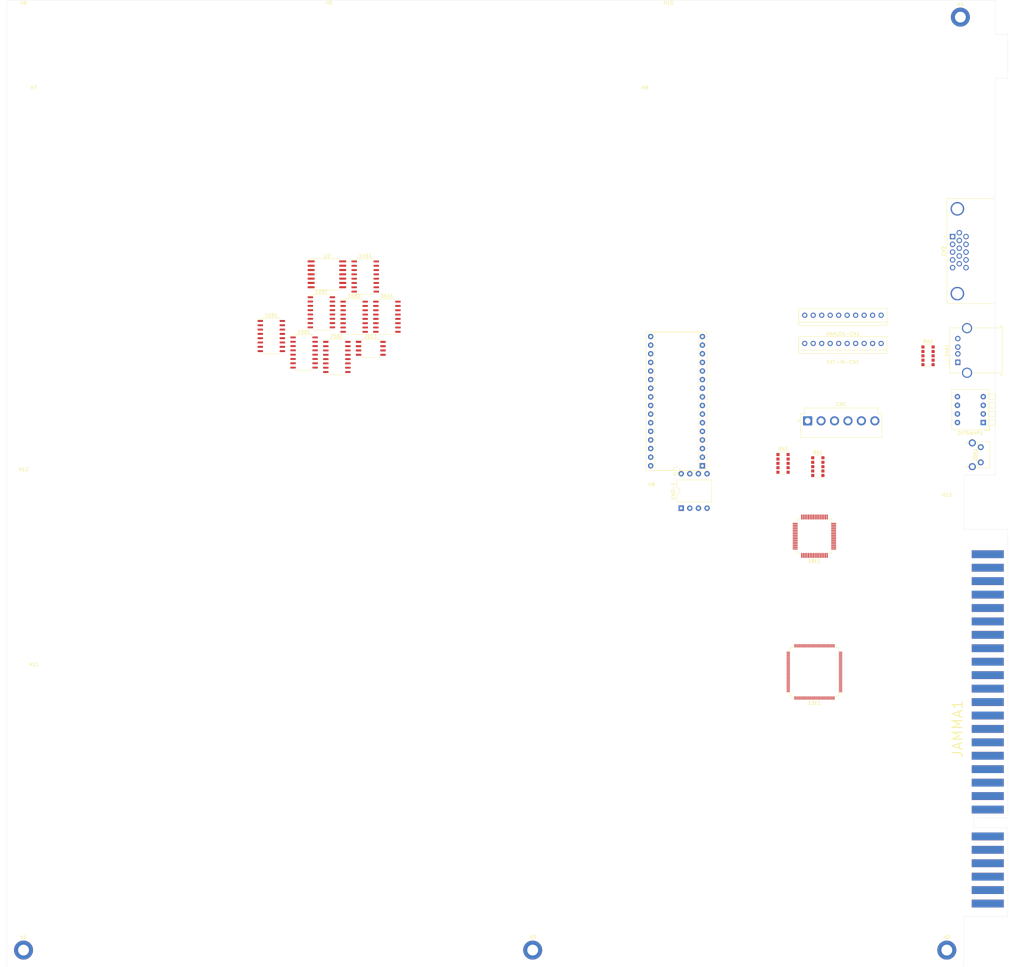
<source format=kicad_pcb>
(kicad_pcb (version 20171130) (host pcbnew "(5.1.10-1-10_14)")

  (general
    (thickness 1.6)
    (drawings 18)
    (tracks 0)
    (zones 0)
    (modules 37)
    (nets 300)
  )

  (page A2)
  (layers
    (0 F.Cu signal)
    (1 In1.Cu signal)
    (2 In2.Cu signal)
    (31 B.Cu signal)
    (32 B.Adhes user)
    (33 F.Adhes user)
    (34 B.Paste user)
    (35 F.Paste user)
    (36 B.SilkS user)
    (37 F.SilkS user)
    (38 B.Mask user)
    (39 F.Mask user)
    (40 Dwgs.User user)
    (41 Cmts.User user)
    (42 Eco1.User user)
    (43 Eco2.User user)
    (44 Edge.Cuts user)
    (45 Margin user)
    (46 B.CrtYd user)
    (47 F.CrtYd user)
    (48 B.Fab user)
    (49 F.Fab user)
  )

  (setup
    (last_trace_width 0.25)
    (trace_clearance 0.2)
    (zone_clearance 0.508)
    (zone_45_only no)
    (trace_min 0.2)
    (via_size 0.8)
    (via_drill 0.4)
    (via_min_size 0.4)
    (via_min_drill 0.3)
    (uvia_size 0.3)
    (uvia_drill 0.1)
    (uvias_allowed no)
    (uvia_min_size 0.2)
    (uvia_min_drill 0.1)
    (edge_width 0.05)
    (segment_width 0.2)
    (pcb_text_width 0.3)
    (pcb_text_size 1.5 1.5)
    (mod_edge_width 0.12)
    (mod_text_size 1 1)
    (mod_text_width 0.15)
    (pad_size 1.524 1.524)
    (pad_drill 0.762)
    (pad_to_mask_clearance 0)
    (aux_axis_origin 0 0)
    (visible_elements FFFFF77F)
    (pcbplotparams
      (layerselection 0x010fc_ffffffff)
      (usegerberextensions false)
      (usegerberattributes true)
      (usegerberadvancedattributes true)
      (creategerberjobfile true)
      (excludeedgelayer true)
      (linewidth 0.100000)
      (plotframeref false)
      (viasonmask false)
      (mode 1)
      (useauxorigin false)
      (hpglpennumber 1)
      (hpglpenspeed 20)
      (hpglpendiameter 15.000000)
      (psnegative false)
      (psa4output false)
      (plotreference true)
      (plotvalue true)
      (plotinvisibletext false)
      (padsonsilk false)
      (subtractmaskfromsilk false)
      (outputformat 1)
      (mirror false)
      (drillshape 1)
      (scaleselection 1)
      (outputdirectory ""))
  )

  (net 0 "")
  (net 1 +5V)
  (net 2 P2DNIN)
  (net 3 P2UPIN)
  (net 4 P2RTIN)
  (net 5 P2LFIN)
  (net 6 P1STARTIN)
  (net 7 "Net-(13E1-Pad114)")
  (net 8 "Net-(13E1-Pad113)")
  (net 9 P1B1IN)
  (net 10 GND)
  (net 11 P1DNIN)
  (net 12 P1UPIN)
  (net 13 P1RTIN)
  (net 14 P1LFIN)
  (net 15 /IO-ADDR-3)
  (net 16 /IO-ADDR-2)
  (net 17 /IO-ADDR-1)
  (net 18 13E-102)
  (net 19 "Net-(13E1-Pad100)")
  (net 20 "Net-(13E1-Pad99)")
  (net 21 "Net-(13E1-Pad98)")
  (net 22 "Net-(13E1-Pad97)")
  (net 23 "Net-(13E1-Pad96)")
  (net 24 "Net-(13E1-Pad95)")
  (net 25 "Net-(13E1-Pad94)")
  (net 26 "Net-(13E1-Pad93)")
  (net 27 ADC-SARS)
  (net 28 ~IO-RST)
  (net 29 ADC-DOUT)
  (net 30 13E-88)
  (net 31 DAC-MUTE)
  (net 32 13E-86)
  (net 33 058232-3)
  (net 34 058232-2)
  (net 35 ADC-~CS)
  (net 36 ADC-CLK)
  (net 37 ADC-DIN)
  (net 38 /IO-DATA-15)
  (net 39 /IO-DATA-14)
  (net 40 /IO-DATA-13)
  (net 41 /IO-DATA-12)
  (net 42 /IO-DATA-11)
  (net 43 /IO-DATA-10)
  (net 44 /IO-DATA-9)
  (net 45 /IO-DATA-7)
  (net 46 /IO-DATA-6)
  (net 47 /IO-DATA-5)
  (net 48 /IO-DATA-4)
  (net 49 /IO-DATA-3)
  (net 50 /IO-DATA-2)
  (net 51 /IO-DATA-1)
  (net 52 /IO-DATA-0)
  (net 53 13E-59)
  (net 54 TESTBTN)
  (net 55 18E-2)
  (net 56 "Net-(13E1-Pad56)")
  (net 57 "Net-(13E1-Pad55)")
  (net 58 "Net-(13E1-Pad54)")
  (net 59 "Net-(13E1-Pad53)")
  (net 60 "Net-(13E1-Pad52)")
  (net 61 "Net-(13E1-Pad51)")
  (net 62 18E-18)
  (net 63 18E-17)
  (net 64 "Net-(13E1-Pad47)")
  (net 65 "Net-(13E1-Pad46)")
  (net 66 "Net-(13E1-Pad44)")
  (net 67 "Net-(13E1-Pad43)")
  (net 68 "Net-(13E1-Pad42)")
  (net 69 "Net-(13E1-Pad41)")
  (net 70 "Net-(13E1-Pad39)")
  (net 71 "Net-(13E1-Pad38)")
  (net 72 "Net-(13E1-Pad37)")
  (net 73 "Net-(13E1-Pad36)")
  (net 74 "Net-(13E1-Pad35)")
  (net 75 "Net-(13E1-Pad34)")
  (net 76 "Net-(13E1-Pad33)")
  (net 77 "Net-(13E1-Pad32)")
  (net 78 CART-40)
  (net 79 "Net-(13E1-Pad29)")
  (net 80 "Net-(13E1-Pad28)")
  (net 81 "Net-(13E1-Pad27)")
  (net 82 "Net-(13E1-Pad26)")
  (net 83 DIP-4)
  (net 84 DIP-3)
  (net 85 DIP-2)
  (net 86 DIP-1)
  (net 87 /IO-DATA-8)
  (net 88 PCMCIA2-IN)
  (net 89 PCMCIA1-IN)
  (net 90 COIN2IN)
  (net 91 COIN1IN)
  (net 92 P2STARTIN)
  (net 93 "Net-(13E1-Pad4)")
  (net 94 "Net-(13E1-Pad3)")
  (net 95 P2B1IN)
  (net 96 "Net-(18E1-Pad64)")
  (net 97 "Net-(18E1-Pad63)")
  (net 98 "Net-(18E1-Pad62)")
  (net 99 "Net-(18E1-Pad61)")
  (net 100 "Net-(18E1-Pad60)")
  (net 101 "Net-(18E1-Pad59)")
  (net 102 "Net-(18E1-Pad57)")
  (net 103 "Net-(18E1-Pad56)")
  (net 104 "Net-(18E1-Pad55)")
  (net 105 "Net-(18E1-Pad54)")
  (net 106 "Net-(18E1-Pad53)")
  (net 107 "Net-(18E1-Pad52)")
  (net 108 "Net-(18E1-Pad51)")
  (net 109 "Net-(18E1-Pad50)")
  (net 110 JVS-TX)
  (net 111 JVS-RX)
  (net 112 JVS-RTS)
  (net 113 "Net-(18E1-Pad46)")
  (net 114 "Net-(18E1-Pad45)")
  (net 115 "Net-(18E1-Pad44)")
  (net 116 "Net-(18E1-Pad43)")
  (net 117 "Net-(18E1-Pad42)")
  (net 118 "Net-(18E1-Pad41)")
  (net 119 "Net-(18E1-Pad40)")
  (net 120 "Net-(18E1-Pad39)")
  (net 121 "Net-(18E1-Pad38)")
  (net 122 "Net-(18E1-Pad37)")
  (net 123 "Net-(18E1-Pad36)")
  (net 124 "Net-(18E1-Pad35)")
  (net 125 "Net-(18E1-Pad34)")
  (net 126 "Net-(18E1-Pad26)")
  (net 127 "Net-(18E1-Pad25)")
  (net 128 "Net-(18E1-Pad16)")
  (net 129 "Net-(18E1-Pad11)")
  (net 130 "Net-(18E1-Pad10)")
  (net 131 "Net-(18E1-Pad9)")
  (net 132 35H-2)
  (net 133 "Net-(18E1-Pad4)")
  (net 134 "Net-(18E1-Pad2)")
  (net 135 "Net-(18E1-Pad1)")
  (net 136 "Net-(15B1-Pad8)")
  (net 137 "Net-(15B1-Pad7)")
  (net 138 "Net-(15B1-Pad6)")
  (net 139 "Net-(15B1-Pad5)")
  (net 140 "Net-(15B1-Pad4)")
  (net 141 "Net-(15B1-Pad3)")
  (net 142 "Net-(15B1-Pad2)")
  (net 143 "Net-(15B1-Pad1)")
  (net 144 +12V)
  (net 145 "Net-(DIPSW4P1-Pad1)")
  (net 146 EXT-IN-10)
  (net 147 EXT-IN-9)
  (net 148 EXT-IN-8)
  (net 149 EXT-IN-7)
  (net 150 EXT-IN-6)
  (net 151 EXT-IN-5)
  (net 152 EXT-IN-4)
  (net 153 EXT-IN-3)
  (net 154 SERVICEIN)
  (net 155 P2B4IN)
  (net 156 P2B6IN)
  (net 157 P2B5IN)
  (net 158 P1B5IN)
  (net 159 P1B6IN)
  (net 160 P1B4IN)
  (net 161 13E-PIN18)
  (net 162 13E-PIN17)
  (net 163 P2B5)
  (net 164 "Net-(RA3-Pad9)")
  (net 165 "Net-(RA3-Pad1)")
  (net 166 "Net-(2B1-Pad3)")
  (net 167 "Net-(14B1-Pad8)")
  (net 168 "Net-(14B1-Pad6)")
  (net 169 "Net-(14B1-Pad4)")
  (net 170 "Net-(14B1-Pad2)")
  (net 171 "Net-(12B1-Pad8)")
  (net 172 "Net-(12B1-Pad6)")
  (net 173 "Net-(12B1-Pad4)")
  (net 174 "Net-(12B1-Pad2)")
  (net 175 "Net-(10B1-Pad8)")
  (net 176 "Net-(JAMMA1-PadB14)")
  (net 177 VGA-CSYNC)
  (net 178 VGA-G)
  (net 179 "Net-(JAMMA1-PadB10)")
  (net 180 SPL-)
  (net 181 "Net-(10B1-Pad2)")
  (net 182 "Net-(6B1-Pad3)")
  (net 183 "Net-(JAMMA1-PadB5)")
  (net 184 "Net-(5B1-Pad3)")
  (net 185 "Net-(4B1-Pad3)")
  (net 186 VGA-R)
  (net 187 "Net-(14B1-Pad7)")
  (net 188 "Net-(14B1-Pad5)")
  (net 189 "Net-(14B1-Pad3)")
  (net 190 "Net-(14B1-Pad1)")
  (net 191 "Net-(12B1-Pad7)")
  (net 192 "Net-(12B1-Pad5)")
  (net 193 "Net-(12B1-Pad3)")
  (net 194 "Net-(12B1-Pad1)")
  (net 195 "Net-(10B1-Pad7)")
  (net 196 "Net-(10B1-Pad5)")
  (net 197 JV-GND)
  (net 198 VGA-B)
  (net 199 "Net-(JAMMA1-PadA10)")
  (net 200 SPL+)
  (net 201 "Net-(10B1-Pad1)")
  (net 202 "Net-(JAMMA1-PadA5)")
  (net 203 COIN-CNT1)
  (net 204 COIN-CNT2)
  (net 205 "Net-(10B1-Pad14)")
  (net 206 TEST)
  (net 207 SERVICE)
  (net 208 COIN1)
  (net 209 COIN2)
  (net 210 "Net-(10B1-Pad6)")
  (net 211 "Net-(10B1-Pad3)")
  (net 212 P1-START)
  (net 213 P2-START)
  (net 214 P1-UP)
  (net 215 P2-UP)
  (net 216 P1-DN)
  (net 217 P2-DN)
  (net 218 P1-LF)
  (net 219 P2-LF)
  (net 220 P1-RT)
  (net 221 P2-RT)
  (net 222 P1-B1)
  (net 223 P2-B1)
  (net 224 P1-B2)
  (net 225 P2-B2)
  (net 226 P1-B3)
  (net 227 P2-B3)
  (net 228 "Net-(15B1-Pad14)")
  (net 229 "Net-(15B1-Pad12)")
  (net 230 "Net-(15B1-Pad11)")
  (net 231 "Net-(15B1-Pad10)")
  (net 232 P1-B4)
  (net 233 P1-B5)
  (net 234 P1-B6)
  (net 235 P2-B4)
  (net 236 P2-B5)
  (net 237 P2-B6)
  (net 238 "Net-(20C1-Pad7)")
  (net 239 "Net-(20C1-Pad6)")
  (net 240 "Net-(24A1-Pad4)")
  (net 241 "Net-(24A1-Pad3)")
  (net 242 "Net-(24A1-Pad2)")
  (net 243 "Net-(24A1-Pad1)")
  (net 244 "Net-(24A1-Pad5)")
  (net 245 24E-9)
  (net 246 V-CSYNC)
  (net 247 VGA-VGND)
  (net 248 VGA-5V)
  (net 249 LINE-L)
  (net 250 LINE-R)
  (net 251 SPR+)
  (net 252 SPR-)
  (net 253 "Net-(36A1-Pad8)")
  (net 254 "Net-(36A1-Pad7)")
  (net 255 "Net-(36A1-Pad6)")
  (net 256 "Net-(36A1-Pad5)")
  (net 257 "Net-(33A1-Pad1)")
  (net 258 "Net-(33A1-Pad2)")
  (net 259 "Net-(31A1-Pad1)")
  (net 260 "Net-(31A1-Pad2)")
  (net 261 "Net-(CN2-Pad15)")
  (net 262 "Net-(CN2-Pad14)")
  (net 263 "Net-(CN2-Pad13)")
  (net 264 "Net-(CN2-Pad12)")
  (net 265 "Net-(CN2-Pad11)")
  (net 266 "Net-(CN2-Pad10)")
  (net 267 "Net-(CN2-Pad9)")
  (net 268 "Net-(CN2-Pad8)")
  (net 269 "Net-(CN2-Pad7)")
  (net 270 "Net-(CN2-Pad6)")
  (net 271 "Net-(CN2-Pad5)")
  (net 272 "Net-(CN2-Pad4)")
  (net 273 "Net-(C25-Pad3)")
  (net 274 "Net-(C24-Pad3)")
  (net 275 "Net-(C23-Pad3)")
  (net 276 "Net-(EXO-1-Pad1)")
  (net 277 "Net-(H1-Pad1)")
  (net 278 "Net-(H2-Pad1)")
  (net 279 "Net-(H3-Pad1)")
  (net 280 "Net-(H4-Pad1)")
  (net 281 /IO-ADDR-18)
  (net 282 /IO-ADDR-17)
  (net 283 /IO-ADDR-14)
  (net 284 /IO-ADDR-13)
  (net 285 /IO-ADDR-0)
  (net 286 /IO-ADDR-8)
  (net 287 /IO-ADDR-9)
  (net 288 /IO-ADDR-11)
  (net 289 "Net-(U1-Pad24)")
  (net 290 /IO-ADDR-4)
  (net 291 /IO-ADDR-10)
  (net 292 /IO-ADDR-5)
  (net 293 "Net-(U1-Pad22)")
  (net 294 /IO-ADDR-6)
  (net 295 /IO-ADDR-7)
  (net 296 /IO-ADDR-12)
  (net 297 /IO-ADDR-15)
  (net 298 /IO-ADDR-16)
  (net 299 "Net-(U2-Pad1)")

  (net_class Default "This is the default net class."
    (clearance 0.2)
    (trace_width 0.25)
    (via_dia 0.8)
    (via_drill 0.4)
    (uvia_dia 0.3)
    (uvia_drill 0.1)
    (add_net +12V)
    (add_net +5V)
    (add_net /IO-ADDR-0)
    (add_net /IO-ADDR-1)
    (add_net /IO-ADDR-10)
    (add_net /IO-ADDR-11)
    (add_net /IO-ADDR-12)
    (add_net /IO-ADDR-13)
    (add_net /IO-ADDR-14)
    (add_net /IO-ADDR-15)
    (add_net /IO-ADDR-16)
    (add_net /IO-ADDR-17)
    (add_net /IO-ADDR-18)
    (add_net /IO-ADDR-2)
    (add_net /IO-ADDR-3)
    (add_net /IO-ADDR-4)
    (add_net /IO-ADDR-5)
    (add_net /IO-ADDR-6)
    (add_net /IO-ADDR-7)
    (add_net /IO-ADDR-8)
    (add_net /IO-ADDR-9)
    (add_net /IO-DATA-0)
    (add_net /IO-DATA-1)
    (add_net /IO-DATA-10)
    (add_net /IO-DATA-11)
    (add_net /IO-DATA-12)
    (add_net /IO-DATA-13)
    (add_net /IO-DATA-14)
    (add_net /IO-DATA-15)
    (add_net /IO-DATA-2)
    (add_net /IO-DATA-3)
    (add_net /IO-DATA-4)
    (add_net /IO-DATA-5)
    (add_net /IO-DATA-6)
    (add_net /IO-DATA-7)
    (add_net /IO-DATA-8)
    (add_net /IO-DATA-9)
    (add_net 058232-2)
    (add_net 058232-3)
    (add_net 13E-102)
    (add_net 13E-59)
    (add_net 13E-86)
    (add_net 13E-88)
    (add_net 13E-PIN17)
    (add_net 13E-PIN18)
    (add_net 18E-17)
    (add_net 18E-18)
    (add_net 18E-2)
    (add_net 24E-9)
    (add_net 35H-2)
    (add_net ADC-CLK)
    (add_net ADC-DIN)
    (add_net ADC-DOUT)
    (add_net ADC-SARS)
    (add_net ADC-~CS)
    (add_net CART-40)
    (add_net COIN-CNT1)
    (add_net COIN-CNT2)
    (add_net COIN1)
    (add_net COIN1IN)
    (add_net COIN2)
    (add_net COIN2IN)
    (add_net DAC-MUTE)
    (add_net DIP-1)
    (add_net DIP-2)
    (add_net DIP-3)
    (add_net DIP-4)
    (add_net EXT-IN-10)
    (add_net EXT-IN-3)
    (add_net EXT-IN-4)
    (add_net EXT-IN-5)
    (add_net EXT-IN-6)
    (add_net EXT-IN-7)
    (add_net EXT-IN-8)
    (add_net EXT-IN-9)
    (add_net GND)
    (add_net JV-GND)
    (add_net JVS-RTS)
    (add_net JVS-RX)
    (add_net JVS-TX)
    (add_net LINE-L)
    (add_net LINE-R)
    (add_net "Net-(10B1-Pad1)")
    (add_net "Net-(10B1-Pad14)")
    (add_net "Net-(10B1-Pad2)")
    (add_net "Net-(10B1-Pad3)")
    (add_net "Net-(10B1-Pad5)")
    (add_net "Net-(10B1-Pad6)")
    (add_net "Net-(10B1-Pad7)")
    (add_net "Net-(10B1-Pad8)")
    (add_net "Net-(12B1-Pad1)")
    (add_net "Net-(12B1-Pad2)")
    (add_net "Net-(12B1-Pad3)")
    (add_net "Net-(12B1-Pad4)")
    (add_net "Net-(12B1-Pad5)")
    (add_net "Net-(12B1-Pad6)")
    (add_net "Net-(12B1-Pad7)")
    (add_net "Net-(12B1-Pad8)")
    (add_net "Net-(13E1-Pad100)")
    (add_net "Net-(13E1-Pad113)")
    (add_net "Net-(13E1-Pad114)")
    (add_net "Net-(13E1-Pad26)")
    (add_net "Net-(13E1-Pad27)")
    (add_net "Net-(13E1-Pad28)")
    (add_net "Net-(13E1-Pad29)")
    (add_net "Net-(13E1-Pad3)")
    (add_net "Net-(13E1-Pad32)")
    (add_net "Net-(13E1-Pad33)")
    (add_net "Net-(13E1-Pad34)")
    (add_net "Net-(13E1-Pad35)")
    (add_net "Net-(13E1-Pad36)")
    (add_net "Net-(13E1-Pad37)")
    (add_net "Net-(13E1-Pad38)")
    (add_net "Net-(13E1-Pad39)")
    (add_net "Net-(13E1-Pad4)")
    (add_net "Net-(13E1-Pad41)")
    (add_net "Net-(13E1-Pad42)")
    (add_net "Net-(13E1-Pad43)")
    (add_net "Net-(13E1-Pad44)")
    (add_net "Net-(13E1-Pad46)")
    (add_net "Net-(13E1-Pad47)")
    (add_net "Net-(13E1-Pad51)")
    (add_net "Net-(13E1-Pad52)")
    (add_net "Net-(13E1-Pad53)")
    (add_net "Net-(13E1-Pad54)")
    (add_net "Net-(13E1-Pad55)")
    (add_net "Net-(13E1-Pad56)")
    (add_net "Net-(13E1-Pad93)")
    (add_net "Net-(13E1-Pad94)")
    (add_net "Net-(13E1-Pad95)")
    (add_net "Net-(13E1-Pad96)")
    (add_net "Net-(13E1-Pad97)")
    (add_net "Net-(13E1-Pad98)")
    (add_net "Net-(13E1-Pad99)")
    (add_net "Net-(14B1-Pad1)")
    (add_net "Net-(14B1-Pad2)")
    (add_net "Net-(14B1-Pad3)")
    (add_net "Net-(14B1-Pad4)")
    (add_net "Net-(14B1-Pad5)")
    (add_net "Net-(14B1-Pad6)")
    (add_net "Net-(14B1-Pad7)")
    (add_net "Net-(14B1-Pad8)")
    (add_net "Net-(15B1-Pad1)")
    (add_net "Net-(15B1-Pad10)")
    (add_net "Net-(15B1-Pad11)")
    (add_net "Net-(15B1-Pad12)")
    (add_net "Net-(15B1-Pad14)")
    (add_net "Net-(15B1-Pad2)")
    (add_net "Net-(15B1-Pad3)")
    (add_net "Net-(15B1-Pad4)")
    (add_net "Net-(15B1-Pad5)")
    (add_net "Net-(15B1-Pad6)")
    (add_net "Net-(15B1-Pad7)")
    (add_net "Net-(15B1-Pad8)")
    (add_net "Net-(18E1-Pad1)")
    (add_net "Net-(18E1-Pad10)")
    (add_net "Net-(18E1-Pad11)")
    (add_net "Net-(18E1-Pad16)")
    (add_net "Net-(18E1-Pad2)")
    (add_net "Net-(18E1-Pad25)")
    (add_net "Net-(18E1-Pad26)")
    (add_net "Net-(18E1-Pad34)")
    (add_net "Net-(18E1-Pad35)")
    (add_net "Net-(18E1-Pad36)")
    (add_net "Net-(18E1-Pad37)")
    (add_net "Net-(18E1-Pad38)")
    (add_net "Net-(18E1-Pad39)")
    (add_net "Net-(18E1-Pad4)")
    (add_net "Net-(18E1-Pad40)")
    (add_net "Net-(18E1-Pad41)")
    (add_net "Net-(18E1-Pad42)")
    (add_net "Net-(18E1-Pad43)")
    (add_net "Net-(18E1-Pad44)")
    (add_net "Net-(18E1-Pad45)")
    (add_net "Net-(18E1-Pad46)")
    (add_net "Net-(18E1-Pad50)")
    (add_net "Net-(18E1-Pad51)")
    (add_net "Net-(18E1-Pad52)")
    (add_net "Net-(18E1-Pad53)")
    (add_net "Net-(18E1-Pad54)")
    (add_net "Net-(18E1-Pad55)")
    (add_net "Net-(18E1-Pad56)")
    (add_net "Net-(18E1-Pad57)")
    (add_net "Net-(18E1-Pad59)")
    (add_net "Net-(18E1-Pad60)")
    (add_net "Net-(18E1-Pad61)")
    (add_net "Net-(18E1-Pad62)")
    (add_net "Net-(18E1-Pad63)")
    (add_net "Net-(18E1-Pad64)")
    (add_net "Net-(18E1-Pad9)")
    (add_net "Net-(20C1-Pad6)")
    (add_net "Net-(20C1-Pad7)")
    (add_net "Net-(24A1-Pad1)")
    (add_net "Net-(24A1-Pad2)")
    (add_net "Net-(24A1-Pad3)")
    (add_net "Net-(24A1-Pad4)")
    (add_net "Net-(24A1-Pad5)")
    (add_net "Net-(2B1-Pad3)")
    (add_net "Net-(31A1-Pad1)")
    (add_net "Net-(31A1-Pad2)")
    (add_net "Net-(33A1-Pad1)")
    (add_net "Net-(33A1-Pad2)")
    (add_net "Net-(36A1-Pad5)")
    (add_net "Net-(36A1-Pad6)")
    (add_net "Net-(36A1-Pad7)")
    (add_net "Net-(36A1-Pad8)")
    (add_net "Net-(4B1-Pad3)")
    (add_net "Net-(5B1-Pad3)")
    (add_net "Net-(6B1-Pad3)")
    (add_net "Net-(C23-Pad3)")
    (add_net "Net-(C24-Pad3)")
    (add_net "Net-(C25-Pad3)")
    (add_net "Net-(CN2-Pad10)")
    (add_net "Net-(CN2-Pad11)")
    (add_net "Net-(CN2-Pad12)")
    (add_net "Net-(CN2-Pad13)")
    (add_net "Net-(CN2-Pad14)")
    (add_net "Net-(CN2-Pad15)")
    (add_net "Net-(CN2-Pad4)")
    (add_net "Net-(CN2-Pad5)")
    (add_net "Net-(CN2-Pad6)")
    (add_net "Net-(CN2-Pad7)")
    (add_net "Net-(CN2-Pad8)")
    (add_net "Net-(CN2-Pad9)")
    (add_net "Net-(DIPSW4P1-Pad1)")
    (add_net "Net-(EXO-1-Pad1)")
    (add_net "Net-(H1-Pad1)")
    (add_net "Net-(H2-Pad1)")
    (add_net "Net-(H3-Pad1)")
    (add_net "Net-(H4-Pad1)")
    (add_net "Net-(JAMMA1-PadA10)")
    (add_net "Net-(JAMMA1-PadA5)")
    (add_net "Net-(JAMMA1-PadB10)")
    (add_net "Net-(JAMMA1-PadB14)")
    (add_net "Net-(JAMMA1-PadB5)")
    (add_net "Net-(RA3-Pad1)")
    (add_net "Net-(RA3-Pad9)")
    (add_net "Net-(U1-Pad22)")
    (add_net "Net-(U1-Pad24)")
    (add_net "Net-(U2-Pad1)")
    (add_net P1-B1)
    (add_net P1-B2)
    (add_net P1-B3)
    (add_net P1-B4)
    (add_net P1-B5)
    (add_net P1-B6)
    (add_net P1-DN)
    (add_net P1-LF)
    (add_net P1-RT)
    (add_net P1-START)
    (add_net P1-UP)
    (add_net P1B1IN)
    (add_net P1B4IN)
    (add_net P1B5IN)
    (add_net P1B6IN)
    (add_net P1DNIN)
    (add_net P1LFIN)
    (add_net P1RTIN)
    (add_net P1STARTIN)
    (add_net P1UPIN)
    (add_net P2-B1)
    (add_net P2-B2)
    (add_net P2-B3)
    (add_net P2-B4)
    (add_net P2-B5)
    (add_net P2-B6)
    (add_net P2-DN)
    (add_net P2-LF)
    (add_net P2-RT)
    (add_net P2-START)
    (add_net P2-UP)
    (add_net P2B1IN)
    (add_net P2B4IN)
    (add_net P2B5)
    (add_net P2B5IN)
    (add_net P2B6IN)
    (add_net P2DNIN)
    (add_net P2LFIN)
    (add_net P2RTIN)
    (add_net P2STARTIN)
    (add_net P2UPIN)
    (add_net PCMCIA1-IN)
    (add_net PCMCIA2-IN)
    (add_net SERVICE)
    (add_net SERVICEIN)
    (add_net SPL+)
    (add_net SPL-)
    (add_net SPR+)
    (add_net SPR-)
    (add_net TEST)
    (add_net TESTBTN)
    (add_net V-CSYNC)
    (add_net VGA-5V)
    (add_net VGA-B)
    (add_net VGA-CSYNC)
    (add_net VGA-G)
    (add_net VGA-R)
    (add_net VGA-VGND)
    (add_net ~IO-RST)
  )

  (module Connector_Dsub:DSUB-15-HD_Female_Horizontal_P2.29x1.98mm_EdgePinOffset8.35mm_Housed_MountingHolesOffset10.89mm (layer F.Cu) (tedit 59FEDEE2) (tstamp 61F72C80)
    (at 398.7 139.685 90)
    (descr "15-pin D-Sub connector, horizontal/angled (90 deg), THT-mount, female, pitch 2.29x1.98mm, pin-PCB-offset 8.35mm, distance of mounting holes 25mm, distance of mounting holes to PCB edge 10.889999999999999mm, see https://disti-assets.s3.amazonaws.com/tonar/files/datasheets/16730.pdf")
    (tags "15-pin D-Sub connector horizontal angled 90deg THT female pitch 2.29x1.98mm pin-PCB-offset 8.35mm mounting-holes-distance 25mm mounting-hole-offset 25mm")
    (path /63647603/66A84709)
    (fp_text reference CN2 (at -4.315 -2.58 90) (layer F.SilkS)
      (effects (font (size 1 1) (thickness 0.15)))
    )
    (fp_text value VGA-DSUB15 (at -4.315 20.21 90) (layer F.Fab)
      (effects (font (size 1 1) (thickness 0.15)))
    )
    (fp_text user %R (at -4.315 15.71 90) (layer F.Fab)
      (effects (font (size 1 1) (thickness 0.15)))
    )
    (fp_arc (start 8.185 1.42) (end 6.585 1.42) (angle 180) (layer F.Fab) (width 0.1))
    (fp_arc (start -16.815 1.42) (end -18.415 1.42) (angle 180) (layer F.Fab) (width 0.1))
    (fp_line (start -19.74 -1.58) (end -19.74 12.31) (layer F.Fab) (width 0.1))
    (fp_line (start -19.74 12.31) (end 11.11 12.31) (layer F.Fab) (width 0.1))
    (fp_line (start 11.11 12.31) (end 11.11 -1.58) (layer F.Fab) (width 0.1))
    (fp_line (start 11.11 -1.58) (end -19.74 -1.58) (layer F.Fab) (width 0.1))
    (fp_line (start -19.74 12.31) (end -19.74 12.71) (layer F.Fab) (width 0.1))
    (fp_line (start -19.74 12.71) (end 11.11 12.71) (layer F.Fab) (width 0.1))
    (fp_line (start 11.11 12.71) (end 11.11 12.31) (layer F.Fab) (width 0.1))
    (fp_line (start 11.11 12.31) (end -19.74 12.31) (layer F.Fab) (width 0.1))
    (fp_line (start -12.465 12.71) (end -12.465 18.71) (layer F.Fab) (width 0.1))
    (fp_line (start -12.465 18.71) (end 3.835 18.71) (layer F.Fab) (width 0.1))
    (fp_line (start 3.835 18.71) (end 3.835 12.71) (layer F.Fab) (width 0.1))
    (fp_line (start 3.835 12.71) (end -12.465 12.71) (layer F.Fab) (width 0.1))
    (fp_line (start -19.315 12.71) (end -19.315 17.71) (layer F.Fab) (width 0.1))
    (fp_line (start -19.315 17.71) (end -14.315 17.71) (layer F.Fab) (width 0.1))
    (fp_line (start -14.315 17.71) (end -14.315 12.71) (layer F.Fab) (width 0.1))
    (fp_line (start -14.315 12.71) (end -19.315 12.71) (layer F.Fab) (width 0.1))
    (fp_line (start 5.685 12.71) (end 5.685 17.71) (layer F.Fab) (width 0.1))
    (fp_line (start 5.685 17.71) (end 10.685 17.71) (layer F.Fab) (width 0.1))
    (fp_line (start 10.685 17.71) (end 10.685 12.71) (layer F.Fab) (width 0.1))
    (fp_line (start 10.685 12.71) (end 5.685 12.71) (layer F.Fab) (width 0.1))
    (fp_line (start -18.415 12.31) (end -18.415 1.42) (layer F.Fab) (width 0.1))
    (fp_line (start -15.215 12.31) (end -15.215 1.42) (layer F.Fab) (width 0.1))
    (fp_line (start 6.585 12.31) (end 6.585 1.42) (layer F.Fab) (width 0.1))
    (fp_line (start 9.785 12.31) (end 9.785 1.42) (layer F.Fab) (width 0.1))
    (fp_line (start -19.8 12.25) (end -19.8 -1.64) (layer F.SilkS) (width 0.12))
    (fp_line (start -19.8 -1.64) (end 11.17 -1.64) (layer F.SilkS) (width 0.12))
    (fp_line (start 11.17 -1.64) (end 11.17 12.25) (layer F.SilkS) (width 0.12))
    (fp_line (start -0.25 -2.534338) (end 0.25 -2.534338) (layer F.SilkS) (width 0.12))
    (fp_line (start 0.25 -2.534338) (end 0 -2.101325) (layer F.SilkS) (width 0.12))
    (fp_line (start 0 -2.101325) (end -0.25 -2.534338) (layer F.SilkS) (width 0.12))
    (fp_line (start -20.25 -2.1) (end -20.25 19.25) (layer F.CrtYd) (width 0.05))
    (fp_line (start -20.25 19.25) (end 11.65 19.25) (layer F.CrtYd) (width 0.05))
    (fp_line (start 11.65 19.25) (end 11.65 -2.1) (layer F.CrtYd) (width 0.05))
    (fp_line (start 11.65 -2.1) (end -20.25 -2.1) (layer F.CrtYd) (width 0.05))
    (pad 0 thru_hole circle (at 8.185 1.42 90) (size 4 4) (drill 3.2) (layers *.Cu *.Mask)
      (net 10 GND))
    (pad 0 thru_hole circle (at -16.815 1.42 90) (size 4 4) (drill 3.2) (layers *.Cu *.Mask)
      (net 10 GND))
    (pad 15 thru_hole circle (at -9.16 3.96 90) (size 1.6 1.6) (drill 1) (layers *.Cu *.Mask)
      (net 261 "Net-(CN2-Pad15)"))
    (pad 14 thru_hole circle (at -6.87 3.96 90) (size 1.6 1.6) (drill 1) (layers *.Cu *.Mask)
      (net 262 "Net-(CN2-Pad14)"))
    (pad 13 thru_hole circle (at -4.58 3.96 90) (size 1.6 1.6) (drill 1) (layers *.Cu *.Mask)
      (net 263 "Net-(CN2-Pad13)"))
    (pad 12 thru_hole circle (at -2.29 3.96 90) (size 1.6 1.6) (drill 1) (layers *.Cu *.Mask)
      (net 264 "Net-(CN2-Pad12)"))
    (pad 11 thru_hole circle (at 0 3.96 90) (size 1.6 1.6) (drill 1) (layers *.Cu *.Mask)
      (net 265 "Net-(CN2-Pad11)"))
    (pad 10 thru_hole circle (at -8.015 1.98 90) (size 1.6 1.6) (drill 1) (layers *.Cu *.Mask)
      (net 266 "Net-(CN2-Pad10)"))
    (pad 9 thru_hole circle (at -5.725 1.98 90) (size 1.6 1.6) (drill 1) (layers *.Cu *.Mask)
      (net 267 "Net-(CN2-Pad9)"))
    (pad 8 thru_hole circle (at -3.435 1.98 90) (size 1.6 1.6) (drill 1) (layers *.Cu *.Mask)
      (net 268 "Net-(CN2-Pad8)"))
    (pad 7 thru_hole circle (at -1.145 1.98 90) (size 1.6 1.6) (drill 1) (layers *.Cu *.Mask)
      (net 269 "Net-(CN2-Pad7)"))
    (pad 6 thru_hole circle (at 1.145 1.98 90) (size 1.6 1.6) (drill 1) (layers *.Cu *.Mask)
      (net 270 "Net-(CN2-Pad6)"))
    (pad 5 thru_hole circle (at -9.16 0 90) (size 1.6 1.6) (drill 1) (layers *.Cu *.Mask)
      (net 271 "Net-(CN2-Pad5)"))
    (pad 4 thru_hole circle (at -6.87 0 90) (size 1.6 1.6) (drill 1) (layers *.Cu *.Mask)
      (net 272 "Net-(CN2-Pad4)"))
    (pad 3 thru_hole circle (at -4.58 0 90) (size 1.6 1.6) (drill 1) (layers *.Cu *.Mask)
      (net 273 "Net-(C25-Pad3)"))
    (pad 2 thru_hole circle (at -2.29 0 90) (size 1.6 1.6) (drill 1) (layers *.Cu *.Mask)
      (net 274 "Net-(C24-Pad3)"))
    (pad 1 thru_hole rect (at 0 0 90) (size 1.6 1.6) (drill 1) (layers *.Cu *.Mask)
      (net 275 "Net-(C23-Pad3)"))
    (model ${KISYS3DMOD}/Connector_Dsub.3dshapes/DSUB-15-HD_Female_Horizontal_P2.29x1.98mm_EdgePinOffset8.35mm_Housed_MountingHolesOffset10.89mm.wrl
      (at (xyz 0 0 0))
      (scale (xyz 1 1 1))
      (rotate (xyz 0 0 0))
    )
  )

  (module Button_Switch_THT:SW_Tactile_SPST_Angled_PTS645Vx58-2LFS (layer F.Cu) (tedit 5A02FE31) (tstamp 61F749E5)
    (at 407 201.75 270)
    (descr "tactile switch SPST right angle, PTS645VL58-2 LFS")
    (tags "tactile switch SPST angled PTS645VL58-2 LFS C&K Button")
    (path /629CADFC)
    (fp_text reference 20A1 (at 2.25 1.68 90) (layer F.SilkS)
      (effects (font (size 1 1) (thickness 0.15)))
    )
    (fp_text value SW_Push (at 2.25 5.38988 90) (layer F.Fab)
      (effects (font (size 1 1) (thickness 0.15)))
    )
    (fp_text user %R (at 2.25 1.68 90) (layer F.Fab)
      (effects (font (size 1 1) (thickness 0.15)))
    )
    (fp_line (start 0.5 -5.85) (end 0.5 -2.59) (layer F.Fab) (width 0.1))
    (fp_line (start 4 -5.85) (end 4 -2.59) (layer F.Fab) (width 0.1))
    (fp_line (start 0.5 -5.85) (end 4 -5.85) (layer F.Fab) (width 0.1))
    (fp_line (start -1.09 0.97) (end -1.09 1.2) (layer F.SilkS) (width 0.12))
    (fp_line (start 5.7 4.2) (end 5.7 0.86) (layer F.Fab) (width 0.1))
    (fp_line (start -1.5 4.2) (end -1.2 4.2) (layer F.Fab) (width 0.1))
    (fp_line (start -1.2 0.86) (end 5.7 0.86) (layer F.Fab) (width 0.1))
    (fp_line (start 6 4.2) (end 6 -2.59) (layer F.Fab) (width 0.1))
    (fp_line (start -2.5 -2.8) (end 7.05 -2.8) (layer F.CrtYd) (width 0.05))
    (fp_line (start 7.05 -2.8) (end 7.05 4.45) (layer F.CrtYd) (width 0.05))
    (fp_line (start 7.05 4.45) (end -2.5 4.45) (layer F.CrtYd) (width 0.05))
    (fp_line (start -2.5 4.45) (end -2.5 -2.8) (layer F.CrtYd) (width 0.05))
    (fp_line (start -1.61 -2.7) (end 6.11 -2.7) (layer F.SilkS) (width 0.12))
    (fp_line (start 6.11 -2.7) (end 6.11 1.2) (layer F.SilkS) (width 0.12))
    (fp_line (start -1.61 4.31) (end -1.09 4.31) (layer F.SilkS) (width 0.12))
    (fp_line (start -1.61 -2.7) (end -1.61 1.2) (layer F.SilkS) (width 0.12))
    (fp_line (start -1.5 -2.59) (end 6 -2.59) (layer F.Fab) (width 0.1))
    (fp_line (start -1.5 4.2) (end -1.5 -2.59) (layer F.Fab) (width 0.1))
    (fp_line (start 5.7 4.2) (end 6 4.2) (layer F.Fab) (width 0.1))
    (fp_line (start -1.2 4.2) (end -1.2 0.86) (layer F.Fab) (width 0.1))
    (fp_line (start 5.59 0.97) (end 5.59 1.2) (layer F.SilkS) (width 0.12))
    (fp_line (start -1.09 3.8) (end -1.09 4.31) (layer F.SilkS) (width 0.12))
    (fp_line (start -1.61 3.8) (end -1.61 4.31) (layer F.SilkS) (width 0.12))
    (fp_line (start 5.05 0.97) (end 5.59 0.97) (layer F.SilkS) (width 0.12))
    (fp_line (start 5.59 3.8) (end 5.59 4.31) (layer F.SilkS) (width 0.12))
    (fp_line (start 5.59 4.31) (end 6.11 4.31) (layer F.SilkS) (width 0.12))
    (fp_line (start 6.11 3.8) (end 6.11 4.31) (layer F.SilkS) (width 0.12))
    (fp_line (start -1.09 0.97) (end -0.55 0.97) (layer F.SilkS) (width 0.12))
    (fp_line (start 0.55 0.97) (end 3.95 0.97) (layer F.SilkS) (width 0.12))
    (pad "" thru_hole circle (at -1.25 2.49 270) (size 2.1 2.1) (drill 1.3) (layers *.Cu *.Mask))
    (pad 1 thru_hole circle (at 0 0 270) (size 1.75 1.75) (drill 0.99) (layers *.Cu *.Mask)
      (net 206 TEST))
    (pad 2 thru_hole circle (at 4.5 0 270) (size 1.75 1.75) (drill 0.99) (layers *.Cu *.Mask)
      (net 10 GND))
    (pad "" thru_hole circle (at 5.76 2.49 270) (size 2.1 2.1) (drill 1.3) (layers *.Cu *.Mask))
    (model ${KISYS3DMOD}/Button_Switch_THT.3dshapes/SW_Tactile_SPST_Angled_PTS645Vx58-2LFS.wrl
      (at (xyz 0 0 0))
      (scale (xyz 1 1 1))
      (rotate (xyz 0 0 0))
    )
  )

  (module Package_SO:SOIC-14W_7.5x9mm_P1.27mm (layer F.Cu) (tedit 5D9F72B1) (tstamp 61F72F01)
    (at 214.38 150.81)
    (descr "SOIC, 14 Pin (JEDEC MS-013AF, https://www.analog.com/media/en/package-pcb-resources/package/54614177245586rw_14.pdf), generated with kicad-footprint-generator ipc_gullwing_generator.py")
    (tags "SOIC SO")
    (path /63647603/636ECE9F)
    (attr smd)
    (fp_text reference U2 (at 0 -5.45) (layer F.SilkS)
      (effects (font (size 1 1) (thickness 0.15)))
    )
    (fp_text value ADC0834 (at 0 5.45) (layer F.Fab)
      (effects (font (size 1 1) (thickness 0.15)))
    )
    (fp_text user %R (at 0 0) (layer F.Fab)
      (effects (font (size 1 1) (thickness 0.15)))
    )
    (fp_line (start 0 4.61) (end 3.86 4.61) (layer F.SilkS) (width 0.12))
    (fp_line (start 3.86 4.61) (end 3.86 4.37) (layer F.SilkS) (width 0.12))
    (fp_line (start 0 4.61) (end -3.86 4.61) (layer F.SilkS) (width 0.12))
    (fp_line (start -3.86 4.61) (end -3.86 4.37) (layer F.SilkS) (width 0.12))
    (fp_line (start 0 -4.61) (end 3.86 -4.61) (layer F.SilkS) (width 0.12))
    (fp_line (start 3.86 -4.61) (end 3.86 -4.37) (layer F.SilkS) (width 0.12))
    (fp_line (start 0 -4.61) (end -3.86 -4.61) (layer F.SilkS) (width 0.12))
    (fp_line (start -3.86 -4.61) (end -3.86 -4.37) (layer F.SilkS) (width 0.12))
    (fp_line (start -3.86 -4.37) (end -5.675 -4.37) (layer F.SilkS) (width 0.12))
    (fp_line (start -2.75 -4.5) (end 3.75 -4.5) (layer F.Fab) (width 0.1))
    (fp_line (start 3.75 -4.5) (end 3.75 4.5) (layer F.Fab) (width 0.1))
    (fp_line (start 3.75 4.5) (end -3.75 4.5) (layer F.Fab) (width 0.1))
    (fp_line (start -3.75 4.5) (end -3.75 -3.5) (layer F.Fab) (width 0.1))
    (fp_line (start -3.75 -3.5) (end -2.75 -4.5) (layer F.Fab) (width 0.1))
    (fp_line (start -5.93 -4.75) (end -5.93 4.75) (layer F.CrtYd) (width 0.05))
    (fp_line (start -5.93 4.75) (end 5.93 4.75) (layer F.CrtYd) (width 0.05))
    (fp_line (start 5.93 4.75) (end 5.93 -4.75) (layer F.CrtYd) (width 0.05))
    (fp_line (start 5.93 -4.75) (end -5.93 -4.75) (layer F.CrtYd) (width 0.05))
    (pad 14 smd roundrect (at 4.65 -3.81) (size 2.05 0.6) (layers F.Cu F.Paste F.Mask) (roundrect_rratio 0.25)
      (net 1 +5V))
    (pad 13 smd roundrect (at 4.65 -2.54) (size 2.05 0.6) (layers F.Cu F.Paste F.Mask) (roundrect_rratio 0.25)
      (net 37 ADC-DIN))
    (pad 12 smd roundrect (at 4.65 -1.27) (size 2.05 0.6) (layers F.Cu F.Paste F.Mask) (roundrect_rratio 0.25)
      (net 36 ADC-CLK))
    (pad 11 smd roundrect (at 4.65 0) (size 2.05 0.6) (layers F.Cu F.Paste F.Mask) (roundrect_rratio 0.25)
      (net 27 ADC-SARS))
    (pad 10 smd roundrect (at 4.65 1.27) (size 2.05 0.6) (layers F.Cu F.Paste F.Mask) (roundrect_rratio 0.25)
      (net 29 ADC-DOUT))
    (pad 9 smd roundrect (at 4.65 2.54) (size 2.05 0.6) (layers F.Cu F.Paste F.Mask) (roundrect_rratio 0.25)
      (net 1 +5V))
    (pad 8 smd roundrect (at 4.65 3.81) (size 2.05 0.6) (layers F.Cu F.Paste F.Mask) (roundrect_rratio 0.25)
      (net 10 GND))
    (pad 7 smd roundrect (at -4.65 3.81) (size 2.05 0.6) (layers F.Cu F.Paste F.Mask) (roundrect_rratio 0.25)
      (net 10 GND))
    (pad 6 smd roundrect (at -4.65 2.54) (size 2.05 0.6) (layers F.Cu F.Paste F.Mask) (roundrect_rratio 0.25)
      (net 231 "Net-(15B1-Pad10)"))
    (pad 5 smd roundrect (at -4.65 1.27) (size 2.05 0.6) (layers F.Cu F.Paste F.Mask) (roundrect_rratio 0.25)
      (net 230 "Net-(15B1-Pad11)"))
    (pad 4 smd roundrect (at -4.65 0) (size 2.05 0.6) (layers F.Cu F.Paste F.Mask) (roundrect_rratio 0.25)
      (net 229 "Net-(15B1-Pad12)"))
    (pad 3 smd roundrect (at -4.65 -1.27) (size 2.05 0.6) (layers F.Cu F.Paste F.Mask) (roundrect_rratio 0.25)
      (net 228 "Net-(15B1-Pad14)"))
    (pad 2 smd roundrect (at -4.65 -2.54) (size 2.05 0.6) (layers F.Cu F.Paste F.Mask) (roundrect_rratio 0.25)
      (net 35 ADC-~CS))
    (pad 1 smd roundrect (at -4.65 -3.81) (size 2.05 0.6) (layers F.Cu F.Paste F.Mask) (roundrect_rratio 0.25)
      (net 299 "Net-(U2-Pad1)"))
    (model ${KISYS3DMOD}/Package_SO.3dshapes/SOIC-14W_7.5x9mm_P1.27mm.wrl
      (at (xyz 0 0 0))
      (scale (xyz 1 1 1))
      (rotate (xyz 0 0 0))
    )
  )

  (module Package_DIP:DIP-32_W15.24mm_Socket (layer F.Cu) (tedit 5A02E8C5) (tstamp 61F739B5)
    (at 325 207.25 180)
    (descr "32-lead though-hole mounted DIP package, row spacing 15.24 mm (600 mils), Socket")
    (tags "THT DIP DIL PDIP 2.54mm 15.24mm 600mil Socket")
    (path /66678203)
    (fp_text reference U1 (at 7.62 -2.33) (layer F.SilkS)
      (effects (font (size 1 1) (thickness 0.15)))
    )
    (fp_text value 27C040 (at 7.62 40.43) (layer F.Fab)
      (effects (font (size 1 1) (thickness 0.15)))
    )
    (fp_text user %R (at 7.62 19.05) (layer F.Fab)
      (effects (font (size 1 1) (thickness 0.15)))
    )
    (fp_arc (start 7.62 -1.33) (end 6.62 -1.33) (angle -180) (layer F.SilkS) (width 0.12))
    (fp_line (start 1.255 -1.27) (end 14.985 -1.27) (layer F.Fab) (width 0.1))
    (fp_line (start 14.985 -1.27) (end 14.985 39.37) (layer F.Fab) (width 0.1))
    (fp_line (start 14.985 39.37) (end 0.255 39.37) (layer F.Fab) (width 0.1))
    (fp_line (start 0.255 39.37) (end 0.255 -0.27) (layer F.Fab) (width 0.1))
    (fp_line (start 0.255 -0.27) (end 1.255 -1.27) (layer F.Fab) (width 0.1))
    (fp_line (start -1.27 -1.33) (end -1.27 39.43) (layer F.Fab) (width 0.1))
    (fp_line (start -1.27 39.43) (end 16.51 39.43) (layer F.Fab) (width 0.1))
    (fp_line (start 16.51 39.43) (end 16.51 -1.33) (layer F.Fab) (width 0.1))
    (fp_line (start 16.51 -1.33) (end -1.27 -1.33) (layer F.Fab) (width 0.1))
    (fp_line (start 6.62 -1.33) (end 1.16 -1.33) (layer F.SilkS) (width 0.12))
    (fp_line (start 1.16 -1.33) (end 1.16 39.43) (layer F.SilkS) (width 0.12))
    (fp_line (start 1.16 39.43) (end 14.08 39.43) (layer F.SilkS) (width 0.12))
    (fp_line (start 14.08 39.43) (end 14.08 -1.33) (layer F.SilkS) (width 0.12))
    (fp_line (start 14.08 -1.33) (end 8.62 -1.33) (layer F.SilkS) (width 0.12))
    (fp_line (start -1.33 -1.39) (end -1.33 39.49) (layer F.SilkS) (width 0.12))
    (fp_line (start -1.33 39.49) (end 16.57 39.49) (layer F.SilkS) (width 0.12))
    (fp_line (start 16.57 39.49) (end 16.57 -1.39) (layer F.SilkS) (width 0.12))
    (fp_line (start 16.57 -1.39) (end -1.33 -1.39) (layer F.SilkS) (width 0.12))
    (fp_line (start -1.55 -1.6) (end -1.55 39.7) (layer F.CrtYd) (width 0.05))
    (fp_line (start -1.55 39.7) (end 16.8 39.7) (layer F.CrtYd) (width 0.05))
    (fp_line (start 16.8 39.7) (end 16.8 -1.6) (layer F.CrtYd) (width 0.05))
    (fp_line (start 16.8 -1.6) (end -1.55 -1.6) (layer F.CrtYd) (width 0.05))
    (pad 32 thru_hole oval (at 15.24 0 180) (size 1.6 1.6) (drill 0.8) (layers *.Cu *.Mask)
      (net 1 +5V))
    (pad 16 thru_hole oval (at 0 38.1 180) (size 1.6 1.6) (drill 0.8) (layers *.Cu *.Mask)
      (net 10 GND))
    (pad 31 thru_hole oval (at 15.24 2.54 180) (size 1.6 1.6) (drill 0.8) (layers *.Cu *.Mask)
      (net 281 /IO-ADDR-18))
    (pad 15 thru_hole oval (at 0 35.56 180) (size 1.6 1.6) (drill 0.8) (layers *.Cu *.Mask)
      (net 50 /IO-DATA-2))
    (pad 30 thru_hole oval (at 15.24 5.08 180) (size 1.6 1.6) (drill 0.8) (layers *.Cu *.Mask)
      (net 282 /IO-ADDR-17))
    (pad 14 thru_hole oval (at 0 33.02 180) (size 1.6 1.6) (drill 0.8) (layers *.Cu *.Mask)
      (net 51 /IO-DATA-1))
    (pad 29 thru_hole oval (at 15.24 7.62 180) (size 1.6 1.6) (drill 0.8) (layers *.Cu *.Mask)
      (net 283 /IO-ADDR-14))
    (pad 13 thru_hole oval (at 0 30.48 180) (size 1.6 1.6) (drill 0.8) (layers *.Cu *.Mask)
      (net 52 /IO-DATA-0))
    (pad 28 thru_hole oval (at 15.24 10.16 180) (size 1.6 1.6) (drill 0.8) (layers *.Cu *.Mask)
      (net 284 /IO-ADDR-13))
    (pad 12 thru_hole oval (at 0 27.94 180) (size 1.6 1.6) (drill 0.8) (layers *.Cu *.Mask)
      (net 285 /IO-ADDR-0))
    (pad 27 thru_hole oval (at 15.24 12.7 180) (size 1.6 1.6) (drill 0.8) (layers *.Cu *.Mask)
      (net 286 /IO-ADDR-8))
    (pad 11 thru_hole oval (at 0 25.4 180) (size 1.6 1.6) (drill 0.8) (layers *.Cu *.Mask)
      (net 17 /IO-ADDR-1))
    (pad 26 thru_hole oval (at 15.24 15.24 180) (size 1.6 1.6) (drill 0.8) (layers *.Cu *.Mask)
      (net 287 /IO-ADDR-9))
    (pad 10 thru_hole oval (at 0 22.86 180) (size 1.6 1.6) (drill 0.8) (layers *.Cu *.Mask)
      (net 16 /IO-ADDR-2))
    (pad 25 thru_hole oval (at 15.24 17.78 180) (size 1.6 1.6) (drill 0.8) (layers *.Cu *.Mask)
      (net 288 /IO-ADDR-11))
    (pad 9 thru_hole oval (at 0 20.32 180) (size 1.6 1.6) (drill 0.8) (layers *.Cu *.Mask)
      (net 15 /IO-ADDR-3))
    (pad 24 thru_hole oval (at 15.24 20.32 180) (size 1.6 1.6) (drill 0.8) (layers *.Cu *.Mask)
      (net 289 "Net-(U1-Pad24)"))
    (pad 8 thru_hole oval (at 0 17.78 180) (size 1.6 1.6) (drill 0.8) (layers *.Cu *.Mask)
      (net 290 /IO-ADDR-4))
    (pad 23 thru_hole oval (at 15.24 22.86 180) (size 1.6 1.6) (drill 0.8) (layers *.Cu *.Mask)
      (net 291 /IO-ADDR-10))
    (pad 7 thru_hole oval (at 0 15.24 180) (size 1.6 1.6) (drill 0.8) (layers *.Cu *.Mask)
      (net 292 /IO-ADDR-5))
    (pad 22 thru_hole oval (at 15.24 25.4 180) (size 1.6 1.6) (drill 0.8) (layers *.Cu *.Mask)
      (net 293 "Net-(U1-Pad22)"))
    (pad 6 thru_hole oval (at 0 12.7 180) (size 1.6 1.6) (drill 0.8) (layers *.Cu *.Mask)
      (net 294 /IO-ADDR-6))
    (pad 21 thru_hole oval (at 15.24 27.94 180) (size 1.6 1.6) (drill 0.8) (layers *.Cu *.Mask)
      (net 45 /IO-DATA-7))
    (pad 5 thru_hole oval (at 0 10.16 180) (size 1.6 1.6) (drill 0.8) (layers *.Cu *.Mask)
      (net 295 /IO-ADDR-7))
    (pad 20 thru_hole oval (at 15.24 30.48 180) (size 1.6 1.6) (drill 0.8) (layers *.Cu *.Mask)
      (net 46 /IO-DATA-6))
    (pad 4 thru_hole oval (at 0 7.62 180) (size 1.6 1.6) (drill 0.8) (layers *.Cu *.Mask)
      (net 296 /IO-ADDR-12))
    (pad 19 thru_hole oval (at 15.24 33.02 180) (size 1.6 1.6) (drill 0.8) (layers *.Cu *.Mask)
      (net 47 /IO-DATA-5))
    (pad 3 thru_hole oval (at 0 5.08 180) (size 1.6 1.6) (drill 0.8) (layers *.Cu *.Mask)
      (net 297 /IO-ADDR-15))
    (pad 18 thru_hole oval (at 15.24 35.56 180) (size 1.6 1.6) (drill 0.8) (layers *.Cu *.Mask)
      (net 48 /IO-DATA-4))
    (pad 2 thru_hole oval (at 0 2.54 180) (size 1.6 1.6) (drill 0.8) (layers *.Cu *.Mask)
      (net 298 /IO-ADDR-16))
    (pad 17 thru_hole oval (at 15.24 38.1 180) (size 1.6 1.6) (drill 0.8) (layers *.Cu *.Mask)
      (net 49 /IO-DATA-3))
    (pad 1 thru_hole rect (at 0 0 180) (size 1.6 1.6) (drill 0.8) (layers *.Cu *.Mask)
      (net 1 +5V))
    (model ${KISYS3DMOD}/Package_DIP.3dshapes/DIP-32_W15.24mm_Socket.wrl
      (at (xyz 0 0 0))
      (scale (xyz 1 1 1))
      (rotate (xyz 0 0 0))
    )
  )

  (module MountingHole:MountingHole_3.2mm_M3 (layer F.Cu) (tedit 56D1B4CB) (tstamp 61F7317B)
    (at 397 220)
    (descr "Mounting Hole 3.2mm, no annular, M3")
    (tags "mounting hole 3.2mm no annular m3")
    (path /6249DCC7)
    (attr virtual)
    (fp_text reference H13 (at 0 -4.2) (layer F.SilkS)
      (effects (font (size 1 1) (thickness 0.15)))
    )
    (fp_text value MountingHole (at 0 4.2) (layer F.Fab)
      (effects (font (size 1 1) (thickness 0.15)))
    )
    (fp_text user %R (at 0.3 0) (layer F.Fab)
      (effects (font (size 1 1) (thickness 0.15)))
    )
    (fp_circle (center 0 0) (end 3.2 0) (layer Cmts.User) (width 0.15))
    (fp_circle (center 0 0) (end 3.45 0) (layer F.CrtYd) (width 0.05))
    (pad 1 np_thru_hole circle (at 0 0) (size 3.2 3.2) (drill 3.2) (layers *.Cu *.Mask))
  )

  (module MountingHole:MountingHole_3.2mm_M3 (layer F.Cu) (tedit 56D1B4CB) (tstamp 61F72D9A)
    (at 125 212.5)
    (descr "Mounting Hole 3.2mm, no annular, M3")
    (tags "mounting hole 3.2mm no annular m3")
    (path /62492816)
    (attr virtual)
    (fp_text reference H12 (at 0 -4.2) (layer F.SilkS)
      (effects (font (size 1 1) (thickness 0.15)))
    )
    (fp_text value MountingHole (at 0 4.2) (layer F.Fab)
      (effects (font (size 1 1) (thickness 0.15)))
    )
    (fp_text user %R (at 0.3 0) (layer F.Fab)
      (effects (font (size 1 1) (thickness 0.15)))
    )
    (fp_circle (center 0 0) (end 3.2 0) (layer Cmts.User) (width 0.15))
    (fp_circle (center 0 0) (end 3.45 0) (layer F.CrtYd) (width 0.05))
    (pad 1 np_thru_hole circle (at 0 0) (size 3.2 3.2) (drill 3.2) (layers *.Cu *.Mask))
  )

  (module MountingHole:MountingHole_3.2mm_M3 (layer F.Cu) (tedit 56D1B4CB) (tstamp 61F72D92)
    (at 128 270)
    (descr "Mounting Hole 3.2mm, no annular, M3")
    (tags "mounting hole 3.2mm no annular m3")
    (path /6249280C)
    (attr virtual)
    (fp_text reference H11 (at 0 -4.2) (layer F.SilkS)
      (effects (font (size 1 1) (thickness 0.15)))
    )
    (fp_text value MountingHole (at 0 4.2) (layer F.Fab)
      (effects (font (size 1 1) (thickness 0.15)))
    )
    (fp_text user %R (at 0.3 0) (layer F.Fab)
      (effects (font (size 1 1) (thickness 0.15)))
    )
    (fp_circle (center 0 0) (end 3.2 0) (layer Cmts.User) (width 0.15))
    (fp_circle (center 0 0) (end 3.45 0) (layer F.CrtYd) (width 0.05))
    (pad 1 np_thru_hole circle (at 0 0) (size 3.2 3.2) (drill 3.2) (layers *.Cu *.Mask))
  )

  (module MountingHole:MountingHole_3.2mm_M3 (layer F.Cu) (tedit 56D1B4CB) (tstamp 61F72D8A)
    (at 315 75)
    (descr "Mounting Hole 3.2mm, no annular, M3")
    (tags "mounting hole 3.2mm no annular m3")
    (path /62492802)
    (attr virtual)
    (fp_text reference H10 (at 0 -4.2) (layer F.SilkS)
      (effects (font (size 1 1) (thickness 0.15)))
    )
    (fp_text value MountingHole (at 0 4.2) (layer F.Fab)
      (effects (font (size 1 1) (thickness 0.15)))
    )
    (fp_text user %R (at 0.3 0) (layer F.Fab)
      (effects (font (size 1 1) (thickness 0.15)))
    )
    (fp_circle (center 0 0) (end 3.2 0) (layer Cmts.User) (width 0.15))
    (fp_circle (center 0 0) (end 3.45 0) (layer F.CrtYd) (width 0.05))
    (pad 1 np_thru_hole circle (at 0 0) (size 3.2 3.2) (drill 3.2) (layers *.Cu *.Mask))
  )

  (module MountingHole:MountingHole_3.2mm_M3 (layer F.Cu) (tedit 56D1B4CB) (tstamp 61F731EB)
    (at 308 100)
    (descr "Mounting Hole 3.2mm, no annular, M3")
    (tags "mounting hole 3.2mm no annular m3")
    (path /624927F8)
    (attr virtual)
    (fp_text reference H9 (at 0 -4.2) (layer F.SilkS)
      (effects (font (size 1 1) (thickness 0.15)))
    )
    (fp_text value MountingHole (at 0 4.2) (layer F.Fab)
      (effects (font (size 1 1) (thickness 0.15)))
    )
    (fp_text user %R (at 0.3 0) (layer F.Fab)
      (effects (font (size 1 1) (thickness 0.15)))
    )
    (fp_circle (center 0 0) (end 3.2 0) (layer Cmts.User) (width 0.15))
    (fp_circle (center 0 0) (end 3.45 0) (layer F.CrtYd) (width 0.05))
    (pad 1 np_thru_hole circle (at 0 0) (size 3.2 3.2) (drill 3.2) (layers *.Cu *.Mask))
  )

  (module MountingHole:MountingHole_3.2mm_M3 (layer F.Cu) (tedit 56D1B4CB) (tstamp 61F73ADD)
    (at 310 217)
    (descr "Mounting Hole 3.2mm, no annular, M3")
    (tags "mounting hole 3.2mm no annular m3")
    (path /62487AA4)
    (attr virtual)
    (fp_text reference H8 (at 0 -4.2) (layer F.SilkS)
      (effects (font (size 1 1) (thickness 0.15)))
    )
    (fp_text value MountingHole (at 0 4.2) (layer F.Fab)
      (effects (font (size 1 1) (thickness 0.15)))
    )
    (fp_text user %R (at 0.3 0) (layer F.Fab)
      (effects (font (size 1 1) (thickness 0.15)))
    )
    (fp_circle (center 0 0) (end 3.2 0) (layer Cmts.User) (width 0.15))
    (fp_circle (center 0 0) (end 3.45 0) (layer F.CrtYd) (width 0.05))
    (pad 1 np_thru_hole circle (at 0 0) (size 3.2 3.2) (drill 3.2) (layers *.Cu *.Mask))
  )

  (module MountingHole:MountingHole_3.2mm_M3 (layer F.Cu) (tedit 56D1B4CB) (tstamp 61F72D72)
    (at 128 100)
    (descr "Mounting Hole 3.2mm, no annular, M3")
    (tags "mounting hole 3.2mm no annular m3")
    (path /62487A9A)
    (attr virtual)
    (fp_text reference H7 (at 0 -4.2) (layer F.SilkS)
      (effects (font (size 1 1) (thickness 0.15)))
    )
    (fp_text value MountingHole (at 0 4.2) (layer F.Fab)
      (effects (font (size 1 1) (thickness 0.15)))
    )
    (fp_text user %R (at 0.3 0) (layer F.Fab)
      (effects (font (size 1 1) (thickness 0.15)))
    )
    (fp_circle (center 0 0) (end 3.2 0) (layer Cmts.User) (width 0.15))
    (fp_circle (center 0 0) (end 3.45 0) (layer F.CrtYd) (width 0.05))
    (pad 1 np_thru_hole circle (at 0 0) (size 3.2 3.2) (drill 3.2) (layers *.Cu *.Mask))
  )

  (module MountingHole:MountingHole_3.2mm_M3 (layer F.Cu) (tedit 56D1B4CB) (tstamp 61F72D6A)
    (at 125 75)
    (descr "Mounting Hole 3.2mm, no annular, M3")
    (tags "mounting hole 3.2mm no annular m3")
    (path /6247B4EC)
    (attr virtual)
    (fp_text reference H6 (at 0 -4.2) (layer F.SilkS)
      (effects (font (size 1 1) (thickness 0.15)))
    )
    (fp_text value MountingHole (at 0 4.2) (layer F.Fab)
      (effects (font (size 1 1) (thickness 0.15)))
    )
    (fp_text user %R (at 0.3 0) (layer F.Fab)
      (effects (font (size 1 1) (thickness 0.15)))
    )
    (fp_circle (center 0 0) (end 3.2 0) (layer Cmts.User) (width 0.15))
    (fp_circle (center 0 0) (end 3.45 0) (layer F.CrtYd) (width 0.05))
    (pad 1 np_thru_hole circle (at 0 0) (size 3.2 3.2) (drill 3.2) (layers *.Cu *.Mask))
  )

  (module MountingHole:MountingHole_3.2mm_M3 (layer F.Cu) (tedit 56D1B4CB) (tstamp 61F72D62)
    (at 215 75)
    (descr "Mounting Hole 3.2mm, no annular, M3")
    (tags "mounting hole 3.2mm no annular m3")
    (path /62479C0C)
    (attr virtual)
    (fp_text reference H5 (at 0 -4.2) (layer F.SilkS)
      (effects (font (size 1 1) (thickness 0.15)))
    )
    (fp_text value MountingHole (at 0 4.2) (layer F.Fab)
      (effects (font (size 1 1) (thickness 0.15)))
    )
    (fp_text user %R (at 0.3 0) (layer F.Fab)
      (effects (font (size 1 1) (thickness 0.15)))
    )
    (fp_circle (center 0 0) (end 3.2 0) (layer Cmts.User) (width 0.15))
    (fp_circle (center 0 0) (end 3.45 0) (layer F.CrtYd) (width 0.05))
    (pad 1 np_thru_hole circle (at 0 0) (size 3.2 3.2) (drill 3.2) (layers *.Cu *.Mask))
  )

  (module MountingHole:MountingHole_3.2mm_M3_DIN965_Pad (layer F.Cu) (tedit 56D1B4CB) (tstamp 61F72D5A)
    (at 401 75)
    (descr "Mounting Hole 3.2mm, M3, DIN965")
    (tags "mounting hole 3.2mm m3 din965")
    (path /624DD375)
    (attr virtual)
    (fp_text reference H4 (at 0 -3.8) (layer F.SilkS)
      (effects (font (size 1 1) (thickness 0.15)))
    )
    (fp_text value MountingHole_Pad (at 0 3.8) (layer F.Fab)
      (effects (font (size 1 1) (thickness 0.15)))
    )
    (fp_text user %R (at 0.3 0) (layer F.Fab)
      (effects (font (size 1 1) (thickness 0.15)))
    )
    (fp_circle (center 0 0) (end 2.8 0) (layer Cmts.User) (width 0.15))
    (fp_circle (center 0 0) (end 3.05 0) (layer F.CrtYd) (width 0.05))
    (pad 1 thru_hole circle (at 0 0) (size 5.6 5.6) (drill 3.2) (layers *.Cu *.Mask)
      (net 280 "Net-(H4-Pad1)"))
  )

  (module MountingHole:MountingHole_3.2mm_M3_DIN965_Pad (layer F.Cu) (tedit 56D1B4CB) (tstamp 61F72D52)
    (at 275 350)
    (descr "Mounting Hole 3.2mm, M3, DIN965")
    (tags "mounting hole 3.2mm m3 din965")
    (path /624DD389)
    (attr virtual)
    (fp_text reference H3 (at 0 -3.8) (layer F.SilkS)
      (effects (font (size 1 1) (thickness 0.15)))
    )
    (fp_text value MountingHole_Pad (at 0 3.8) (layer F.Fab)
      (effects (font (size 1 1) (thickness 0.15)))
    )
    (fp_text user %R (at 0.3 0) (layer F.Fab)
      (effects (font (size 1 1) (thickness 0.15)))
    )
    (fp_circle (center 0 0) (end 2.8 0) (layer Cmts.User) (width 0.15))
    (fp_circle (center 0 0) (end 3.05 0) (layer F.CrtYd) (width 0.05))
    (pad 1 thru_hole circle (at 0 0) (size 5.6 5.6) (drill 3.2) (layers *.Cu *.Mask)
      (net 279 "Net-(H3-Pad1)"))
  )

  (module MountingHole:MountingHole_3.2mm_M3_DIN965_Pad (layer F.Cu) (tedit 56D1B4CB) (tstamp 61F72D4A)
    (at 397 350)
    (descr "Mounting Hole 3.2mm, M3, DIN965")
    (tags "mounting hole 3.2mm m3 din965")
    (path /624787DE)
    (attr virtual)
    (fp_text reference H2 (at 0 -3.8) (layer F.SilkS)
      (effects (font (size 1 1) (thickness 0.15)))
    )
    (fp_text value MountingHole_Pad (at 0 3.8) (layer F.Fab)
      (effects (font (size 1 1) (thickness 0.15)))
    )
    (fp_text user %R (at 0.3 0) (layer F.Fab)
      (effects (font (size 1 1) (thickness 0.15)))
    )
    (fp_circle (center 0 0) (end 2.8 0) (layer Cmts.User) (width 0.15))
    (fp_circle (center 0 0) (end 3.05 0) (layer F.CrtYd) (width 0.05))
    (pad 1 thru_hole circle (at 0 0) (size 5.6 5.6) (drill 3.2) (layers *.Cu *.Mask)
      (net 278 "Net-(H2-Pad1)"))
  )

  (module MountingHole:MountingHole_3.2mm_M3_DIN965_Pad (layer F.Cu) (tedit 56D1B4CB) (tstamp 61F72D42)
    (at 125 350)
    (descr "Mounting Hole 3.2mm, M3, DIN965")
    (tags "mounting hole 3.2mm m3 din965")
    (path /624A8699)
    (attr virtual)
    (fp_text reference H1 (at 0 -3.8) (layer F.SilkS)
      (effects (font (size 1 1) (thickness 0.15)))
    )
    (fp_text value MountingHole_Pad (at 0 3.8) (layer F.Fab)
      (effects (font (size 1 1) (thickness 0.15)))
    )
    (fp_text user %R (at 0.3 0) (layer F.Fab)
      (effects (font (size 1 1) (thickness 0.15)))
    )
    (fp_circle (center 0 0) (end 2.8 0) (layer Cmts.User) (width 0.15))
    (fp_circle (center 0 0) (end 3.05 0) (layer F.CrtYd) (width 0.05))
    (pad 1 thru_hole circle (at 0 0) (size 5.6 5.6) (drill 3.2) (layers *.Cu *.Mask)
      (net 277 "Net-(H1-Pad1)"))
  )

  (module Package_DIP:DIP-8_W10.16mm (layer F.Cu) (tedit 5A02E8C5) (tstamp 61F72D12)
    (at 318.75 219.75 90)
    (descr "8-lead though-hole mounted DIP package, row spacing 10.16 mm (400 mils)")
    (tags "THT DIP DIL PDIP 2.54mm 10.16mm 400mil")
    (path /6691B4EF)
    (fp_text reference EXO-1 (at 5.08 -2.33 90) (layer F.SilkS)
      (effects (font (size 1 1) (thickness 0.15)))
    )
    (fp_text value 14.7456MHz (at 5.08 9.95 90) (layer F.Fab)
      (effects (font (size 1 1) (thickness 0.15)))
    )
    (fp_text user %R (at 5.08 3.81 90) (layer F.Fab)
      (effects (font (size 1 1) (thickness 0.15)))
    )
    (fp_arc (start 5.08 -1.33) (end 4.08 -1.33) (angle -180) (layer F.SilkS) (width 0.12))
    (fp_line (start 2.905 -1.27) (end 8.255 -1.27) (layer F.Fab) (width 0.1))
    (fp_line (start 8.255 -1.27) (end 8.255 8.89) (layer F.Fab) (width 0.1))
    (fp_line (start 8.255 8.89) (end 1.905 8.89) (layer F.Fab) (width 0.1))
    (fp_line (start 1.905 8.89) (end 1.905 -0.27) (layer F.Fab) (width 0.1))
    (fp_line (start 1.905 -0.27) (end 2.905 -1.27) (layer F.Fab) (width 0.1))
    (fp_line (start 4.08 -1.33) (end 1.845 -1.33) (layer F.SilkS) (width 0.12))
    (fp_line (start 1.845 -1.33) (end 1.845 8.95) (layer F.SilkS) (width 0.12))
    (fp_line (start 1.845 8.95) (end 8.315 8.95) (layer F.SilkS) (width 0.12))
    (fp_line (start 8.315 8.95) (end 8.315 -1.33) (layer F.SilkS) (width 0.12))
    (fp_line (start 8.315 -1.33) (end 6.08 -1.33) (layer F.SilkS) (width 0.12))
    (fp_line (start -1.05 -1.55) (end -1.05 9.15) (layer F.CrtYd) (width 0.05))
    (fp_line (start -1.05 9.15) (end 11.25 9.15) (layer F.CrtYd) (width 0.05))
    (fp_line (start 11.25 9.15) (end 11.25 -1.55) (layer F.CrtYd) (width 0.05))
    (fp_line (start 11.25 -1.55) (end -1.05 -1.55) (layer F.CrtYd) (width 0.05))
    (pad 8 thru_hole oval (at 10.16 0 90) (size 1.6 1.6) (drill 0.8) (layers *.Cu *.Mask)
      (net 1 +5V))
    (pad 4 thru_hole oval (at 0 7.62 90) (size 1.6 1.6) (drill 0.8) (layers *.Cu *.Mask)
      (net 10 GND))
    (pad 7 thru_hole oval (at 10.16 2.54 90) (size 1.6 1.6) (drill 0.8) (layers *.Cu *.Mask)
      (net 10 GND))
    (pad 3 thru_hole oval (at 0 5.08 90) (size 1.6 1.6) (drill 0.8) (layers *.Cu *.Mask)
      (net 1 +5V))
    (pad 6 thru_hole oval (at 10.16 5.08 90) (size 1.6 1.6) (drill 0.8) (layers *.Cu *.Mask)
      (net 10 GND))
    (pad 2 thru_hole oval (at 0 2.54 90) (size 1.6 1.6) (drill 0.8) (layers *.Cu *.Mask)
      (net 132 35H-2))
    (pad 5 thru_hole oval (at 10.16 7.62 90) (size 1.6 1.6) (drill 0.8) (layers *.Cu *.Mask)
      (net 10 GND))
    (pad 1 thru_hole rect (at 0 0 90) (size 1.6 1.6) (drill 0.8) (layers *.Cu *.Mask)
      (net 276 "Net-(EXO-1-Pad1)"))
    (model ${KISYS3DMOD}/Package_DIP.3dshapes/DIP-8_W10.16mm.wrl
      (at (xyz 0 0 0))
      (scale (xyz 1 1 1))
      (rotate (xyz 0 0 0))
    )
  )

  (module Package_SO:SOIC-16_4.55x10.3mm_P1.27mm (layer F.Cu) (tedit 5D9F72B1) (tstamp 61F72BDA)
    (at 232.05 163.31)
    (descr "SOIC, 16 Pin (https://toshiba.semicon-storage.com/info/docget.jsp?did=12858&prodName=TLP291-4), generated with kicad-footprint-generator ipc_gullwing_generator.py")
    (tags "SOIC SO")
    (path /63647603/66A84757)
    (attr smd)
    (fp_text reference 36A1 (at 0 -6.1) (layer F.SilkS)
      (effects (font (size 1 1) (thickness 0.15)))
    )
    (fp_text value ZBDS5101-8PT (at 0 6.1) (layer F.Fab)
      (effects (font (size 1 1) (thickness 0.15)))
    )
    (fp_text user %R (at 0 0) (layer F.Fab)
      (effects (font (size 1 1) (thickness 0.15)))
    )
    (fp_line (start 0 5.26) (end 2.385 5.26) (layer F.SilkS) (width 0.12))
    (fp_line (start 2.385 5.26) (end 2.385 4.98) (layer F.SilkS) (width 0.12))
    (fp_line (start 0 5.26) (end -2.385 5.26) (layer F.SilkS) (width 0.12))
    (fp_line (start -2.385 5.26) (end -2.385 4.98) (layer F.SilkS) (width 0.12))
    (fp_line (start 0 -5.26) (end 2.385 -5.26) (layer F.SilkS) (width 0.12))
    (fp_line (start 2.385 -5.26) (end 2.385 -4.98) (layer F.SilkS) (width 0.12))
    (fp_line (start 0 -5.26) (end -2.385 -5.26) (layer F.SilkS) (width 0.12))
    (fp_line (start -2.385 -5.26) (end -2.385 -4.98) (layer F.SilkS) (width 0.12))
    (fp_line (start -2.385 -4.98) (end -4.05 -4.98) (layer F.SilkS) (width 0.12))
    (fp_line (start -1.275 -5.15) (end 2.275 -5.15) (layer F.Fab) (width 0.1))
    (fp_line (start 2.275 -5.15) (end 2.275 5.15) (layer F.Fab) (width 0.1))
    (fp_line (start 2.275 5.15) (end -2.275 5.15) (layer F.Fab) (width 0.1))
    (fp_line (start -2.275 5.15) (end -2.275 -4.15) (layer F.Fab) (width 0.1))
    (fp_line (start -2.275 -4.15) (end -1.275 -5.15) (layer F.Fab) (width 0.1))
    (fp_line (start -4.3 -5.4) (end -4.3 5.4) (layer F.CrtYd) (width 0.05))
    (fp_line (start -4.3 5.4) (end 4.3 5.4) (layer F.CrtYd) (width 0.05))
    (fp_line (start 4.3 5.4) (end 4.3 -5.4) (layer F.CrtYd) (width 0.05))
    (fp_line (start 4.3 -5.4) (end -4.3 -5.4) (layer F.CrtYd) (width 0.05))
    (pad 16 smd roundrect (at 3.25 -4.445) (size 1.6 0.55) (layers F.Cu F.Paste F.Mask) (roundrect_rratio 0.25)
      (net 10 GND))
    (pad 15 smd roundrect (at 3.25 -3.175) (size 1.6 0.55) (layers F.Cu F.Paste F.Mask) (roundrect_rratio 0.25)
      (net 249 LINE-L))
    (pad 14 smd roundrect (at 3.25 -1.905) (size 1.6 0.55) (layers F.Cu F.Paste F.Mask) (roundrect_rratio 0.25)
      (net 10 GND))
    (pad 13 smd roundrect (at 3.25 -0.635) (size 1.6 0.55) (layers F.Cu F.Paste F.Mask) (roundrect_rratio 0.25)
      (net 250 LINE-R))
    (pad 12 smd roundrect (at 3.25 0.635) (size 1.6 0.55) (layers F.Cu F.Paste F.Mask) (roundrect_rratio 0.25)
      (net 200 SPL+))
    (pad 11 smd roundrect (at 3.25 1.905) (size 1.6 0.55) (layers F.Cu F.Paste F.Mask) (roundrect_rratio 0.25)
      (net 180 SPL-))
    (pad 10 smd roundrect (at 3.25 3.175) (size 1.6 0.55) (layers F.Cu F.Paste F.Mask) (roundrect_rratio 0.25)
      (net 251 SPR+))
    (pad 9 smd roundrect (at 3.25 4.445) (size 1.6 0.55) (layers F.Cu F.Paste F.Mask) (roundrect_rratio 0.25)
      (net 252 SPR-))
    (pad 8 smd roundrect (at -3.25 4.445) (size 1.6 0.55) (layers F.Cu F.Paste F.Mask) (roundrect_rratio 0.25)
      (net 253 "Net-(36A1-Pad8)"))
    (pad 7 smd roundrect (at -3.25 3.175) (size 1.6 0.55) (layers F.Cu F.Paste F.Mask) (roundrect_rratio 0.25)
      (net 254 "Net-(36A1-Pad7)"))
    (pad 6 smd roundrect (at -3.25 1.905) (size 1.6 0.55) (layers F.Cu F.Paste F.Mask) (roundrect_rratio 0.25)
      (net 255 "Net-(36A1-Pad6)"))
    (pad 5 smd roundrect (at -3.25 0.635) (size 1.6 0.55) (layers F.Cu F.Paste F.Mask) (roundrect_rratio 0.25)
      (net 256 "Net-(36A1-Pad5)"))
    (pad 4 smd roundrect (at -3.25 -0.635) (size 1.6 0.55) (layers F.Cu F.Paste F.Mask) (roundrect_rratio 0.25)
      (net 257 "Net-(33A1-Pad1)"))
    (pad 3 smd roundrect (at -3.25 -1.905) (size 1.6 0.55) (layers F.Cu F.Paste F.Mask) (roundrect_rratio 0.25)
      (net 258 "Net-(33A1-Pad2)"))
    (pad 2 smd roundrect (at -3.25 -3.175) (size 1.6 0.55) (layers F.Cu F.Paste F.Mask) (roundrect_rratio 0.25)
      (net 259 "Net-(31A1-Pad1)"))
    (pad 1 smd roundrect (at -3.25 -4.445) (size 1.6 0.55) (layers F.Cu F.Paste F.Mask) (roundrect_rratio 0.25)
      (net 260 "Net-(31A1-Pad2)"))
    (model ${KISYS3DMOD}/Package_SO.3dshapes/SOIC-16_4.55x10.3mm_P1.27mm.wrl
      (at (xyz 0 0 0))
      (scale (xyz 1 1 1))
      (rotate (xyz 0 0 0))
    )
  )

  (module Package_SO:SOIC-16_4.55x10.3mm_P1.27mm (layer F.Cu) (tedit 5D9F72B1) (tstamp 61F72BB3)
    (at 217.3 175.16)
    (descr "SOIC, 16 Pin (https://toshiba.semicon-storage.com/info/docget.jsp?did=12858&prodName=TLP291-4), generated with kicad-footprint-generator ipc_gullwing_generator.py")
    (tags "SOIC SO")
    (path /63647603/66A846B0)
    (attr smd)
    (fp_text reference 25B1 (at 0 -6.1) (layer F.SilkS)
      (effects (font (size 1 1) (thickness 0.15)))
    )
    (fp_text value ZBDS5101-8PT (at 0 6.1) (layer F.Fab)
      (effects (font (size 1 1) (thickness 0.15)))
    )
    (fp_text user %R (at 0 0) (layer F.Fab)
      (effects (font (size 1 1) (thickness 0.15)))
    )
    (fp_line (start 0 5.26) (end 2.385 5.26) (layer F.SilkS) (width 0.12))
    (fp_line (start 2.385 5.26) (end 2.385 4.98) (layer F.SilkS) (width 0.12))
    (fp_line (start 0 5.26) (end -2.385 5.26) (layer F.SilkS) (width 0.12))
    (fp_line (start -2.385 5.26) (end -2.385 4.98) (layer F.SilkS) (width 0.12))
    (fp_line (start 0 -5.26) (end 2.385 -5.26) (layer F.SilkS) (width 0.12))
    (fp_line (start 2.385 -5.26) (end 2.385 -4.98) (layer F.SilkS) (width 0.12))
    (fp_line (start 0 -5.26) (end -2.385 -5.26) (layer F.SilkS) (width 0.12))
    (fp_line (start -2.385 -5.26) (end -2.385 -4.98) (layer F.SilkS) (width 0.12))
    (fp_line (start -2.385 -4.98) (end -4.05 -4.98) (layer F.SilkS) (width 0.12))
    (fp_line (start -1.275 -5.15) (end 2.275 -5.15) (layer F.Fab) (width 0.1))
    (fp_line (start 2.275 -5.15) (end 2.275 5.15) (layer F.Fab) (width 0.1))
    (fp_line (start 2.275 5.15) (end -2.275 5.15) (layer F.Fab) (width 0.1))
    (fp_line (start -2.275 5.15) (end -2.275 -4.15) (layer F.Fab) (width 0.1))
    (fp_line (start -2.275 -4.15) (end -1.275 -5.15) (layer F.Fab) (width 0.1))
    (fp_line (start -4.3 -5.4) (end -4.3 5.4) (layer F.CrtYd) (width 0.05))
    (fp_line (start -4.3 5.4) (end 4.3 5.4) (layer F.CrtYd) (width 0.05))
    (fp_line (start 4.3 5.4) (end 4.3 -5.4) (layer F.CrtYd) (width 0.05))
    (fp_line (start 4.3 -5.4) (end -4.3 -5.4) (layer F.CrtYd) (width 0.05))
    (pad 16 smd roundrect (at 3.25 -4.445) (size 1.6 0.55) (layers F.Cu F.Paste F.Mask) (roundrect_rratio 0.25)
      (net 10 GND))
    (pad 15 smd roundrect (at 3.25 -3.175) (size 1.6 0.55) (layers F.Cu F.Paste F.Mask) (roundrect_rratio 0.25)
      (net 245 24E-9))
    (pad 14 smd roundrect (at 3.25 -1.905) (size 1.6 0.55) (layers F.Cu F.Paste F.Mask) (roundrect_rratio 0.25)
      (net 238 "Net-(20C1-Pad7)"))
    (pad 13 smd roundrect (at 3.25 -0.635) (size 1.6 0.55) (layers F.Cu F.Paste F.Mask) (roundrect_rratio 0.25)
      (net 239 "Net-(20C1-Pad6)"))
    (pad 12 smd roundrect (at 3.25 0.635) (size 1.6 0.55) (layers F.Cu F.Paste F.Mask) (roundrect_rratio 0.25)
      (net 10 GND))
    (pad 11 smd roundrect (at 3.25 1.905) (size 1.6 0.55) (layers F.Cu F.Paste F.Mask) (roundrect_rratio 0.25)
      (net 1 +5V))
    (pad 10 smd roundrect (at 3.25 3.175) (size 1.6 0.55) (layers F.Cu F.Paste F.Mask) (roundrect_rratio 0.25)
      (net 246 V-CSYNC))
    (pad 9 smd roundrect (at 3.25 4.445) (size 1.6 0.55) (layers F.Cu F.Paste F.Mask) (roundrect_rratio 0.25)
      (net 10 GND))
    (pad 8 smd roundrect (at -3.25 4.445) (size 1.6 0.55) (layers F.Cu F.Paste F.Mask) (roundrect_rratio 0.25)
      (net 247 VGA-VGND))
    (pad 7 smd roundrect (at -3.25 3.175) (size 1.6 0.55) (layers F.Cu F.Paste F.Mask) (roundrect_rratio 0.25)
      (net 177 VGA-CSYNC))
    (pad 6 smd roundrect (at -3.25 1.905) (size 1.6 0.55) (layers F.Cu F.Paste F.Mask) (roundrect_rratio 0.25)
      (net 248 VGA-5V))
    (pad 5 smd roundrect (at -3.25 0.635) (size 1.6 0.55) (layers F.Cu F.Paste F.Mask) (roundrect_rratio 0.25)
      (net 240 "Net-(24A1-Pad4)"))
    (pad 4 smd roundrect (at -3.25 -0.635) (size 1.6 0.55) (layers F.Cu F.Paste F.Mask) (roundrect_rratio 0.25)
      (net 242 "Net-(24A1-Pad2)"))
    (pad 3 smd roundrect (at -3.25 -1.905) (size 1.6 0.55) (layers F.Cu F.Paste F.Mask) (roundrect_rratio 0.25)
      (net 241 "Net-(24A1-Pad3)"))
    (pad 2 smd roundrect (at -3.25 -3.175) (size 1.6 0.55) (layers F.Cu F.Paste F.Mask) (roundrect_rratio 0.25)
      (net 243 "Net-(24A1-Pad1)"))
    (pad 1 smd roundrect (at -3.25 -4.445) (size 1.6 0.55) (layers F.Cu F.Paste F.Mask) (roundrect_rratio 0.25)
      (net 244 "Net-(24A1-Pad5)"))
    (model ${KISYS3DMOD}/Package_SO.3dshapes/SOIC-16_4.55x10.3mm_P1.27mm.wrl
      (at (xyz 0 0 0))
      (scale (xyz 1 1 1))
      (rotate (xyz 0 0 0))
    )
  )

  (module Connector_USB:USB_A_Molex_67643_Horizontal (layer F.Cu) (tedit 5EA03975) (tstamp 61F757B2)
    (at 400.25 176.75 90)
    (descr "USB type A, Horizontal, https://www.molex.com/pdm_docs/sd/676433910_sd.pdf")
    (tags "USB_A Female Connector receptacle")
    (path /63647603/66A846A4)
    (fp_text reference 24A1 (at 3.5 -3.19 90) (layer F.SilkS)
      (effects (font (size 1 1) (thickness 0.15)))
    )
    (fp_text value USB_A (at 3.5 14.5 90) (layer F.Fab)
      (effects (font (size 1 1) (thickness 0.15)))
    )
    (fp_arc (start 10.07 2.71) (end 10.55 4.66) (angle -152.3426981) (layer F.CrtYd) (width 0.05))
    (fp_arc (start -3.07 2.71) (end -3.55 0.76) (angle -152.3426981) (layer F.CrtYd) (width 0.05))
    (fp_text user %R (at 3.5 3.7 90) (layer F.Fab)
      (effects (font (size 1 1) (thickness 0.15)))
    )
    (fp_line (start -3.05 -2.27) (end 10.05 -2.27) (layer F.Fab) (width 0.1))
    (fp_line (start 10.05 -2.27) (end 10.05 12.69) (layer F.Fab) (width 0.1))
    (fp_line (start -3.16 12.58) (end -3.16 4.47) (layer F.SilkS) (width 0.12))
    (fp_line (start -3.16 12.58) (end -3.81 12.58) (layer F.SilkS) (width 0.12))
    (fp_line (start -3.7 12.69) (end -3.7 12.99) (layer F.Fab) (width 0.1))
    (fp_line (start -3.7 12.99) (end 10.7 12.99) (layer F.Fab) (width 0.1))
    (fp_line (start 10.7 12.99) (end 10.7 12.69) (layer F.Fab) (width 0.1))
    (fp_line (start 10.7 12.69) (end 10.05 12.69) (layer F.Fab) (width 0.1))
    (fp_line (start -3.05 9.27) (end 10.05 9.27) (layer F.Fab) (width 0.1))
    (fp_line (start -3.55 -2.77) (end 10.55 -2.77) (layer F.CrtYd) (width 0.05))
    (fp_line (start 10.55 -2.77) (end 10.55 0.76) (layer F.CrtYd) (width 0.05))
    (fp_line (start -3.55 -2.77) (end -3.55 0.76) (layer F.CrtYd) (width 0.05))
    (fp_line (start -4.2 13.49) (end 11.2 13.49) (layer F.CrtYd) (width 0.05))
    (fp_line (start 11.2 13.49) (end 11.2 12.19) (layer F.CrtYd) (width 0.05))
    (fp_line (start 11.2 12.19) (end 10.55 12.19) (layer F.CrtYd) (width 0.05))
    (fp_line (start 10.55 12.19) (end 10.55 4.66) (layer F.CrtYd) (width 0.05))
    (fp_line (start -4.2 13.49) (end -4.2 12.19) (layer F.CrtYd) (width 0.05))
    (fp_line (start -4.2 12.19) (end -3.55 12.19) (layer F.CrtYd) (width 0.05))
    (fp_line (start -3.55 12.19) (end -3.55 4.66) (layer F.CrtYd) (width 0.05))
    (fp_line (start -3.16 -2.38) (end 10.16 -2.38) (layer F.SilkS) (width 0.12))
    (fp_line (start -3.16 -2.38) (end -3.16 0.95) (layer F.SilkS) (width 0.12))
    (fp_line (start 10.16 -2.38) (end 10.16 0.95) (layer F.SilkS) (width 0.12))
    (fp_line (start -3.05 12.69) (end -3.05 -2.27) (layer F.Fab) (width 0.1))
    (fp_line (start 10.81 13.1) (end 10.81 12.58) (layer F.SilkS) (width 0.12))
    (fp_line (start -3.81 13.1) (end 10.81 13.1) (layer F.SilkS) (width 0.12))
    (fp_line (start 10.16 4.47) (end 10.16 12.58) (layer F.SilkS) (width 0.12))
    (fp_line (start -3.81 12.58) (end -3.81 13.1) (layer F.SilkS) (width 0.12))
    (fp_line (start 10.81 12.58) (end 10.16 12.58) (layer F.SilkS) (width 0.12))
    (fp_line (start -3.05 12.69) (end -3.7 12.69) (layer F.Fab) (width 0.1))
    (fp_line (start -0.9 -2.6) (end 0.9 -2.6) (layer F.SilkS) (width 0.12))
    (fp_line (start -1 -2.27) (end 0 -1.27) (layer F.Fab) (width 0.1))
    (fp_line (start 0 -1.27) (end 1 -2.27) (layer F.Fab) (width 0.1))
    (pad 4 thru_hole circle (at 7 0 90) (size 1.6 1.6) (drill 0.95) (layers *.Cu *.Mask)
      (net 240 "Net-(24A1-Pad4)"))
    (pad 3 thru_hole circle (at 4.5 0 90) (size 1.6 1.6) (drill 0.95) (layers *.Cu *.Mask)
      (net 241 "Net-(24A1-Pad3)"))
    (pad 2 thru_hole circle (at 2.5 0 90) (size 1.6 1.6) (drill 0.95) (layers *.Cu *.Mask)
      (net 242 "Net-(24A1-Pad2)"))
    (pad 1 thru_hole rect (at 0 0 90) (size 1.6 1.5) (drill 0.95) (layers *.Cu *.Mask)
      (net 243 "Net-(24A1-Pad1)"))
    (pad 5 thru_hole circle (at 10.07 2.71 90) (size 3 3) (drill 2.3) (layers *.Cu *.Mask)
      (net 244 "Net-(24A1-Pad5)"))
    (pad 5 thru_hole circle (at -3.07 2.71 90) (size 3 3) (drill 2.3) (layers *.Cu *.Mask)
      (net 244 "Net-(24A1-Pad5)"))
    (model ${KISYS3DMOD}/Connector_USB.3dshapes/USB_A_Molex_67643_Horizontal.wrl
      (at (xyz 0 0 0))
      (scale (xyz 1 1 1))
      (rotate (xyz 0 0 0))
    )
  )

  (module Package_SO:SOIC-8_5.23x5.23mm_P1.27mm (layer F.Cu) (tedit 5D9F72B1) (tstamp 61F72B5F)
    (at 227.3 172.62)
    (descr "SOIC, 8 Pin (http://www.winbond.com/resource-files/w25q32jv%20revg%2003272018%20plus.pdf#page=68), generated with kicad-footprint-generator ipc_gullwing_generator.py")
    (tags "SOIC SO")
    (path /63647603/66A84677)
    (attr smd)
    (fp_text reference 20C1 (at 0 -3.56) (layer F.SilkS)
      (effects (font (size 1 1) (thickness 0.15)))
    )
    (fp_text value MAX485E (at 0 3.56) (layer F.Fab)
      (effects (font (size 1 1) (thickness 0.15)))
    )
    (fp_text user %R (at 0 0) (layer F.Fab)
      (effects (font (size 1 1) (thickness 0.15)))
    )
    (fp_line (start 0 2.725) (end 2.725 2.725) (layer F.SilkS) (width 0.12))
    (fp_line (start 2.725 2.725) (end 2.725 2.465) (layer F.SilkS) (width 0.12))
    (fp_line (start 0 2.725) (end -2.725 2.725) (layer F.SilkS) (width 0.12))
    (fp_line (start -2.725 2.725) (end -2.725 2.465) (layer F.SilkS) (width 0.12))
    (fp_line (start 0 -2.725) (end 2.725 -2.725) (layer F.SilkS) (width 0.12))
    (fp_line (start 2.725 -2.725) (end 2.725 -2.465) (layer F.SilkS) (width 0.12))
    (fp_line (start 0 -2.725) (end -2.725 -2.725) (layer F.SilkS) (width 0.12))
    (fp_line (start -2.725 -2.725) (end -2.725 -2.465) (layer F.SilkS) (width 0.12))
    (fp_line (start -2.725 -2.465) (end -4.4 -2.465) (layer F.SilkS) (width 0.12))
    (fp_line (start -1.615 -2.615) (end 2.615 -2.615) (layer F.Fab) (width 0.1))
    (fp_line (start 2.615 -2.615) (end 2.615 2.615) (layer F.Fab) (width 0.1))
    (fp_line (start 2.615 2.615) (end -2.615 2.615) (layer F.Fab) (width 0.1))
    (fp_line (start -2.615 2.615) (end -2.615 -1.615) (layer F.Fab) (width 0.1))
    (fp_line (start -2.615 -1.615) (end -1.615 -2.615) (layer F.Fab) (width 0.1))
    (fp_line (start -4.65 -2.86) (end -4.65 2.86) (layer F.CrtYd) (width 0.05))
    (fp_line (start -4.65 2.86) (end 4.65 2.86) (layer F.CrtYd) (width 0.05))
    (fp_line (start 4.65 2.86) (end 4.65 -2.86) (layer F.CrtYd) (width 0.05))
    (fp_line (start 4.65 -2.86) (end -4.65 -2.86) (layer F.CrtYd) (width 0.05))
    (pad 8 smd roundrect (at 3.6 -1.905) (size 1.6 0.6) (layers F.Cu F.Paste F.Mask) (roundrect_rratio 0.25)
      (net 1 +5V))
    (pad 7 smd roundrect (at 3.6 -0.635) (size 1.6 0.6) (layers F.Cu F.Paste F.Mask) (roundrect_rratio 0.25)
      (net 238 "Net-(20C1-Pad7)"))
    (pad 6 smd roundrect (at 3.6 0.635) (size 1.6 0.6) (layers F.Cu F.Paste F.Mask) (roundrect_rratio 0.25)
      (net 239 "Net-(20C1-Pad6)"))
    (pad 5 smd roundrect (at 3.6 1.905) (size 1.6 0.6) (layers F.Cu F.Paste F.Mask) (roundrect_rratio 0.25)
      (net 10 GND))
    (pad 4 smd roundrect (at -3.6 1.905) (size 1.6 0.6) (layers F.Cu F.Paste F.Mask) (roundrect_rratio 0.25)
      (net 110 JVS-TX))
    (pad 3 smd roundrect (at -3.6 0.635) (size 1.6 0.6) (layers F.Cu F.Paste F.Mask) (roundrect_rratio 0.25)
      (net 112 JVS-RTS))
    (pad 2 smd roundrect (at -3.6 -0.635) (size 1.6 0.6) (layers F.Cu F.Paste F.Mask) (roundrect_rratio 0.25)
      (net 112 JVS-RTS))
    (pad 1 smd roundrect (at -3.6 -1.905) (size 1.6 0.6) (layers F.Cu F.Paste F.Mask) (roundrect_rratio 0.25)
      (net 111 JVS-RX))
    (model ${KISYS3DMOD}/Package_SO.3dshapes/SOIC-8_5.23x5.23mm_P1.27mm.wrl
      (at (xyz 0 0 0))
      (scale (xyz 1 1 1))
      (rotate (xyz 0 0 0))
    )
  )

  (module Package_SO:SOIC-16_4.55x10.3mm_P1.27mm (layer F.Cu) (tedit 5D9F72B1) (tstamp 61F72A6C)
    (at 222.4 163.31)
    (descr "SOIC, 16 Pin (https://toshiba.semicon-storage.com/info/docget.jsp?did=12858&prodName=TLP291-4), generated with kicad-footprint-generator ipc_gullwing_generator.py")
    (tags "SOIC SO")
    (path /63647603/637332A7)
    (attr smd)
    (fp_text reference 15B2 (at 0 -6.1) (layer F.SilkS)
      (effects (font (size 1 1) (thickness 0.15)))
    )
    (fp_text value ZBDS5101-8PT (at 0 6.1) (layer F.Fab)
      (effects (font (size 1 1) (thickness 0.15)))
    )
    (fp_text user %R (at 0 0) (layer F.Fab)
      (effects (font (size 1 1) (thickness 0.15)))
    )
    (fp_line (start 0 5.26) (end 2.385 5.26) (layer F.SilkS) (width 0.12))
    (fp_line (start 2.385 5.26) (end 2.385 4.98) (layer F.SilkS) (width 0.12))
    (fp_line (start 0 5.26) (end -2.385 5.26) (layer F.SilkS) (width 0.12))
    (fp_line (start -2.385 5.26) (end -2.385 4.98) (layer F.SilkS) (width 0.12))
    (fp_line (start 0 -5.26) (end 2.385 -5.26) (layer F.SilkS) (width 0.12))
    (fp_line (start 2.385 -5.26) (end 2.385 -4.98) (layer F.SilkS) (width 0.12))
    (fp_line (start 0 -5.26) (end -2.385 -5.26) (layer F.SilkS) (width 0.12))
    (fp_line (start -2.385 -5.26) (end -2.385 -4.98) (layer F.SilkS) (width 0.12))
    (fp_line (start -2.385 -4.98) (end -4.05 -4.98) (layer F.SilkS) (width 0.12))
    (fp_line (start -1.275 -5.15) (end 2.275 -5.15) (layer F.Fab) (width 0.1))
    (fp_line (start 2.275 -5.15) (end 2.275 5.15) (layer F.Fab) (width 0.1))
    (fp_line (start 2.275 5.15) (end -2.275 5.15) (layer F.Fab) (width 0.1))
    (fp_line (start -2.275 5.15) (end -2.275 -4.15) (layer F.Fab) (width 0.1))
    (fp_line (start -2.275 -4.15) (end -1.275 -5.15) (layer F.Fab) (width 0.1))
    (fp_line (start -4.3 -5.4) (end -4.3 5.4) (layer F.CrtYd) (width 0.05))
    (fp_line (start -4.3 5.4) (end 4.3 5.4) (layer F.CrtYd) (width 0.05))
    (fp_line (start 4.3 5.4) (end 4.3 -5.4) (layer F.CrtYd) (width 0.05))
    (fp_line (start 4.3 -5.4) (end -4.3 -5.4) (layer F.CrtYd) (width 0.05))
    (pad 16 smd roundrect (at 3.25 -4.445) (size 1.6 0.55) (layers F.Cu F.Paste F.Mask) (roundrect_rratio 0.25)
      (net 232 P1-B4))
    (pad 15 smd roundrect (at 3.25 -3.175) (size 1.6 0.55) (layers F.Cu F.Paste F.Mask) (roundrect_rratio 0.25)
      (net 233 P1-B5))
    (pad 14 smd roundrect (at 3.25 -1.905) (size 1.6 0.55) (layers F.Cu F.Paste F.Mask) (roundrect_rratio 0.25)
      (net 234 P1-B6))
    (pad 13 smd roundrect (at 3.25 -0.635) (size 1.6 0.55) (layers F.Cu F.Paste F.Mask) (roundrect_rratio 0.25)
      (net 10 GND))
    (pad 12 smd roundrect (at 3.25 0.635) (size 1.6 0.55) (layers F.Cu F.Paste F.Mask) (roundrect_rratio 0.25)
      (net 235 P2-B4))
    (pad 11 smd roundrect (at 3.25 1.905) (size 1.6 0.55) (layers F.Cu F.Paste F.Mask) (roundrect_rratio 0.25)
      (net 236 P2-B5))
    (pad 10 smd roundrect (at 3.25 3.175) (size 1.6 0.55) (layers F.Cu F.Paste F.Mask) (roundrect_rratio 0.25)
      (net 237 P2-B6))
    (pad 9 smd roundrect (at 3.25 4.445) (size 1.6 0.55) (layers F.Cu F.Paste F.Mask) (roundrect_rratio 0.25)
      (net 10 GND))
    (pad 8 smd roundrect (at -3.25 4.445) (size 1.6 0.55) (layers F.Cu F.Paste F.Mask) (roundrect_rratio 0.25)
      (net 146 EXT-IN-10))
    (pad 7 smd roundrect (at -3.25 3.175) (size 1.6 0.55) (layers F.Cu F.Paste F.Mask) (roundrect_rratio 0.25)
      (net 147 EXT-IN-9))
    (pad 6 smd roundrect (at -3.25 1.905) (size 1.6 0.55) (layers F.Cu F.Paste F.Mask) (roundrect_rratio 0.25)
      (net 148 EXT-IN-8))
    (pad 5 smd roundrect (at -3.25 0.635) (size 1.6 0.55) (layers F.Cu F.Paste F.Mask) (roundrect_rratio 0.25)
      (net 149 EXT-IN-7))
    (pad 4 smd roundrect (at -3.25 -0.635) (size 1.6 0.55) (layers F.Cu F.Paste F.Mask) (roundrect_rratio 0.25)
      (net 150 EXT-IN-6))
    (pad 3 smd roundrect (at -3.25 -1.905) (size 1.6 0.55) (layers F.Cu F.Paste F.Mask) (roundrect_rratio 0.25)
      (net 151 EXT-IN-5))
    (pad 2 smd roundrect (at -3.25 -3.175) (size 1.6 0.55) (layers F.Cu F.Paste F.Mask) (roundrect_rratio 0.25)
      (net 152 EXT-IN-4))
    (pad 1 smd roundrect (at -3.25 -4.445) (size 1.6 0.55) (layers F.Cu F.Paste F.Mask) (roundrect_rratio 0.25)
      (net 153 EXT-IN-3))
    (model ${KISYS3DMOD}/Package_SO.3dshapes/SOIC-16_4.55x10.3mm_P1.27mm.wrl
      (at (xyz 0 0 0))
      (scale (xyz 1 1 1))
      (rotate (xyz 0 0 0))
    )
  )

  (module Package_SO:SOIC-16_4.55x10.3mm_P1.27mm (layer F.Cu) (tedit 5D9F72B1) (tstamp 61F72A45)
    (at 207.65 173.86)
    (descr "SOIC, 16 Pin (https://toshiba.semicon-storage.com/info/docget.jsp?did=12858&prodName=TLP291-4), generated with kicad-footprint-generator ipc_gullwing_generator.py")
    (tags "SOIC SO")
    (path /63647603/636ECE86)
    (attr smd)
    (fp_text reference 15B1 (at 0 -6.1) (layer F.SilkS)
      (effects (font (size 1 1) (thickness 0.15)))
    )
    (fp_text value ZBDS5101-8PT (at 0 6.1) (layer F.Fab)
      (effects (font (size 1 1) (thickness 0.15)))
    )
    (fp_text user %R (at 0 0) (layer F.Fab)
      (effects (font (size 1 1) (thickness 0.15)))
    )
    (fp_line (start 0 5.26) (end 2.385 5.26) (layer F.SilkS) (width 0.12))
    (fp_line (start 2.385 5.26) (end 2.385 4.98) (layer F.SilkS) (width 0.12))
    (fp_line (start 0 5.26) (end -2.385 5.26) (layer F.SilkS) (width 0.12))
    (fp_line (start -2.385 5.26) (end -2.385 4.98) (layer F.SilkS) (width 0.12))
    (fp_line (start 0 -5.26) (end 2.385 -5.26) (layer F.SilkS) (width 0.12))
    (fp_line (start 2.385 -5.26) (end 2.385 -4.98) (layer F.SilkS) (width 0.12))
    (fp_line (start 0 -5.26) (end -2.385 -5.26) (layer F.SilkS) (width 0.12))
    (fp_line (start -2.385 -5.26) (end -2.385 -4.98) (layer F.SilkS) (width 0.12))
    (fp_line (start -2.385 -4.98) (end -4.05 -4.98) (layer F.SilkS) (width 0.12))
    (fp_line (start -1.275 -5.15) (end 2.275 -5.15) (layer F.Fab) (width 0.1))
    (fp_line (start 2.275 -5.15) (end 2.275 5.15) (layer F.Fab) (width 0.1))
    (fp_line (start 2.275 5.15) (end -2.275 5.15) (layer F.Fab) (width 0.1))
    (fp_line (start -2.275 5.15) (end -2.275 -4.15) (layer F.Fab) (width 0.1))
    (fp_line (start -2.275 -4.15) (end -1.275 -5.15) (layer F.Fab) (width 0.1))
    (fp_line (start -4.3 -5.4) (end -4.3 5.4) (layer F.CrtYd) (width 0.05))
    (fp_line (start -4.3 5.4) (end 4.3 5.4) (layer F.CrtYd) (width 0.05))
    (fp_line (start 4.3 5.4) (end 4.3 -5.4) (layer F.CrtYd) (width 0.05))
    (fp_line (start 4.3 -5.4) (end -4.3 -5.4) (layer F.CrtYd) (width 0.05))
    (pad 16 smd roundrect (at 3.25 -4.445) (size 1.6 0.55) (layers F.Cu F.Paste F.Mask) (roundrect_rratio 0.25)
      (net 1 +5V))
    (pad 15 smd roundrect (at 3.25 -3.175) (size 1.6 0.55) (layers F.Cu F.Paste F.Mask) (roundrect_rratio 0.25)
      (net 1 +5V))
    (pad 14 smd roundrect (at 3.25 -1.905) (size 1.6 0.55) (layers F.Cu F.Paste F.Mask) (roundrect_rratio 0.25)
      (net 228 "Net-(15B1-Pad14)"))
    (pad 13 smd roundrect (at 3.25 -0.635) (size 1.6 0.55) (layers F.Cu F.Paste F.Mask) (roundrect_rratio 0.25)
      (net 10 GND))
    (pad 12 smd roundrect (at 3.25 0.635) (size 1.6 0.55) (layers F.Cu F.Paste F.Mask) (roundrect_rratio 0.25)
      (net 229 "Net-(15B1-Pad12)"))
    (pad 11 smd roundrect (at 3.25 1.905) (size 1.6 0.55) (layers F.Cu F.Paste F.Mask) (roundrect_rratio 0.25)
      (net 230 "Net-(15B1-Pad11)"))
    (pad 10 smd roundrect (at 3.25 3.175) (size 1.6 0.55) (layers F.Cu F.Paste F.Mask) (roundrect_rratio 0.25)
      (net 231 "Net-(15B1-Pad10)"))
    (pad 9 smd roundrect (at 3.25 4.445) (size 1.6 0.55) (layers F.Cu F.Paste F.Mask) (roundrect_rratio 0.25)
      (net 10 GND))
    (pad 8 smd roundrect (at -3.25 4.445) (size 1.6 0.55) (layers F.Cu F.Paste F.Mask) (roundrect_rratio 0.25)
      (net 136 "Net-(15B1-Pad8)"))
    (pad 7 smd roundrect (at -3.25 3.175) (size 1.6 0.55) (layers F.Cu F.Paste F.Mask) (roundrect_rratio 0.25)
      (net 137 "Net-(15B1-Pad7)"))
    (pad 6 smd roundrect (at -3.25 1.905) (size 1.6 0.55) (layers F.Cu F.Paste F.Mask) (roundrect_rratio 0.25)
      (net 138 "Net-(15B1-Pad6)"))
    (pad 5 smd roundrect (at -3.25 0.635) (size 1.6 0.55) (layers F.Cu F.Paste F.Mask) (roundrect_rratio 0.25)
      (net 139 "Net-(15B1-Pad5)"))
    (pad 4 smd roundrect (at -3.25 -0.635) (size 1.6 0.55) (layers F.Cu F.Paste F.Mask) (roundrect_rratio 0.25)
      (net 140 "Net-(15B1-Pad4)"))
    (pad 3 smd roundrect (at -3.25 -1.905) (size 1.6 0.55) (layers F.Cu F.Paste F.Mask) (roundrect_rratio 0.25)
      (net 141 "Net-(15B1-Pad3)"))
    (pad 2 smd roundrect (at -3.25 -3.175) (size 1.6 0.55) (layers F.Cu F.Paste F.Mask) (roundrect_rratio 0.25)
      (net 142 "Net-(15B1-Pad2)"))
    (pad 1 smd roundrect (at -3.25 -4.445) (size 1.6 0.55) (layers F.Cu F.Paste F.Mask) (roundrect_rratio 0.25)
      (net 143 "Net-(15B1-Pad1)"))
    (model ${KISYS3DMOD}/Package_SO.3dshapes/SOIC-16_4.55x10.3mm_P1.27mm.wrl
      (at (xyz 0 0 0))
      (scale (xyz 1 1 1))
      (rotate (xyz 0 0 0))
    )
  )

  (module Package_SO:SOIC-16_4.55x10.3mm_P1.27mm (layer F.Cu) (tedit 5D9F72B1) (tstamp 61F72A1E)
    (at 225.66 151.46)
    (descr "SOIC, 16 Pin (https://toshiba.semicon-storage.com/info/docget.jsp?did=12858&prodName=TLP291-4), generated with kicad-footprint-generator ipc_gullwing_generator.py")
    (tags "SOIC SO")
    (path /63647603/6373323F)
    (attr smd)
    (fp_text reference 14B1 (at 0 -6.1) (layer F.SilkS)
      (effects (font (size 1 1) (thickness 0.15)))
    )
    (fp_text value ZBDS5101-8PT (at 0 6.1) (layer F.Fab)
      (effects (font (size 1 1) (thickness 0.15)))
    )
    (fp_text user %R (at 0 0) (layer F.Fab)
      (effects (font (size 1 1) (thickness 0.15)))
    )
    (fp_line (start 0 5.26) (end 2.385 5.26) (layer F.SilkS) (width 0.12))
    (fp_line (start 2.385 5.26) (end 2.385 4.98) (layer F.SilkS) (width 0.12))
    (fp_line (start 0 5.26) (end -2.385 5.26) (layer F.SilkS) (width 0.12))
    (fp_line (start -2.385 5.26) (end -2.385 4.98) (layer F.SilkS) (width 0.12))
    (fp_line (start 0 -5.26) (end 2.385 -5.26) (layer F.SilkS) (width 0.12))
    (fp_line (start 2.385 -5.26) (end 2.385 -4.98) (layer F.SilkS) (width 0.12))
    (fp_line (start 0 -5.26) (end -2.385 -5.26) (layer F.SilkS) (width 0.12))
    (fp_line (start -2.385 -5.26) (end -2.385 -4.98) (layer F.SilkS) (width 0.12))
    (fp_line (start -2.385 -4.98) (end -4.05 -4.98) (layer F.SilkS) (width 0.12))
    (fp_line (start -1.275 -5.15) (end 2.275 -5.15) (layer F.Fab) (width 0.1))
    (fp_line (start 2.275 -5.15) (end 2.275 5.15) (layer F.Fab) (width 0.1))
    (fp_line (start 2.275 5.15) (end -2.275 5.15) (layer F.Fab) (width 0.1))
    (fp_line (start -2.275 5.15) (end -2.275 -4.15) (layer F.Fab) (width 0.1))
    (fp_line (start -2.275 -4.15) (end -1.275 -5.15) (layer F.Fab) (width 0.1))
    (fp_line (start -4.3 -5.4) (end -4.3 5.4) (layer F.CrtYd) (width 0.05))
    (fp_line (start -4.3 5.4) (end 4.3 5.4) (layer F.CrtYd) (width 0.05))
    (fp_line (start 4.3 5.4) (end 4.3 -5.4) (layer F.CrtYd) (width 0.05))
    (fp_line (start 4.3 -5.4) (end -4.3 -5.4) (layer F.CrtYd) (width 0.05))
    (pad 16 smd roundrect (at 3.25 -4.445) (size 1.6 0.55) (layers F.Cu F.Paste F.Mask) (roundrect_rratio 0.25)
      (net 220 P1-RT))
    (pad 15 smd roundrect (at 3.25 -3.175) (size 1.6 0.55) (layers F.Cu F.Paste F.Mask) (roundrect_rratio 0.25)
      (net 221 P2-RT))
    (pad 14 smd roundrect (at 3.25 -1.905) (size 1.6 0.55) (layers F.Cu F.Paste F.Mask) (roundrect_rratio 0.25)
      (net 222 P1-B1))
    (pad 13 smd roundrect (at 3.25 -0.635) (size 1.6 0.55) (layers F.Cu F.Paste F.Mask) (roundrect_rratio 0.25)
      (net 223 P2-B1))
    (pad 12 smd roundrect (at 3.25 0.635) (size 1.6 0.55) (layers F.Cu F.Paste F.Mask) (roundrect_rratio 0.25)
      (net 224 P1-B2))
    (pad 11 smd roundrect (at 3.25 1.905) (size 1.6 0.55) (layers F.Cu F.Paste F.Mask) (roundrect_rratio 0.25)
      (net 225 P2-B2))
    (pad 10 smd roundrect (at 3.25 3.175) (size 1.6 0.55) (layers F.Cu F.Paste F.Mask) (roundrect_rratio 0.25)
      (net 226 P1-B3))
    (pad 9 smd roundrect (at 3.25 4.445) (size 1.6 0.55) (layers F.Cu F.Paste F.Mask) (roundrect_rratio 0.25)
      (net 227 P2-B3))
    (pad 8 smd roundrect (at -3.25 4.445) (size 1.6 0.55) (layers F.Cu F.Paste F.Mask) (roundrect_rratio 0.25)
      (net 167 "Net-(14B1-Pad8)"))
    (pad 7 smd roundrect (at -3.25 3.175) (size 1.6 0.55) (layers F.Cu F.Paste F.Mask) (roundrect_rratio 0.25)
      (net 187 "Net-(14B1-Pad7)"))
    (pad 6 smd roundrect (at -3.25 1.905) (size 1.6 0.55) (layers F.Cu F.Paste F.Mask) (roundrect_rratio 0.25)
      (net 168 "Net-(14B1-Pad6)"))
    (pad 5 smd roundrect (at -3.25 0.635) (size 1.6 0.55) (layers F.Cu F.Paste F.Mask) (roundrect_rratio 0.25)
      (net 188 "Net-(14B1-Pad5)"))
    (pad 4 smd roundrect (at -3.25 -0.635) (size 1.6 0.55) (layers F.Cu F.Paste F.Mask) (roundrect_rratio 0.25)
      (net 169 "Net-(14B1-Pad4)"))
    (pad 3 smd roundrect (at -3.25 -1.905) (size 1.6 0.55) (layers F.Cu F.Paste F.Mask) (roundrect_rratio 0.25)
      (net 189 "Net-(14B1-Pad3)"))
    (pad 2 smd roundrect (at -3.25 -3.175) (size 1.6 0.55) (layers F.Cu F.Paste F.Mask) (roundrect_rratio 0.25)
      (net 170 "Net-(14B1-Pad2)"))
    (pad 1 smd roundrect (at -3.25 -4.445) (size 1.6 0.55) (layers F.Cu F.Paste F.Mask) (roundrect_rratio 0.25)
      (net 190 "Net-(14B1-Pad1)"))
    (model ${KISYS3DMOD}/Package_SO.3dshapes/SOIC-16_4.55x10.3mm_P1.27mm.wrl
      (at (xyz 0 0 0))
      (scale (xyz 1 1 1))
      (rotate (xyz 0 0 0))
    )
  )

  (module Package_SO:SOIC-16_4.55x10.3mm_P1.27mm (layer F.Cu) (tedit 5D9F72B1) (tstamp 61F728DB)
    (at 212.75 162.01)
    (descr "SOIC, 16 Pin (https://toshiba.semicon-storage.com/info/docget.jsp?did=12858&prodName=TLP291-4), generated with kicad-footprint-generator ipc_gullwing_generator.py")
    (tags "SOIC SO")
    (path /63647603/63733239)
    (attr smd)
    (fp_text reference 12B1 (at 0 -6.1) (layer F.SilkS)
      (effects (font (size 1 1) (thickness 0.15)))
    )
    (fp_text value ZBDS5101-8PT (at 0 6.1) (layer F.Fab)
      (effects (font (size 1 1) (thickness 0.15)))
    )
    (fp_text user %R (at 0 0) (layer F.Fab)
      (effects (font (size 1 1) (thickness 0.15)))
    )
    (fp_line (start 0 5.26) (end 2.385 5.26) (layer F.SilkS) (width 0.12))
    (fp_line (start 2.385 5.26) (end 2.385 4.98) (layer F.SilkS) (width 0.12))
    (fp_line (start 0 5.26) (end -2.385 5.26) (layer F.SilkS) (width 0.12))
    (fp_line (start -2.385 5.26) (end -2.385 4.98) (layer F.SilkS) (width 0.12))
    (fp_line (start 0 -5.26) (end 2.385 -5.26) (layer F.SilkS) (width 0.12))
    (fp_line (start 2.385 -5.26) (end 2.385 -4.98) (layer F.SilkS) (width 0.12))
    (fp_line (start 0 -5.26) (end -2.385 -5.26) (layer F.SilkS) (width 0.12))
    (fp_line (start -2.385 -5.26) (end -2.385 -4.98) (layer F.SilkS) (width 0.12))
    (fp_line (start -2.385 -4.98) (end -4.05 -4.98) (layer F.SilkS) (width 0.12))
    (fp_line (start -1.275 -5.15) (end 2.275 -5.15) (layer F.Fab) (width 0.1))
    (fp_line (start 2.275 -5.15) (end 2.275 5.15) (layer F.Fab) (width 0.1))
    (fp_line (start 2.275 5.15) (end -2.275 5.15) (layer F.Fab) (width 0.1))
    (fp_line (start -2.275 5.15) (end -2.275 -4.15) (layer F.Fab) (width 0.1))
    (fp_line (start -2.275 -4.15) (end -1.275 -5.15) (layer F.Fab) (width 0.1))
    (fp_line (start -4.3 -5.4) (end -4.3 5.4) (layer F.CrtYd) (width 0.05))
    (fp_line (start -4.3 5.4) (end 4.3 5.4) (layer F.CrtYd) (width 0.05))
    (fp_line (start 4.3 5.4) (end 4.3 -5.4) (layer F.CrtYd) (width 0.05))
    (fp_line (start 4.3 -5.4) (end -4.3 -5.4) (layer F.CrtYd) (width 0.05))
    (pad 16 smd roundrect (at 3.25 -4.445) (size 1.6 0.55) (layers F.Cu F.Paste F.Mask) (roundrect_rratio 0.25)
      (net 212 P1-START))
    (pad 15 smd roundrect (at 3.25 -3.175) (size 1.6 0.55) (layers F.Cu F.Paste F.Mask) (roundrect_rratio 0.25)
      (net 213 P2-START))
    (pad 14 smd roundrect (at 3.25 -1.905) (size 1.6 0.55) (layers F.Cu F.Paste F.Mask) (roundrect_rratio 0.25)
      (net 214 P1-UP))
    (pad 13 smd roundrect (at 3.25 -0.635) (size 1.6 0.55) (layers F.Cu F.Paste F.Mask) (roundrect_rratio 0.25)
      (net 215 P2-UP))
    (pad 12 smd roundrect (at 3.25 0.635) (size 1.6 0.55) (layers F.Cu F.Paste F.Mask) (roundrect_rratio 0.25)
      (net 216 P1-DN))
    (pad 11 smd roundrect (at 3.25 1.905) (size 1.6 0.55) (layers F.Cu F.Paste F.Mask) (roundrect_rratio 0.25)
      (net 217 P2-DN))
    (pad 10 smd roundrect (at 3.25 3.175) (size 1.6 0.55) (layers F.Cu F.Paste F.Mask) (roundrect_rratio 0.25)
      (net 218 P1-LF))
    (pad 9 smd roundrect (at 3.25 4.445) (size 1.6 0.55) (layers F.Cu F.Paste F.Mask) (roundrect_rratio 0.25)
      (net 219 P2-LF))
    (pad 8 smd roundrect (at -3.25 4.445) (size 1.6 0.55) (layers F.Cu F.Paste F.Mask) (roundrect_rratio 0.25)
      (net 171 "Net-(12B1-Pad8)"))
    (pad 7 smd roundrect (at -3.25 3.175) (size 1.6 0.55) (layers F.Cu F.Paste F.Mask) (roundrect_rratio 0.25)
      (net 191 "Net-(12B1-Pad7)"))
    (pad 6 smd roundrect (at -3.25 1.905) (size 1.6 0.55) (layers F.Cu F.Paste F.Mask) (roundrect_rratio 0.25)
      (net 172 "Net-(12B1-Pad6)"))
    (pad 5 smd roundrect (at -3.25 0.635) (size 1.6 0.55) (layers F.Cu F.Paste F.Mask) (roundrect_rratio 0.25)
      (net 192 "Net-(12B1-Pad5)"))
    (pad 4 smd roundrect (at -3.25 -0.635) (size 1.6 0.55) (layers F.Cu F.Paste F.Mask) (roundrect_rratio 0.25)
      (net 173 "Net-(12B1-Pad4)"))
    (pad 3 smd roundrect (at -3.25 -1.905) (size 1.6 0.55) (layers F.Cu F.Paste F.Mask) (roundrect_rratio 0.25)
      (net 193 "Net-(12B1-Pad3)"))
    (pad 2 smd roundrect (at -3.25 -3.175) (size 1.6 0.55) (layers F.Cu F.Paste F.Mask) (roundrect_rratio 0.25)
      (net 174 "Net-(12B1-Pad2)"))
    (pad 1 smd roundrect (at -3.25 -4.445) (size 1.6 0.55) (layers F.Cu F.Paste F.Mask) (roundrect_rratio 0.25)
      (net 194 "Net-(12B1-Pad1)"))
    (model ${KISYS3DMOD}/Package_SO.3dshapes/SOIC-16_4.55x10.3mm_P1.27mm.wrl
      (at (xyz 0 0 0))
      (scale (xyz 1 1 1))
      (rotate (xyz 0 0 0))
    )
  )

  (module Package_SO:SOIC-16_4.55x10.3mm_P1.27mm (layer F.Cu) (tedit 5D9F72B1) (tstamp 61F728B4)
    (at 198 169)
    (descr "SOIC, 16 Pin (https://toshiba.semicon-storage.com/info/docget.jsp?did=12858&prodName=TLP291-4), generated with kicad-footprint-generator ipc_gullwing_generator.py")
    (tags "SOIC SO")
    (path /63647603/63733233)
    (attr smd)
    (fp_text reference 10B1 (at 0 -6.1) (layer F.SilkS)
      (effects (font (size 1 1) (thickness 0.15)))
    )
    (fp_text value ZBDS5101-8PT (at 0 6.1) (layer F.Fab)
      (effects (font (size 1 1) (thickness 0.15)))
    )
    (fp_text user %R (at 0 0) (layer F.Fab)
      (effects (font (size 1 1) (thickness 0.15)))
    )
    (fp_line (start 0 5.26) (end 2.385 5.26) (layer F.SilkS) (width 0.12))
    (fp_line (start 2.385 5.26) (end 2.385 4.98) (layer F.SilkS) (width 0.12))
    (fp_line (start 0 5.26) (end -2.385 5.26) (layer F.SilkS) (width 0.12))
    (fp_line (start -2.385 5.26) (end -2.385 4.98) (layer F.SilkS) (width 0.12))
    (fp_line (start 0 -5.26) (end 2.385 -5.26) (layer F.SilkS) (width 0.12))
    (fp_line (start 2.385 -5.26) (end 2.385 -4.98) (layer F.SilkS) (width 0.12))
    (fp_line (start 0 -5.26) (end -2.385 -5.26) (layer F.SilkS) (width 0.12))
    (fp_line (start -2.385 -5.26) (end -2.385 -4.98) (layer F.SilkS) (width 0.12))
    (fp_line (start -2.385 -4.98) (end -4.05 -4.98) (layer F.SilkS) (width 0.12))
    (fp_line (start -1.275 -5.15) (end 2.275 -5.15) (layer F.Fab) (width 0.1))
    (fp_line (start 2.275 -5.15) (end 2.275 5.15) (layer F.Fab) (width 0.1))
    (fp_line (start 2.275 5.15) (end -2.275 5.15) (layer F.Fab) (width 0.1))
    (fp_line (start -2.275 5.15) (end -2.275 -4.15) (layer F.Fab) (width 0.1))
    (fp_line (start -2.275 -4.15) (end -1.275 -5.15) (layer F.Fab) (width 0.1))
    (fp_line (start -4.3 -5.4) (end -4.3 5.4) (layer F.CrtYd) (width 0.05))
    (fp_line (start -4.3 5.4) (end 4.3 5.4) (layer F.CrtYd) (width 0.05))
    (fp_line (start 4.3 5.4) (end 4.3 -5.4) (layer F.CrtYd) (width 0.05))
    (fp_line (start 4.3 -5.4) (end -4.3 -5.4) (layer F.CrtYd) (width 0.05))
    (pad 16 smd roundrect (at 3.25 -4.445) (size 1.6 0.55) (layers F.Cu F.Paste F.Mask) (roundrect_rratio 0.25)
      (net 203 COIN-CNT1))
    (pad 15 smd roundrect (at 3.25 -3.175) (size 1.6 0.55) (layers F.Cu F.Paste F.Mask) (roundrect_rratio 0.25)
      (net 204 COIN-CNT2))
    (pad 14 smd roundrect (at 3.25 -1.905) (size 1.6 0.55) (layers F.Cu F.Paste F.Mask) (roundrect_rratio 0.25)
      (net 205 "Net-(10B1-Pad14)"))
    (pad 13 smd roundrect (at 3.25 -0.635) (size 1.6 0.55) (layers F.Cu F.Paste F.Mask) (roundrect_rratio 0.25)
      (net 10 GND))
    (pad 12 smd roundrect (at 3.25 0.635) (size 1.6 0.55) (layers F.Cu F.Paste F.Mask) (roundrect_rratio 0.25)
      (net 206 TEST))
    (pad 11 smd roundrect (at 3.25 1.905) (size 1.6 0.55) (layers F.Cu F.Paste F.Mask) (roundrect_rratio 0.25)
      (net 207 SERVICE))
    (pad 10 smd roundrect (at 3.25 3.175) (size 1.6 0.55) (layers F.Cu F.Paste F.Mask) (roundrect_rratio 0.25)
      (net 208 COIN1))
    (pad 9 smd roundrect (at 3.25 4.445) (size 1.6 0.55) (layers F.Cu F.Paste F.Mask) (roundrect_rratio 0.25)
      (net 209 COIN2))
    (pad 8 smd roundrect (at -3.25 4.445) (size 1.6 0.55) (layers F.Cu F.Paste F.Mask) (roundrect_rratio 0.25)
      (net 175 "Net-(10B1-Pad8)"))
    (pad 7 smd roundrect (at -3.25 3.175) (size 1.6 0.55) (layers F.Cu F.Paste F.Mask) (roundrect_rratio 0.25)
      (net 195 "Net-(10B1-Pad7)"))
    (pad 6 smd roundrect (at -3.25 1.905) (size 1.6 0.55) (layers F.Cu F.Paste F.Mask) (roundrect_rratio 0.25)
      (net 210 "Net-(10B1-Pad6)"))
    (pad 5 smd roundrect (at -3.25 0.635) (size 1.6 0.55) (layers F.Cu F.Paste F.Mask) (roundrect_rratio 0.25)
      (net 196 "Net-(10B1-Pad5)"))
    (pad 4 smd roundrect (at -3.25 -0.635) (size 1.6 0.55) (layers F.Cu F.Paste F.Mask) (roundrect_rratio 0.25)
      (net 197 JV-GND))
    (pad 3 smd roundrect (at -3.25 -1.905) (size 1.6 0.55) (layers F.Cu F.Paste F.Mask) (roundrect_rratio 0.25)
      (net 211 "Net-(10B1-Pad3)"))
    (pad 2 smd roundrect (at -3.25 -3.175) (size 1.6 0.55) (layers F.Cu F.Paste F.Mask) (roundrect_rratio 0.25)
      (net 181 "Net-(10B1-Pad2)"))
    (pad 1 smd roundrect (at -3.25 -4.445) (size 1.6 0.55) (layers F.Cu F.Paste F.Mask) (roundrect_rratio 0.25)
      (net 201 "Net-(10B1-Pad1)"))
    (model ${KISYS3DMOD}/Package_SO.3dshapes/SOIC-16_4.55x10.3mm_P1.27mm.wrl
      (at (xyz 0 0 0))
      (scale (xyz 1 1 1))
      (rotate (xyz 0 0 0))
    )
  )

  (module Arcade:JAMMA (layer F.Cu) (tedit 61F06CDF) (tstamp 61F6E5A6)
    (at 409.067 284.804 90)
    (path /63647603/63733190)
    (fp_text reference JAMMA1 (at 0 -8.89 90) (layer F.SilkS)
      (effects (font (size 3 3) (thickness 0.3)))
    )
    (fp_text value JAMMA (at 0 -7.92 90) (layer F.Fab)
      (effects (font (size 1 1) (thickness 0.15)))
    )
    (pad B26 smd rect (at 51.48 0 90) (size 2.29 9.4) (layers B.Cu F.Paste F.Mask)
      (net 166 "Net-(2B1-Pad3)"))
    (pad B25 smd rect (at 47.52 0 90) (size 2.29 9.4) (layers B.Cu F.Paste F.Mask)
      (net 166 "Net-(2B1-Pad3)"))
    (pad B24 smd rect (at 43.56 0 90) (size 2.29 9.4) (layers B.Cu F.Paste F.Mask)
      (net 152 EXT-IN-4))
    (pad B23 smd rect (at 39.6 0 90) (size 2.29 9.4) (layers B.Cu F.Paste F.Mask)
      (net 167 "Net-(14B1-Pad8)"))
    (pad B22 smd rect (at 35.64 0 90) (size 2.29 9.4) (layers B.Cu F.Paste F.Mask)
      (net 168 "Net-(14B1-Pad6)"))
    (pad B21 smd rect (at 31.68 0 90) (size 2.29 9.4) (layers B.Cu F.Paste F.Mask)
      (net 169 "Net-(14B1-Pad4)"))
    (pad B20 smd rect (at 27.72 0 90) (size 2.29 9.4) (layers B.Cu F.Paste F.Mask)
      (net 170 "Net-(14B1-Pad2)"))
    (pad B19 smd rect (at 23.76 0 90) (size 2.29 9.4) (layers B.Cu F.Paste F.Mask)
      (net 171 "Net-(12B1-Pad8)"))
    (pad B18 smd rect (at 19.8 0 90) (size 2.29 9.4) (layers B.Cu F.Paste F.Mask)
      (net 172 "Net-(12B1-Pad6)"))
    (pad B17 smd rect (at 15.84 0 90) (size 2.29 9.4) (layers B.Cu F.Paste F.Mask)
      (net 173 "Net-(12B1-Pad4)"))
    (pad B16 smd rect (at 11.88 0 90) (size 2.29 9.4) (layers B.Cu F.Paste F.Mask)
      (net 174 "Net-(12B1-Pad2)"))
    (pad B15 smd rect (at 7.92 0 90) (size 2.29 9.4) (layers B.Cu F.Paste F.Mask)
      (net 175 "Net-(10B1-Pad8)"))
    (pad B14 smd rect (at 3.96 0 90) (size 2.29 9.4) (layers B.Cu F.Paste F.Mask)
      (net 176 "Net-(JAMMA1-PadB14)"))
    (pad B13 smd rect (at 0 0 90) (size 2.29 9.4) (layers B.Cu F.Paste F.Mask)
      (net 177 VGA-CSYNC))
    (pad B12 smd rect (at -3.96 0 90) (size 2.29 9.4) (layers B.Cu F.Paste F.Mask))
    (pad B11 smd rect (at -7.92 0 90) (size 2.29 9.4) (layers B.Cu F.Paste F.Mask)
      (net 178 VGA-G))
    (pad B10 smd rect (at -11.88 0 90) (size 2.29 9.4) (layers B.Cu F.Paste F.Mask)
      (net 179 "Net-(JAMMA1-PadB10)"))
    (pad B9 smd rect (at -15.84 0 90) (size 2.29 9.4) (layers B.Cu F.Paste F.Mask)
      (net 180 SPL-))
    (pad B8 smd rect (at -19.8 0 90) (size 2.29 9.4) (layers B.Cu F.Paste F.Mask)
      (net 10 GND))
    (pad B7 smd rect (at -23.76 0 90) (size 2.29 9.4) (layers B.Cu F.Paste F.Mask)
      (net 181 "Net-(10B1-Pad2)"))
    (pad B6 smd rect (at -31.68 0 90) (size 2.29 9.4) (layers B.Cu F.Paste F.Mask)
      (net 182 "Net-(6B1-Pad3)"))
    (pad B5 smd rect (at -35.64 0 90) (size 2.29 9.4) (layers B.Cu F.Paste F.Mask)
      (net 183 "Net-(JAMMA1-PadB5)"))
    (pad B4 smd rect (at -39.6 0 90) (size 2.29 9.4) (layers B.Cu F.Paste F.Mask)
      (net 184 "Net-(5B1-Pad3)"))
    (pad B3 smd rect (at -43.56 0 90) (size 2.29 9.4) (layers B.Cu F.Paste F.Mask)
      (net 185 "Net-(4B1-Pad3)"))
    (pad B2 smd rect (at -47.52 0 90) (size 2.29 9.4) (layers B.Cu F.Paste F.Mask)
      (net 166 "Net-(2B1-Pad3)"))
    (pad B1 smd rect (at -51.48 0 90) (size 2.29 9.4) (layers B.Cu F.Paste F.Mask)
      (net 166 "Net-(2B1-Pad3)"))
    (pad A11 smd rect (at -7.92 0 90) (size 2.29 9.4) (layers F.Cu F.Paste F.Mask)
      (net 186 VGA-R))
    (pad A23 smd rect (at 39.6 0 90) (size 2.29 9.4) (layers F.Cu F.Paste F.Mask)
      (net 187 "Net-(14B1-Pad7)"))
    (pad A26 smd rect (at 51.48 0 90) (size 2.29 9.4) (layers F.Cu F.Paste F.Mask)
      (net 166 "Net-(2B1-Pad3)"))
    (pad A25 smd rect (at 47.52 0 90) (size 2.29 9.4) (layers F.Cu F.Paste F.Mask)
      (net 166 "Net-(2B1-Pad3)"))
    (pad A24 smd rect (at 43.56 0 90) (size 2.29 9.4) (layers F.Cu F.Paste F.Mask)
      (net 153 EXT-IN-3))
    (pad A22 smd rect (at 35.64 0 90) (size 2.29 9.4) (layers F.Cu F.Paste F.Mask)
      (net 188 "Net-(14B1-Pad5)"))
    (pad A21 smd rect (at 31.68 0 90) (size 2.29 9.4) (layers F.Cu F.Paste F.Mask)
      (net 189 "Net-(14B1-Pad3)"))
    (pad A20 smd rect (at 27.72 0 90) (size 2.29 9.4) (layers F.Cu F.Paste F.Mask)
      (net 190 "Net-(14B1-Pad1)"))
    (pad A19 smd rect (at 23.76 0 90) (size 2.29 9.4) (layers F.Cu F.Paste F.Mask)
      (net 191 "Net-(12B1-Pad7)"))
    (pad A18 smd rect (at 19.8 0 90) (size 2.29 9.4) (layers F.Cu F.Paste F.Mask)
      (net 192 "Net-(12B1-Pad5)"))
    (pad A17 smd rect (at 15.84 0 90) (size 2.29 9.4) (layers F.Cu F.Paste F.Mask)
      (net 193 "Net-(12B1-Pad3)"))
    (pad A16 smd rect (at 11.88 0 90) (size 2.29 9.4) (layers F.Cu F.Paste F.Mask)
      (net 194 "Net-(12B1-Pad1)"))
    (pad A15 smd rect (at 7.92 0 90) (size 2.29 9.4) (layers F.Cu F.Paste F.Mask)
      (net 195 "Net-(10B1-Pad7)"))
    (pad A14 smd rect (at 3.96 0 90) (size 2.29 9.4) (layers F.Cu F.Paste F.Mask)
      (net 196 "Net-(10B1-Pad5)"))
    (pad A13 smd rect (at 0 0 90) (size 2.29 9.4) (layers F.Cu F.Paste F.Mask)
      (net 197 JV-GND))
    (pad A12 smd rect (at -3.96 0 90) (size 2.29 9.4) (layers F.Cu F.Paste F.Mask)
      (net 198 VGA-B))
    (pad A10 smd rect (at -11.88 0 90) (size 2.29 9.4) (layers F.Cu F.Paste F.Mask)
      (net 199 "Net-(JAMMA1-PadA10)"))
    (pad A9 smd rect (at -15.84 0 90) (size 2.29 9.4) (layers F.Cu F.Paste F.Mask)
      (net 200 SPL+))
    (pad A8 smd rect (at -19.8 0 90) (size 2.29 9.4) (layers F.Cu F.Paste F.Mask)
      (net 10 GND))
    (pad A7 smd rect (at -23.76 0 90) (size 2.29 9.4) (layers F.Cu F.Paste F.Mask)
      (net 201 "Net-(10B1-Pad1)"))
    (pad A6 smd rect (at -31.68 0 90) (size 2.29 9.4) (layers F.Cu F.Paste F.Mask)
      (net 182 "Net-(6B1-Pad3)"))
    (pad A5 smd rect (at -35.64 0 90) (size 2.29 9.4) (layers F.Cu F.Paste F.Mask)
      (net 202 "Net-(JAMMA1-PadA5)"))
    (pad A4 smd rect (at -39.6 0 90) (size 2.29 9.4) (layers F.Cu F.Paste F.Mask)
      (net 184 "Net-(5B1-Pad3)"))
    (pad A3 smd rect (at -43.56 0 90) (size 2.29 9.4) (layers F.Cu F.Paste F.Mask)
      (net 185 "Net-(4B1-Pad3)"))
    (pad A2 smd rect (at -47.52 0 90) (size 2.29 9.4) (layers F.Cu F.Paste F.Mask)
      (net 166 "Net-(2B1-Pad3)"))
    (pad A1 smd rect (at -51.48 0 90) (size 2.29 9.4) (layers F.Cu F.Paste F.Mask)
      (net 166 "Net-(2B1-Pad3)"))
  )

  (module Resistor_SMD:R_Array_Convex_5x1206 (layer F.Cu) (tedit 58E0A8E3) (tstamp 61F6997B)
    (at 348.75 206.53)
    (descr "Chip Resistor Network, ROHM MNR35 (see mnr_g.pdf)")
    (tags "resistor array")
    (path /63647603/65373AF2)
    (attr smd)
    (fp_text reference RA3 (at 0 -4.2) (layer F.SilkS)
      (effects (font (size 1 1) (thickness 0.15)))
    )
    (fp_text value 2.2k (at 0 4.2) (layer F.Fab)
      (effects (font (size 1 1) (thickness 0.15)))
    )
    (fp_text user %R (at 0 0 90) (layer F.Fab)
      (effects (font (size 1 1) (thickness 0.15)))
    )
    (fp_line (start -1.6 -3.2) (end 1.6 -3.2) (layer F.Fab) (width 0.1))
    (fp_line (start 1.6 -3.2) (end 1.6 3.2) (layer F.Fab) (width 0.1))
    (fp_line (start 1.6 3.2) (end -1.6 3.2) (layer F.Fab) (width 0.1))
    (fp_line (start -1.6 3.2) (end -1.6 -3.2) (layer F.Fab) (width 0.1))
    (fp_line (start 1.05 3.27) (end -1.05 3.27) (layer F.SilkS) (width 0.12))
    (fp_line (start 1.05 -3.27) (end -1.05 -3.27) (layer F.SilkS) (width 0.12))
    (fp_line (start -2.21 -3.45) (end 2.2 -3.45) (layer F.CrtYd) (width 0.05))
    (fp_line (start -2.21 -3.45) (end -2.21 3.45) (layer F.CrtYd) (width 0.05))
    (fp_line (start 2.2 3.45) (end 2.2 -3.45) (layer F.CrtYd) (width 0.05))
    (fp_line (start 2.2 3.45) (end -2.21 3.45) (layer F.CrtYd) (width 0.05))
    (pad 8 smd rect (at 1.5 0) (size 0.9 0.9) (layers F.Cu F.Paste F.Mask)
      (net 155 P2B4IN))
    (pad 9 smd rect (at 1.5 -1.28) (size 0.9 0.9) (layers F.Cu F.Paste F.Mask)
      (net 164 "Net-(RA3-Pad9)"))
    (pad 6 smd rect (at 1.5 2.6) (size 0.9 0.9) (layers F.Cu F.Paste F.Mask)
      (net 156 P2B6IN))
    (pad 10 smd rect (at 1.5 -2.6) (size 0.9 0.9) (layers F.Cu F.Paste F.Mask)
      (net 1 +5V))
    (pad 7 smd rect (at 1.5 1.28) (size 0.9 0.9) (layers F.Cu F.Paste F.Mask)
      (net 157 P2B5IN))
    (pad 3 smd rect (at -1.5 0) (size 0.9 0.9) (layers F.Cu F.Paste F.Mask)
      (net 158 P1B5IN))
    (pad 4 smd rect (at -1.5 1.28) (size 0.9 0.9) (layers F.Cu F.Paste F.Mask)
      (net 159 P1B6IN))
    (pad 2 smd rect (at -1.5 -1.28) (size 0.9 0.9) (layers F.Cu F.Paste F.Mask)
      (net 160 P1B4IN))
    (pad 5 smd rect (at -1.5 2.6) (size 0.9 0.9) (layers F.Cu F.Paste F.Mask)
      (net 1 +5V))
    (pad 1 smd rect (at -1.5 -2.6) (size 0.9 0.9) (layers F.Cu F.Paste F.Mask)
      (net 165 "Net-(RA3-Pad1)"))
    (model ${KISYS3DMOD}/Resistor_SMD.3dshapes/R_Array_Convex_5x1206.wrl
      (at (xyz 0 0 0))
      (scale (xyz 1 1 1))
      (rotate (xyz 0 0 0))
    )
  )

  (module Resistor_SMD:R_Array_Convex_5x1206 (layer F.Cu) (tedit 58E0A8E3) (tstamp 61F69962)
    (at 391.468 174.834)
    (descr "Chip Resistor Network, ROHM MNR35 (see mnr_g.pdf)")
    (tags "resistor array")
    (path /63647603/622B5A6C)
    (attr smd)
    (fp_text reference RA2 (at 0 -4.2) (layer F.SilkS)
      (effects (font (size 1 1) (thickness 0.15)))
    )
    (fp_text value 2.2k (at 0 4.2) (layer F.Fab)
      (effects (font (size 1 1) (thickness 0.15)))
    )
    (fp_text user %R (at 0 0 90) (layer F.Fab)
      (effects (font (size 1 1) (thickness 0.15)))
    )
    (fp_line (start -1.6 -3.2) (end 1.6 -3.2) (layer F.Fab) (width 0.1))
    (fp_line (start 1.6 -3.2) (end 1.6 3.2) (layer F.Fab) (width 0.1))
    (fp_line (start 1.6 3.2) (end -1.6 3.2) (layer F.Fab) (width 0.1))
    (fp_line (start -1.6 3.2) (end -1.6 -3.2) (layer F.Fab) (width 0.1))
    (fp_line (start 1.05 3.27) (end -1.05 3.27) (layer F.SilkS) (width 0.12))
    (fp_line (start 1.05 -3.27) (end -1.05 -3.27) (layer F.SilkS) (width 0.12))
    (fp_line (start -2.21 -3.45) (end 2.2 -3.45) (layer F.CrtYd) (width 0.05))
    (fp_line (start -2.21 -3.45) (end -2.21 3.45) (layer F.CrtYd) (width 0.05))
    (fp_line (start 2.2 3.45) (end 2.2 -3.45) (layer F.CrtYd) (width 0.05))
    (fp_line (start 2.2 3.45) (end -2.21 3.45) (layer F.CrtYd) (width 0.05))
    (pad 8 smd rect (at 1.5 0) (size 0.9 0.9) (layers F.Cu F.Paste F.Mask)
      (net 5 P2LFIN))
    (pad 9 smd rect (at 1.5 -1.28) (size 0.9 0.9) (layers F.Cu F.Paste F.Mask)
      (net 2 P2DNIN))
    (pad 6 smd rect (at 1.5 2.6) (size 0.9 0.9) (layers F.Cu F.Paste F.Mask)
      (net 95 P2B1IN))
    (pad 10 smd rect (at 1.5 -2.6) (size 0.9 0.9) (layers F.Cu F.Paste F.Mask)
      (net 1 +5V))
    (pad 7 smd rect (at 1.5 1.28) (size 0.9 0.9) (layers F.Cu F.Paste F.Mask)
      (net 4 P2RTIN))
    (pad 3 smd rect (at -1.5 0) (size 0.9 0.9) (layers F.Cu F.Paste F.Mask)
      (net 13 P1RTIN))
    (pad 4 smd rect (at -1.5 1.28) (size 0.9 0.9) (layers F.Cu F.Paste F.Mask)
      (net 9 P1B1IN))
    (pad 2 smd rect (at -1.5 -1.28) (size 0.9 0.9) (layers F.Cu F.Paste F.Mask)
      (net 14 P1LFIN))
    (pad 5 smd rect (at -1.5 2.6) (size 0.9 0.9) (layers F.Cu F.Paste F.Mask)
      (net 1 +5V))
    (pad 1 smd rect (at -1.5 -2.6) (size 0.9 0.9) (layers F.Cu F.Paste F.Mask)
      (net 11 P1DNIN))
    (model ${KISYS3DMOD}/Resistor_SMD.3dshapes/R_Array_Convex_5x1206.wrl
      (at (xyz 0 0 0))
      (scale (xyz 1 1 1))
      (rotate (xyz 0 0 0))
    )
  )

  (module Resistor_SMD:R_Array_Convex_5x1206 (layer F.Cu) (tedit 58E0A8E3) (tstamp 61F69949)
    (at 359 207.5)
    (descr "Chip Resistor Network, ROHM MNR35 (see mnr_g.pdf)")
    (tags "resistor array")
    (path /63647603/636C252D)
    (attr smd)
    (fp_text reference RA1 (at 0 -4.2) (layer F.SilkS)
      (effects (font (size 1 1) (thickness 0.15)))
    )
    (fp_text value 2.2k (at 0 4.2) (layer F.Fab)
      (effects (font (size 1 1) (thickness 0.15)))
    )
    (fp_text user %R (at 0 0 90) (layer F.Fab)
      (effects (font (size 1 1) (thickness 0.15)))
    )
    (fp_line (start -1.6 -3.2) (end 1.6 -3.2) (layer F.Fab) (width 0.1))
    (fp_line (start 1.6 -3.2) (end 1.6 3.2) (layer F.Fab) (width 0.1))
    (fp_line (start 1.6 3.2) (end -1.6 3.2) (layer F.Fab) (width 0.1))
    (fp_line (start -1.6 3.2) (end -1.6 -3.2) (layer F.Fab) (width 0.1))
    (fp_line (start 1.05 3.27) (end -1.05 3.27) (layer F.SilkS) (width 0.12))
    (fp_line (start 1.05 -3.27) (end -1.05 -3.27) (layer F.SilkS) (width 0.12))
    (fp_line (start -2.21 -3.45) (end 2.2 -3.45) (layer F.CrtYd) (width 0.05))
    (fp_line (start -2.21 -3.45) (end -2.21 3.45) (layer F.CrtYd) (width 0.05))
    (fp_line (start 2.2 3.45) (end 2.2 -3.45) (layer F.CrtYd) (width 0.05))
    (fp_line (start 2.2 3.45) (end -2.21 3.45) (layer F.CrtYd) (width 0.05))
    (pad 8 smd rect (at 1.5 0) (size 0.9 0.9) (layers F.Cu F.Paste F.Mask)
      (net 90 COIN2IN))
    (pad 9 smd rect (at 1.5 -1.28) (size 0.9 0.9) (layers F.Cu F.Paste F.Mask)
      (net 154 SERVICEIN))
    (pad 6 smd rect (at 1.5 2.6) (size 0.9 0.9) (layers F.Cu F.Paste F.Mask)
      (net 3 P2UPIN))
    (pad 10 smd rect (at 1.5 -2.6) (size 0.9 0.9) (layers F.Cu F.Paste F.Mask)
      (net 1 +5V))
    (pad 7 smd rect (at 1.5 1.28) (size 0.9 0.9) (layers F.Cu F.Paste F.Mask)
      (net 92 P2STARTIN))
    (pad 3 smd rect (at -1.5 0) (size 0.9 0.9) (layers F.Cu F.Paste F.Mask)
      (net 6 P1STARTIN))
    (pad 4 smd rect (at -1.5 1.28) (size 0.9 0.9) (layers F.Cu F.Paste F.Mask)
      (net 12 P1UPIN))
    (pad 2 smd rect (at -1.5 -1.28) (size 0.9 0.9) (layers F.Cu F.Paste F.Mask)
      (net 91 COIN1IN))
    (pad 5 smd rect (at -1.5 2.6) (size 0.9 0.9) (layers F.Cu F.Paste F.Mask)
      (net 1 +5V))
    (pad 1 smd rect (at -1.5 -2.6) (size 0.9 0.9) (layers F.Cu F.Paste F.Mask)
      (net 54 TESTBTN))
    (model ${KISYS3DMOD}/Resistor_SMD.3dshapes/R_Array_Convex_5x1206.wrl
      (at (xyz 0 0 0))
      (scale (xyz 1 1 1))
      (rotate (xyz 0 0 0))
    )
  )

  (module Connector_JST:JST_NH_B10P_SHD (layer F.Cu) (tedit 61F09D17) (tstamp 61F69930)
    (at 366.393 176.179)
    (path /63647603/63707810)
    (fp_text reference EXT-IN-CN1 (at 0 0.5) (layer F.SilkS)
      (effects (font (size 1 1) (thickness 0.15)))
    )
    (fp_text value Conn_01x10_Male (at 0 -0.5) (layer F.Fab)
      (effects (font (size 1 1) (thickness 0.15)))
    )
    (fp_line (start -13 -7) (end 13 -7) (layer F.SilkS) (width 0.12))
    (fp_line (start 13 -7) (end 13 -3) (layer F.SilkS) (width 0.12))
    (fp_line (start 13 -3) (end -13 -3) (layer F.SilkS) (width 0.12))
    (fp_line (start -13 -3) (end -13 -7) (layer F.SilkS) (width 0.12))
    (fp_line (start -13 -7) (end -13 -2) (layer F.SilkS) (width 0.12))
    (fp_line (start -13 -2) (end 13 -2) (layer F.SilkS) (width 0.12))
    (fp_line (start 13 -2) (end 13 -3) (layer F.SilkS) (width 0.12))
    (pad 10 thru_hole circle (at 11.25 -5) (size 1.524 1.524) (drill 0.9) (layers *.Cu *.Mask)
      (net 146 EXT-IN-10))
    (pad 9 thru_hole circle (at 8.75 -5) (size 1.524 1.524) (drill 0.9) (layers *.Cu *.Mask)
      (net 147 EXT-IN-9))
    (pad 8 thru_hole circle (at 6.25 -5) (size 1.524 1.524) (drill 0.9) (layers *.Cu *.Mask)
      (net 148 EXT-IN-8))
    (pad 7 thru_hole circle (at 3.75 -5) (size 1.524 1.524) (drill 0.9) (layers *.Cu *.Mask)
      (net 149 EXT-IN-7))
    (pad 6 thru_hole circle (at 1.25 -5) (size 1.524 1.524) (drill 0.9) (layers *.Cu *.Mask)
      (net 150 EXT-IN-6))
    (pad 5 thru_hole circle (at -1.25 -5) (size 1.524 1.524) (drill 0.9) (layers *.Cu *.Mask)
      (net 151 EXT-IN-5))
    (pad 4 thru_hole circle (at -3.75 -5) (size 1.524 1.524) (drill 0.9) (layers *.Cu *.Mask)
      (net 152 EXT-IN-4))
    (pad 3 thru_hole circle (at -6.25 -5) (size 1.524 1.524) (drill 0.9) (layers *.Cu *.Mask)
      (net 153 EXT-IN-3))
    (pad 2 thru_hole circle (at -8.75 -5) (size 1.524 1.524) (drill 0.9) (layers *.Cu *.Mask)
      (net 1 +5V))
    (pad 1 thru_hole circle (at -11.25 -5) (size 1.524 1.524) (drill 0.9) (layers *.Cu *.Mask)
      (net 1 +5V))
  )

  (module Button_Switch_THT:SW_DIP_SPSTx04_Piano_10.8x11.72mm_W7.62mm_P2.54mm (layer F.Cu) (tedit 5A4E1405) (tstamp 61F7550B)
    (at 407.75 194.5 180)
    (descr "4x-dip-switch SPST , Piano, row spacing 7.62 mm (300 mils), body size 10.8x11.72mm")
    (tags "DIP Switch SPST Piano 7.62mm 300mil")
    (path /6292A489)
    (fp_text reference DIPSW4P1 (at 3.81 -3.11) (layer F.SilkS)
      (effects (font (size 1 1) (thickness 0.15)))
    )
    (fp_text value SW_DIP_x04 (at 3.81 10.73) (layer F.Fab)
      (effects (font (size 1 1) (thickness 0.15)))
    )
    (fp_text user %R (at 3.81 3.81) (layer F.Fab)
      (effects (font (size 0.8 0.8) (thickness 0.12)))
    )
    (fp_line (start -0.59 -2.05) (end 9.21 -2.05) (layer F.Fab) (width 0.1))
    (fp_line (start 9.21 -2.05) (end 9.21 9.67) (layer F.Fab) (width 0.1))
    (fp_line (start 9.21 9.67) (end -1.59 9.67) (layer F.Fab) (width 0.1))
    (fp_line (start -1.59 9.67) (end -1.59 -1.05) (layer F.Fab) (width 0.1))
    (fp_line (start -1.59 -1.05) (end -0.59 -2.05) (layer F.Fab) (width 0.1))
    (fp_line (start -1.59 -0.75) (end -1.59 0.75) (layer F.Fab) (width 0.1))
    (fp_line (start -1.59 0.75) (end -3.39 0.75) (layer F.Fab) (width 0.1))
    (fp_line (start -3.39 0.75) (end -3.39 -0.75) (layer F.Fab) (width 0.1))
    (fp_line (start -3.39 -0.75) (end -1.59 -0.75) (layer F.Fab) (width 0.1))
    (fp_line (start -1.59 1.79) (end -1.59 3.29) (layer F.Fab) (width 0.1))
    (fp_line (start -1.59 3.29) (end -3.39 3.29) (layer F.Fab) (width 0.1))
    (fp_line (start -3.39 3.29) (end -3.39 1.79) (layer F.Fab) (width 0.1))
    (fp_line (start -3.39 1.79) (end -1.59 1.79) (layer F.Fab) (width 0.1))
    (fp_line (start -1.59 4.33) (end -1.59 5.83) (layer F.Fab) (width 0.1))
    (fp_line (start -1.59 5.83) (end -3.39 5.83) (layer F.Fab) (width 0.1))
    (fp_line (start -3.39 5.83) (end -3.39 4.33) (layer F.Fab) (width 0.1))
    (fp_line (start -3.39 4.33) (end -1.59 4.33) (layer F.Fab) (width 0.1))
    (fp_line (start -1.59 6.87) (end -1.59 8.37) (layer F.Fab) (width 0.1))
    (fp_line (start -1.59 8.37) (end -3.39 8.37) (layer F.Fab) (width 0.1))
    (fp_line (start -3.39 8.37) (end -3.39 6.87) (layer F.Fab) (width 0.1))
    (fp_line (start -3.39 6.87) (end -1.59 6.87) (layer F.Fab) (width 0.1))
    (fp_line (start -1.65 -2.11) (end 9.27 -2.11) (layer F.SilkS) (width 0.12))
    (fp_line (start -1.65 9.73) (end 9.27 9.73) (layer F.SilkS) (width 0.12))
    (fp_line (start -1.65 -2.11) (end -1.65 9.73) (layer F.SilkS) (width 0.12))
    (fp_line (start 9.27 -2.11) (end 9.27 9.73) (layer F.SilkS) (width 0.12))
    (fp_line (start -1.89 -2.35) (end -0.507 -2.35) (layer F.SilkS) (width 0.12))
    (fp_line (start -1.89 -2.35) (end -1.89 -0.967) (layer F.SilkS) (width 0.12))
    (fp_line (start -3.51 -0.81) (end -1.65 -0.81) (layer F.SilkS) (width 0.12))
    (fp_line (start -3.51 0.81) (end -1.65 0.81) (layer F.SilkS) (width 0.12))
    (fp_line (start -3.51 -0.81) (end -3.51 0.81) (layer F.SilkS) (width 0.12))
    (fp_line (start -1.65 -0.81) (end -1.65 0.81) (layer F.SilkS) (width 0.12))
    (fp_line (start -3.51 1.73) (end -1.65 1.73) (layer F.SilkS) (width 0.12))
    (fp_line (start -3.51 3.35) (end -1.65 3.35) (layer F.SilkS) (width 0.12))
    (fp_line (start -3.51 1.73) (end -3.51 3.35) (layer F.SilkS) (width 0.12))
    (fp_line (start -1.65 1.73) (end -1.65 3.35) (layer F.SilkS) (width 0.12))
    (fp_line (start -3.51 4.27) (end -1.65 4.27) (layer F.SilkS) (width 0.12))
    (fp_line (start -3.51 5.89) (end -1.65 5.89) (layer F.SilkS) (width 0.12))
    (fp_line (start -3.51 4.27) (end -3.51 5.89) (layer F.SilkS) (width 0.12))
    (fp_line (start -1.65 4.27) (end -1.65 5.89) (layer F.SilkS) (width 0.12))
    (fp_line (start -3.51 6.81) (end -1.65 6.81) (layer F.SilkS) (width 0.12))
    (fp_line (start -3.51 8.43) (end -1.65 8.43) (layer F.SilkS) (width 0.12))
    (fp_line (start -3.51 6.81) (end -3.51 8.43) (layer F.SilkS) (width 0.12))
    (fp_line (start -1.65 6.81) (end -1.65 8.43) (layer F.SilkS) (width 0.12))
    (fp_line (start -3.65 -2.4) (end -3.65 10) (layer F.CrtYd) (width 0.05))
    (fp_line (start -3.65 10) (end 9.5 10) (layer F.CrtYd) (width 0.05))
    (fp_line (start 9.5 10) (end 9.5 -2.4) (layer F.CrtYd) (width 0.05))
    (fp_line (start 9.5 -2.4) (end -3.65 -2.4) (layer F.CrtYd) (width 0.05))
    (pad 8 thru_hole oval (at 7.62 0 180) (size 1.6 1.6) (drill 0.8) (layers *.Cu *.Mask)
      (net 86 DIP-1))
    (pad 4 thru_hole oval (at 0 7.62 180) (size 1.6 1.6) (drill 0.8) (layers *.Cu *.Mask)
      (net 10 GND))
    (pad 7 thru_hole oval (at 7.62 2.54 180) (size 1.6 1.6) (drill 0.8) (layers *.Cu *.Mask)
      (net 85 DIP-2))
    (pad 3 thru_hole oval (at 0 5.08 180) (size 1.6 1.6) (drill 0.8) (layers *.Cu *.Mask)
      (net 10 GND))
    (pad 6 thru_hole oval (at 7.62 5.08 180) (size 1.6 1.6) (drill 0.8) (layers *.Cu *.Mask)
      (net 84 DIP-3))
    (pad 2 thru_hole oval (at 0 2.54 180) (size 1.6 1.6) (drill 0.8) (layers *.Cu *.Mask)
      (net 10 GND))
    (pad 5 thru_hole oval (at 7.62 7.62 180) (size 1.6 1.6) (drill 0.8) (layers *.Cu *.Mask)
      (net 83 DIP-4))
    (pad 1 thru_hole rect (at 0 0 180) (size 1.6 1.6) (drill 0.8) (layers *.Cu *.Mask)
      (net 145 "Net-(DIPSW4P1-Pad1)"))
    (model ${KISYS3DMOD}/Button_Switch_THT.3dshapes/SW_DIP_SPSTx04_Piano_10.8x11.72mm_W7.62mm_P2.54mm.wrl
      (at (xyz 0 0 0))
      (scale (xyz 1 1 1))
      (rotate (xyz 0 0 90))
    )
  )

  (module Connector_JST:JST_VH_B6P-VH-B_1x06_P3.96mm_Vertical (layer F.Cu) (tedit 5D12549C) (tstamp 61F698DF)
    (at 356 194)
    (descr "JST VH PBT series connector, B6P-VH-B (http://www.jst-mfg.com/product/pdf/eng/eVH.pdf), generated with kicad-footprint-generator")
    (tags "connector JST VH vertical")
    (path /63647603/66A8478B)
    (fp_text reference CN1 (at 9.9 -4.9) (layer F.SilkS)
      (effects (font (size 1 1) (thickness 0.15)))
    )
    (fp_text value B6P-VH (at 9.9 6) (layer F.Fab)
      (effects (font (size 1 1) (thickness 0.15)))
    )
    (fp_text user %R (at 9.9 4.1) (layer F.Fab)
      (effects (font (size 1 1) (thickness 0.15)))
    )
    (fp_line (start -1.95 -2) (end -1.95 4.8) (layer F.Fab) (width 0.1))
    (fp_line (start -1.95 4.8) (end 21.75 4.8) (layer F.Fab) (width 0.1))
    (fp_line (start 21.75 4.8) (end 21.75 -2) (layer F.Fab) (width 0.1))
    (fp_line (start 21.75 -2) (end -1.95 -2) (layer F.Fab) (width 0.1))
    (fp_line (start -0.75 -2) (end -0.75 -3.7) (layer F.Fab) (width 0.1))
    (fp_line (start -0.75 -3.7) (end 20.55 -3.7) (layer F.Fab) (width 0.1))
    (fp_line (start 20.55 -3.7) (end 20.55 -2) (layer F.Fab) (width 0.1))
    (fp_line (start -1.95 -1) (end -0.95 0) (layer F.Fab) (width 0.1))
    (fp_line (start -1.95 1) (end -0.95 0) (layer F.Fab) (width 0.1))
    (fp_line (start -2.45 -4.2) (end -2.45 5.3) (layer F.CrtYd) (width 0.05))
    (fp_line (start -2.45 5.3) (end 22.25 5.3) (layer F.CrtYd) (width 0.05))
    (fp_line (start 22.25 5.3) (end 22.25 -4.2) (layer F.CrtYd) (width 0.05))
    (fp_line (start 22.25 -4.2) (end -2.45 -4.2) (layer F.CrtYd) (width 0.05))
    (fp_line (start -2.06 4.91) (end -2.06 -2.11) (layer F.SilkS) (width 0.12))
    (fp_line (start -2.06 -2.11) (end -0.86 -2.11) (layer F.SilkS) (width 0.12))
    (fp_line (start -0.86 -2.11) (end -0.86 -3.81) (layer F.SilkS) (width 0.12))
    (fp_line (start -0.86 -3.81) (end 20.66 -3.81) (layer F.SilkS) (width 0.12))
    (fp_line (start 20.66 -3.81) (end 20.66 -2.11) (layer F.SilkS) (width 0.12))
    (fp_line (start 20.66 -2.11) (end 21.86 -2.11) (layer F.SilkS) (width 0.12))
    (fp_line (start 21.86 -2.11) (end 21.86 4.91) (layer F.SilkS) (width 0.12))
    (fp_line (start 21.86 4.91) (end -2.06 4.91) (layer F.SilkS) (width 0.12))
    (fp_line (start -2.26 0) (end -2.86 0.3) (layer F.SilkS) (width 0.12))
    (fp_line (start -2.86 0.3) (end -2.86 -0.3) (layer F.SilkS) (width 0.12))
    (fp_line (start -2.86 -0.3) (end -2.26 0) (layer F.SilkS) (width 0.12))
    (pad 6 thru_hole circle (at 19.8 0) (size 2.7 2.7) (drill 1.7) (layers *.Cu *.Mask)
      (net 144 +12V))
    (pad 5 thru_hole circle (at 15.84 0) (size 2.7 2.7) (drill 1.7) (layers *.Cu *.Mask)
      (net 144 +12V))
    (pad 4 thru_hole circle (at 11.88 0) (size 2.7 2.7) (drill 1.7) (layers *.Cu *.Mask)
      (net 10 GND))
    (pad 3 thru_hole circle (at 7.92 0) (size 2.7 2.7) (drill 1.7) (layers *.Cu *.Mask)
      (net 10 GND))
    (pad 2 thru_hole circle (at 3.96 0) (size 2.7 2.7) (drill 1.7) (layers *.Cu *.Mask)
      (net 1 +5V))
    (pad 1 thru_hole roundrect (at 0 0) (size 2.7 2.7) (drill 1.7) (layers *.Cu *.Mask) (roundrect_rratio 0.09259299999999999)
      (net 1 +5V))
    (model ${KISYS3DMOD}/Connector_JST.3dshapes/JST_VH_B6P-VH-B_1x06_P3.96mm_Vertical.wrl
      (at (xyz 0 0 0))
      (scale (xyz 1 1 1))
      (rotate (xyz 0 0 0))
    )
  )

  (module Connector_JST:JST_NH_B10P_SHD (layer F.Cu) (tedit 61F09D17) (tstamp 61F698BC)
    (at 366.393 167.869)
    (path /63647603/636ECE80)
    (fp_text reference ANALOG-CN1 (at 0 0.5) (layer F.SilkS)
      (effects (font (size 1 1) (thickness 0.15)))
    )
    (fp_text value Conn_01x10_Male (at 0 -0.5) (layer F.Fab)
      (effects (font (size 1 1) (thickness 0.15)))
    )
    (fp_line (start -13 -7) (end 13 -7) (layer F.SilkS) (width 0.12))
    (fp_line (start 13 -7) (end 13 -3) (layer F.SilkS) (width 0.12))
    (fp_line (start 13 -3) (end -13 -3) (layer F.SilkS) (width 0.12))
    (fp_line (start -13 -3) (end -13 -7) (layer F.SilkS) (width 0.12))
    (fp_line (start -13 -7) (end -13 -2) (layer F.SilkS) (width 0.12))
    (fp_line (start -13 -2) (end 13 -2) (layer F.SilkS) (width 0.12))
    (fp_line (start 13 -2) (end 13 -3) (layer F.SilkS) (width 0.12))
    (pad 10 thru_hole circle (at 11.25 -5) (size 1.524 1.524) (drill 0.9) (layers *.Cu *.Mask)
      (net 136 "Net-(15B1-Pad8)"))
    (pad 9 thru_hole circle (at 8.75 -5) (size 1.524 1.524) (drill 0.9) (layers *.Cu *.Mask)
      (net 137 "Net-(15B1-Pad7)"))
    (pad 8 thru_hole circle (at 6.25 -5) (size 1.524 1.524) (drill 0.9) (layers *.Cu *.Mask)
      (net 138 "Net-(15B1-Pad6)"))
    (pad 7 thru_hole circle (at 3.75 -5) (size 1.524 1.524) (drill 0.9) (layers *.Cu *.Mask)
      (net 139 "Net-(15B1-Pad5)"))
    (pad 6 thru_hole circle (at 1.25 -5) (size 1.524 1.524) (drill 0.9) (layers *.Cu *.Mask)
      (net 140 "Net-(15B1-Pad4)"))
    (pad 5 thru_hole circle (at -1.25 -5) (size 1.524 1.524) (drill 0.9) (layers *.Cu *.Mask)
      (net 141 "Net-(15B1-Pad3)"))
    (pad 4 thru_hole circle (at -3.75 -5) (size 1.524 1.524) (drill 0.9) (layers *.Cu *.Mask)
      (net 142 "Net-(15B1-Pad2)"))
    (pad 3 thru_hole circle (at -6.25 -5) (size 1.524 1.524) (drill 0.9) (layers *.Cu *.Mask)
      (net 143 "Net-(15B1-Pad1)"))
    (pad 2 thru_hole circle (at -8.75 -5) (size 1.524 1.524) (drill 0.9) (layers *.Cu *.Mask)
      (net 1 +5V))
    (pad 1 thru_hole circle (at -11.25 -5) (size 1.524 1.524) (drill 0.9) (layers *.Cu *.Mask)
      (net 1 +5V))
  )

  (module Package_QFP:TQFP-64_10x10mm_P0.5mm (layer F.Cu) (tedit 5D9F72B1) (tstamp 61F698A7)
    (at 358 228 180)
    (descr "TQFP, 64 Pin (http://www.microsemi.com/index.php?option=com_docman&task=doc_download&gid=131095), generated with kicad-footprint-generator ipc_gullwing_generator.py")
    (tags "TQFP QFP")
    (path /61F95D65)
    (attr smd)
    (fp_text reference 18E1 (at 0 -7.35) (layer F.SilkS)
      (effects (font (size 1 1) (thickness 0.15)))
    )
    (fp_text value HD6433640 (at 0 7.35) (layer F.Fab)
      (effects (font (size 1 1) (thickness 0.15)))
    )
    (fp_text user %R (at 0 0) (layer F.Fab)
      (effects (font (size 1 1) (thickness 0.15)))
    )
    (fp_line (start 4.16 5.11) (end 5.11 5.11) (layer F.SilkS) (width 0.12))
    (fp_line (start 5.11 5.11) (end 5.11 4.16) (layer F.SilkS) (width 0.12))
    (fp_line (start -4.16 5.11) (end -5.11 5.11) (layer F.SilkS) (width 0.12))
    (fp_line (start -5.11 5.11) (end -5.11 4.16) (layer F.SilkS) (width 0.12))
    (fp_line (start 4.16 -5.11) (end 5.11 -5.11) (layer F.SilkS) (width 0.12))
    (fp_line (start 5.11 -5.11) (end 5.11 -4.16) (layer F.SilkS) (width 0.12))
    (fp_line (start -4.16 -5.11) (end -5.11 -5.11) (layer F.SilkS) (width 0.12))
    (fp_line (start -5.11 -5.11) (end -5.11 -4.16) (layer F.SilkS) (width 0.12))
    (fp_line (start -5.11 -4.16) (end -6.4 -4.16) (layer F.SilkS) (width 0.12))
    (fp_line (start -4 -5) (end 5 -5) (layer F.Fab) (width 0.1))
    (fp_line (start 5 -5) (end 5 5) (layer F.Fab) (width 0.1))
    (fp_line (start 5 5) (end -5 5) (layer F.Fab) (width 0.1))
    (fp_line (start -5 5) (end -5 -4) (layer F.Fab) (width 0.1))
    (fp_line (start -5 -4) (end -4 -5) (layer F.Fab) (width 0.1))
    (fp_line (start 0 -6.65) (end -4.15 -6.65) (layer F.CrtYd) (width 0.05))
    (fp_line (start -4.15 -6.65) (end -4.15 -5.25) (layer F.CrtYd) (width 0.05))
    (fp_line (start -4.15 -5.25) (end -5.25 -5.25) (layer F.CrtYd) (width 0.05))
    (fp_line (start -5.25 -5.25) (end -5.25 -4.15) (layer F.CrtYd) (width 0.05))
    (fp_line (start -5.25 -4.15) (end -6.65 -4.15) (layer F.CrtYd) (width 0.05))
    (fp_line (start -6.65 -4.15) (end -6.65 0) (layer F.CrtYd) (width 0.05))
    (fp_line (start 0 -6.65) (end 4.15 -6.65) (layer F.CrtYd) (width 0.05))
    (fp_line (start 4.15 -6.65) (end 4.15 -5.25) (layer F.CrtYd) (width 0.05))
    (fp_line (start 4.15 -5.25) (end 5.25 -5.25) (layer F.CrtYd) (width 0.05))
    (fp_line (start 5.25 -5.25) (end 5.25 -4.15) (layer F.CrtYd) (width 0.05))
    (fp_line (start 5.25 -4.15) (end 6.65 -4.15) (layer F.CrtYd) (width 0.05))
    (fp_line (start 6.65 -4.15) (end 6.65 0) (layer F.CrtYd) (width 0.05))
    (fp_line (start 0 6.65) (end -4.15 6.65) (layer F.CrtYd) (width 0.05))
    (fp_line (start -4.15 6.65) (end -4.15 5.25) (layer F.CrtYd) (width 0.05))
    (fp_line (start -4.15 5.25) (end -5.25 5.25) (layer F.CrtYd) (width 0.05))
    (fp_line (start -5.25 5.25) (end -5.25 4.15) (layer F.CrtYd) (width 0.05))
    (fp_line (start -5.25 4.15) (end -6.65 4.15) (layer F.CrtYd) (width 0.05))
    (fp_line (start -6.65 4.15) (end -6.65 0) (layer F.CrtYd) (width 0.05))
    (fp_line (start 0 6.65) (end 4.15 6.65) (layer F.CrtYd) (width 0.05))
    (fp_line (start 4.15 6.65) (end 4.15 5.25) (layer F.CrtYd) (width 0.05))
    (fp_line (start 4.15 5.25) (end 5.25 5.25) (layer F.CrtYd) (width 0.05))
    (fp_line (start 5.25 5.25) (end 5.25 4.15) (layer F.CrtYd) (width 0.05))
    (fp_line (start 5.25 4.15) (end 6.65 4.15) (layer F.CrtYd) (width 0.05))
    (fp_line (start 6.65 4.15) (end 6.65 0) (layer F.CrtYd) (width 0.05))
    (pad 64 smd roundrect (at -3.75 -5.6625 180) (size 0.3 1.475) (layers F.Cu F.Paste F.Mask) (roundrect_rratio 0.25)
      (net 96 "Net-(18E1-Pad64)"))
    (pad 63 smd roundrect (at -3.25 -5.6625 180) (size 0.3 1.475) (layers F.Cu F.Paste F.Mask) (roundrect_rratio 0.25)
      (net 97 "Net-(18E1-Pad63)"))
    (pad 62 smd roundrect (at -2.75 -5.6625 180) (size 0.3 1.475) (layers F.Cu F.Paste F.Mask) (roundrect_rratio 0.25)
      (net 98 "Net-(18E1-Pad62)"))
    (pad 61 smd roundrect (at -2.25 -5.6625 180) (size 0.3 1.475) (layers F.Cu F.Paste F.Mask) (roundrect_rratio 0.25)
      (net 99 "Net-(18E1-Pad61)"))
    (pad 60 smd roundrect (at -1.75 -5.6625 180) (size 0.3 1.475) (layers F.Cu F.Paste F.Mask) (roundrect_rratio 0.25)
      (net 100 "Net-(18E1-Pad60)"))
    (pad 59 smd roundrect (at -1.25 -5.6625 180) (size 0.3 1.475) (layers F.Cu F.Paste F.Mask) (roundrect_rratio 0.25)
      (net 101 "Net-(18E1-Pad59)"))
    (pad 58 smd roundrect (at -0.75 -5.6625 180) (size 0.3 1.475) (layers F.Cu F.Paste F.Mask) (roundrect_rratio 0.25)
      (net 1 +5V))
    (pad 57 smd roundrect (at -0.25 -5.6625 180) (size 0.3 1.475) (layers F.Cu F.Paste F.Mask) (roundrect_rratio 0.25)
      (net 102 "Net-(18E1-Pad57)"))
    (pad 56 smd roundrect (at 0.25 -5.6625 180) (size 0.3 1.475) (layers F.Cu F.Paste F.Mask) (roundrect_rratio 0.25)
      (net 103 "Net-(18E1-Pad56)"))
    (pad 55 smd roundrect (at 0.75 -5.6625 180) (size 0.3 1.475) (layers F.Cu F.Paste F.Mask) (roundrect_rratio 0.25)
      (net 104 "Net-(18E1-Pad55)"))
    (pad 54 smd roundrect (at 1.25 -5.6625 180) (size 0.3 1.475) (layers F.Cu F.Paste F.Mask) (roundrect_rratio 0.25)
      (net 105 "Net-(18E1-Pad54)"))
    (pad 53 smd roundrect (at 1.75 -5.6625 180) (size 0.3 1.475) (layers F.Cu F.Paste F.Mask) (roundrect_rratio 0.25)
      (net 106 "Net-(18E1-Pad53)"))
    (pad 52 smd roundrect (at 2.25 -5.6625 180) (size 0.3 1.475) (layers F.Cu F.Paste F.Mask) (roundrect_rratio 0.25)
      (net 107 "Net-(18E1-Pad52)"))
    (pad 51 smd roundrect (at 2.75 -5.6625 180) (size 0.3 1.475) (layers F.Cu F.Paste F.Mask) (roundrect_rratio 0.25)
      (net 108 "Net-(18E1-Pad51)"))
    (pad 50 smd roundrect (at 3.25 -5.6625 180) (size 0.3 1.475) (layers F.Cu F.Paste F.Mask) (roundrect_rratio 0.25)
      (net 109 "Net-(18E1-Pad50)"))
    (pad 49 smd roundrect (at 3.75 -5.6625 180) (size 0.3 1.475) (layers F.Cu F.Paste F.Mask) (roundrect_rratio 0.25)
      (net 110 JVS-TX))
    (pad 48 smd roundrect (at 5.6625 -3.75 180) (size 1.475 0.3) (layers F.Cu F.Paste F.Mask) (roundrect_rratio 0.25)
      (net 111 JVS-RX))
    (pad 47 smd roundrect (at 5.6625 -3.25 180) (size 1.475 0.3) (layers F.Cu F.Paste F.Mask) (roundrect_rratio 0.25)
      (net 112 JVS-RTS))
    (pad 46 smd roundrect (at 5.6625 -2.75 180) (size 1.475 0.3) (layers F.Cu F.Paste F.Mask) (roundrect_rratio 0.25)
      (net 113 "Net-(18E1-Pad46)"))
    (pad 45 smd roundrect (at 5.6625 -2.25 180) (size 1.475 0.3) (layers F.Cu F.Paste F.Mask) (roundrect_rratio 0.25)
      (net 114 "Net-(18E1-Pad45)"))
    (pad 44 smd roundrect (at 5.6625 -1.75 180) (size 1.475 0.3) (layers F.Cu F.Paste F.Mask) (roundrect_rratio 0.25)
      (net 115 "Net-(18E1-Pad44)"))
    (pad 43 smd roundrect (at 5.6625 -1.25 180) (size 1.475 0.3) (layers F.Cu F.Paste F.Mask) (roundrect_rratio 0.25)
      (net 116 "Net-(18E1-Pad43)"))
    (pad 42 smd roundrect (at 5.6625 -0.75 180) (size 1.475 0.3) (layers F.Cu F.Paste F.Mask) (roundrect_rratio 0.25)
      (net 117 "Net-(18E1-Pad42)"))
    (pad 41 smd roundrect (at 5.6625 -0.25 180) (size 1.475 0.3) (layers F.Cu F.Paste F.Mask) (roundrect_rratio 0.25)
      (net 118 "Net-(18E1-Pad41)"))
    (pad 40 smd roundrect (at 5.6625 0.25 180) (size 1.475 0.3) (layers F.Cu F.Paste F.Mask) (roundrect_rratio 0.25)
      (net 119 "Net-(18E1-Pad40)"))
    (pad 39 smd roundrect (at 5.6625 0.75 180) (size 1.475 0.3) (layers F.Cu F.Paste F.Mask) (roundrect_rratio 0.25)
      (net 120 "Net-(18E1-Pad39)"))
    (pad 38 smd roundrect (at 5.6625 1.25 180) (size 1.475 0.3) (layers F.Cu F.Paste F.Mask) (roundrect_rratio 0.25)
      (net 121 "Net-(18E1-Pad38)"))
    (pad 37 smd roundrect (at 5.6625 1.75 180) (size 1.475 0.3) (layers F.Cu F.Paste F.Mask) (roundrect_rratio 0.25)
      (net 122 "Net-(18E1-Pad37)"))
    (pad 36 smd roundrect (at 5.6625 2.25 180) (size 1.475 0.3) (layers F.Cu F.Paste F.Mask) (roundrect_rratio 0.25)
      (net 123 "Net-(18E1-Pad36)"))
    (pad 35 smd roundrect (at 5.6625 2.75 180) (size 1.475 0.3) (layers F.Cu F.Paste F.Mask) (roundrect_rratio 0.25)
      (net 124 "Net-(18E1-Pad35)"))
    (pad 34 smd roundrect (at 5.6625 3.25 180) (size 1.475 0.3) (layers F.Cu F.Paste F.Mask) (roundrect_rratio 0.25)
      (net 125 "Net-(18E1-Pad34)"))
    (pad 33 smd roundrect (at 5.6625 3.75 180) (size 1.475 0.3) (layers F.Cu F.Paste F.Mask) (roundrect_rratio 0.25)
      (net 1 +5V))
    (pad 32 smd roundrect (at 3.75 5.6625 180) (size 0.3 1.475) (layers F.Cu F.Paste F.Mask) (roundrect_rratio 0.25)
      (net 64 "Net-(13E1-Pad47)"))
    (pad 31 smd roundrect (at 3.25 5.6625 180) (size 0.3 1.475) (layers F.Cu F.Paste F.Mask) (roundrect_rratio 0.25)
      (net 65 "Net-(13E1-Pad46)"))
    (pad 30 smd roundrect (at 2.75 5.6625 180) (size 0.3 1.475) (layers F.Cu F.Paste F.Mask) (roundrect_rratio 0.25)
      (net 66 "Net-(13E1-Pad44)"))
    (pad 29 smd roundrect (at 2.25 5.6625 180) (size 0.3 1.475) (layers F.Cu F.Paste F.Mask) (roundrect_rratio 0.25)
      (net 67 "Net-(13E1-Pad43)"))
    (pad 28 smd roundrect (at 1.75 5.6625 180) (size 0.3 1.475) (layers F.Cu F.Paste F.Mask) (roundrect_rratio 0.25)
      (net 68 "Net-(13E1-Pad42)"))
    (pad 27 smd roundrect (at 1.25 5.6625 180) (size 0.3 1.475) (layers F.Cu F.Paste F.Mask) (roundrect_rratio 0.25)
      (net 69 "Net-(13E1-Pad41)"))
    (pad 26 smd roundrect (at 0.75 5.6625 180) (size 0.3 1.475) (layers F.Cu F.Paste F.Mask) (roundrect_rratio 0.25)
      (net 126 "Net-(18E1-Pad26)"))
    (pad 25 smd roundrect (at 0.25 5.6625 180) (size 0.3 1.475) (layers F.Cu F.Paste F.Mask) (roundrect_rratio 0.25)
      (net 127 "Net-(18E1-Pad25)"))
    (pad 24 smd roundrect (at -0.25 5.6625 180) (size 0.3 1.475) (layers F.Cu F.Paste F.Mask) (roundrect_rratio 0.25)
      (net 56 "Net-(13E1-Pad56)"))
    (pad 23 smd roundrect (at -0.75 5.6625 180) (size 0.3 1.475) (layers F.Cu F.Paste F.Mask) (roundrect_rratio 0.25)
      (net 57 "Net-(13E1-Pad55)"))
    (pad 22 smd roundrect (at -1.25 5.6625 180) (size 0.3 1.475) (layers F.Cu F.Paste F.Mask) (roundrect_rratio 0.25)
      (net 58 "Net-(13E1-Pad54)"))
    (pad 21 smd roundrect (at -1.75 5.6625 180) (size 0.3 1.475) (layers F.Cu F.Paste F.Mask) (roundrect_rratio 0.25)
      (net 59 "Net-(13E1-Pad53)"))
    (pad 20 smd roundrect (at -2.25 5.6625 180) (size 0.3 1.475) (layers F.Cu F.Paste F.Mask) (roundrect_rratio 0.25)
      (net 60 "Net-(13E1-Pad52)"))
    (pad 19 smd roundrect (at -2.75 5.6625 180) (size 0.3 1.475) (layers F.Cu F.Paste F.Mask) (roundrect_rratio 0.25)
      (net 61 "Net-(13E1-Pad51)"))
    (pad 18 smd roundrect (at -3.25 5.6625 180) (size 0.3 1.475) (layers F.Cu F.Paste F.Mask) (roundrect_rratio 0.25)
      (net 62 18E-18))
    (pad 17 smd roundrect (at -3.75 5.6625 180) (size 0.3 1.475) (layers F.Cu F.Paste F.Mask) (roundrect_rratio 0.25)
      (net 63 18E-17))
    (pad 16 smd roundrect (at -5.6625 3.75 180) (size 1.475 0.3) (layers F.Cu F.Paste F.Mask) (roundrect_rratio 0.25)
      (net 128 "Net-(18E1-Pad16)"))
    (pad 15 smd roundrect (at -5.6625 3.25 180) (size 1.475 0.3) (layers F.Cu F.Paste F.Mask) (roundrect_rratio 0.25)
      (net 79 "Net-(13E1-Pad29)"))
    (pad 14 smd roundrect (at -5.6625 2.75 180) (size 1.475 0.3) (layers F.Cu F.Paste F.Mask) (roundrect_rratio 0.25)
      (net 80 "Net-(13E1-Pad28)"))
    (pad 13 smd roundrect (at -5.6625 2.25 180) (size 1.475 0.3) (layers F.Cu F.Paste F.Mask) (roundrect_rratio 0.25)
      (net 81 "Net-(13E1-Pad27)"))
    (pad 12 smd roundrect (at -5.6625 1.75 180) (size 1.475 0.3) (layers F.Cu F.Paste F.Mask) (roundrect_rratio 0.25)
      (net 82 "Net-(13E1-Pad26)"))
    (pad 11 smd roundrect (at -5.6625 1.25 180) (size 1.475 0.3) (layers F.Cu F.Paste F.Mask) (roundrect_rratio 0.25)
      (net 129 "Net-(18E1-Pad11)"))
    (pad 10 smd roundrect (at -5.6625 0.75 180) (size 1.475 0.3) (layers F.Cu F.Paste F.Mask) (roundrect_rratio 0.25)
      (net 130 "Net-(18E1-Pad10)"))
    (pad 9 smd roundrect (at -5.6625 0.25 180) (size 1.475 0.3) (layers F.Cu F.Paste F.Mask) (roundrect_rratio 0.25)
      (net 131 "Net-(18E1-Pad9)"))
    (pad 8 smd roundrect (at -5.6625 -0.25 180) (size 1.475 0.3) (layers F.Cu F.Paste F.Mask) (roundrect_rratio 0.25)
      (net 132 35H-2))
    (pad 7 smd roundrect (at -5.6625 -0.75 180) (size 1.475 0.3) (layers F.Cu F.Paste F.Mask) (roundrect_rratio 0.25)
      (net 10 GND))
    (pad 6 smd roundrect (at -5.6625 -1.25 180) (size 1.475 0.3) (layers F.Cu F.Paste F.Mask) (roundrect_rratio 0.25)
      (net 1 +5V))
    (pad 5 smd roundrect (at -5.6625 -1.75 180) (size 1.475 0.3) (layers F.Cu F.Paste F.Mask) (roundrect_rratio 0.25)
      (net 10 GND))
    (pad 4 smd roundrect (at -5.6625 -2.25 180) (size 1.475 0.3) (layers F.Cu F.Paste F.Mask) (roundrect_rratio 0.25)
      (net 133 "Net-(18E1-Pad4)"))
    (pad 3 smd roundrect (at -5.6625 -2.75 180) (size 1.475 0.3) (layers F.Cu F.Paste F.Mask) (roundrect_rratio 0.25)
      (net 10 GND))
    (pad 2 smd roundrect (at -5.6625 -3.25 180) (size 1.475 0.3) (layers F.Cu F.Paste F.Mask) (roundrect_rratio 0.25)
      (net 134 "Net-(18E1-Pad2)"))
    (pad 1 smd roundrect (at -5.6625 -3.75 180) (size 1.475 0.3) (layers F.Cu F.Paste F.Mask) (roundrect_rratio 0.25)
      (net 135 "Net-(18E1-Pad1)"))
    (model ${KISYS3DMOD}/Package_QFP.3dshapes/TQFP-64_10x10mm_P0.5mm.wrl
      (at (xyz 0 0 0))
      (scale (xyz 1 1 1))
      (rotate (xyz 0 0 0))
    )
  )

  (module Package_QFP:TQFP-120_14x14mm_P0.4mm (layer F.Cu) (tedit 5A02F146) (tstamp 61F6D056)
    (at 358 268 180)
    (descr "TQFP120 14x14 / TQFP120 CASE 932AZ (see ON Semiconductor 932AZ.PDF)")
    (tags "QFP 0.4")
    (path /63079BE6)
    (attr smd)
    (fp_text reference 13E1 (at 0 -9.2) (layer F.SilkS)
      (effects (font (size 1 1) (thickness 0.15)))
    )
    (fp_text value KONAMI_056879 (at 0 9.2) (layer F.Fab)
      (effects (font (size 1 1) (thickness 0.15)))
    )
    (fp_text user %R (at 0 0) (layer F.Fab)
      (effects (font (size 1 1) (thickness 0.15)))
    )
    (fp_line (start -6 -7) (end 7 -7) (layer F.Fab) (width 0.15))
    (fp_line (start 7 -7) (end 7 7) (layer F.Fab) (width 0.15))
    (fp_line (start 7 7) (end -7 7) (layer F.Fab) (width 0.15))
    (fp_line (start -7 7) (end -7 -6) (layer F.Fab) (width 0.15))
    (fp_line (start -7 -6) (end -6 -7) (layer F.Fab) (width 0.15))
    (fp_line (start -8.45 -8.45) (end -8.45 8.45) (layer F.CrtYd) (width 0.05))
    (fp_line (start 8.45 -8.45) (end 8.45 8.45) (layer F.CrtYd) (width 0.05))
    (fp_line (start -8.45 -8.45) (end 8.45 -8.45) (layer F.CrtYd) (width 0.05))
    (fp_line (start -8.45 8.45) (end 8.45 8.45) (layer F.CrtYd) (width 0.05))
    (fp_line (start -7.125 -7.125) (end -7.125 -6.225) (layer F.SilkS) (width 0.15))
    (fp_line (start 7.125 -7.125) (end 7.125 -6.14) (layer F.SilkS) (width 0.15))
    (fp_line (start 7.125 7.125) (end 7.125 6.14) (layer F.SilkS) (width 0.15))
    (fp_line (start -7.125 7.125) (end -7.125 6.14) (layer F.SilkS) (width 0.15))
    (fp_line (start -7.125 -7.125) (end -6.14 -7.125) (layer F.SilkS) (width 0.15))
    (fp_line (start -7.125 7.125) (end -6.14 7.125) (layer F.SilkS) (width 0.15))
    (fp_line (start 7.125 7.125) (end 6.14 7.125) (layer F.SilkS) (width 0.15))
    (fp_line (start 7.125 -7.125) (end 6.14 -7.125) (layer F.SilkS) (width 0.15))
    (fp_line (start -7.125 -6.225) (end -8.2 -6.225) (layer F.SilkS) (width 0.15))
    (pad 120 smd rect (at -5.8 -7.7 270) (size 1 0.23) (layers F.Cu F.Paste F.Mask)
      (net 1 +5V))
    (pad 119 smd rect (at -5.4 -7.7 270) (size 1 0.23) (layers F.Cu F.Paste F.Mask)
      (net 2 P2DNIN))
    (pad 118 smd rect (at -5 -7.7 270) (size 1 0.23) (layers F.Cu F.Paste F.Mask)
      (net 3 P2UPIN))
    (pad 117 smd rect (at -4.6 -7.7 270) (size 1 0.23) (layers F.Cu F.Paste F.Mask)
      (net 4 P2RTIN))
    (pad 116 smd rect (at -4.2 -7.7 270) (size 1 0.23) (layers F.Cu F.Paste F.Mask)
      (net 5 P2LFIN))
    (pad 115 smd rect (at -3.8 -7.7 270) (size 1 0.23) (layers F.Cu F.Paste F.Mask)
      (net 6 P1STARTIN))
    (pad 114 smd rect (at -3.4 -7.7 270) (size 1 0.23) (layers F.Cu F.Paste F.Mask)
      (net 7 "Net-(13E1-Pad114)"))
    (pad 113 smd rect (at -3 -7.7 270) (size 1 0.23) (layers F.Cu F.Paste F.Mask)
      (net 8 "Net-(13E1-Pad113)"))
    (pad 112 smd rect (at -2.6 -7.7 270) (size 1 0.23) (layers F.Cu F.Paste F.Mask)
      (net 9 P1B1IN))
    (pad 111 smd rect (at -2.2 -7.7 270) (size 1 0.23) (layers F.Cu F.Paste F.Mask)
      (net 10 GND))
    (pad 110 smd rect (at -1.8 -7.7 270) (size 1 0.23) (layers F.Cu F.Paste F.Mask)
      (net 11 P1DNIN))
    (pad 109 smd rect (at -1.4 -7.7 270) (size 1 0.23) (layers F.Cu F.Paste F.Mask)
      (net 12 P1UPIN))
    (pad 108 smd rect (at -1 -7.7 270) (size 1 0.23) (layers F.Cu F.Paste F.Mask)
      (net 13 P1RTIN))
    (pad 107 smd rect (at -0.6 -7.7 270) (size 1 0.23) (layers F.Cu F.Paste F.Mask)
      (net 14 P1LFIN))
    (pad 106 smd rect (at -0.2 -7.7 270) (size 1 0.23) (layers F.Cu F.Paste F.Mask)
      (net 1 +5V))
    (pad 105 smd rect (at 0.2 -7.7 270) (size 1 0.23) (layers F.Cu F.Paste F.Mask)
      (net 15 /IO-ADDR-3))
    (pad 104 smd rect (at 0.6 -7.7 270) (size 1 0.23) (layers F.Cu F.Paste F.Mask)
      (net 16 /IO-ADDR-2))
    (pad 103 smd rect (at 1 -7.7 270) (size 1 0.23) (layers F.Cu F.Paste F.Mask)
      (net 17 /IO-ADDR-1))
    (pad 102 smd rect (at 1.4 -7.7 270) (size 1 0.23) (layers F.Cu F.Paste F.Mask)
      (net 18 13E-102))
    (pad 101 smd rect (at 1.8 -7.7 270) (size 1 0.23) (layers F.Cu F.Paste F.Mask)
      (net 10 GND))
    (pad 100 smd rect (at 2.2 -7.7 270) (size 1 0.23) (layers F.Cu F.Paste F.Mask)
      (net 19 "Net-(13E1-Pad100)"))
    (pad 99 smd rect (at 2.6 -7.7 270) (size 1 0.23) (layers F.Cu F.Paste F.Mask)
      (net 20 "Net-(13E1-Pad99)"))
    (pad 98 smd rect (at 3 -7.7 270) (size 1 0.23) (layers F.Cu F.Paste F.Mask)
      (net 21 "Net-(13E1-Pad98)"))
    (pad 97 smd rect (at 3.4 -7.7 270) (size 1 0.23) (layers F.Cu F.Paste F.Mask)
      (net 22 "Net-(13E1-Pad97)"))
    (pad 96 smd rect (at 3.8 -7.7 270) (size 1 0.23) (layers F.Cu F.Paste F.Mask)
      (net 23 "Net-(13E1-Pad96)"))
    (pad 95 smd rect (at 4.2 -7.7 270) (size 1 0.23) (layers F.Cu F.Paste F.Mask)
      (net 24 "Net-(13E1-Pad95)"))
    (pad 94 smd rect (at 4.6 -7.7 270) (size 1 0.23) (layers F.Cu F.Paste F.Mask)
      (net 25 "Net-(13E1-Pad94)"))
    (pad 93 smd rect (at 5 -7.7 270) (size 1 0.23) (layers F.Cu F.Paste F.Mask)
      (net 26 "Net-(13E1-Pad93)"))
    (pad 92 smd rect (at 5.4 -7.7 270) (size 1 0.23) (layers F.Cu F.Paste F.Mask)
      (net 27 ADC-SARS))
    (pad 91 smd rect (at 5.8 -7.7 270) (size 1 0.23) (layers F.Cu F.Paste F.Mask)
      (net 10 GND))
    (pad 90 smd rect (at 7.7 -5.8 180) (size 1 0.23) (layers F.Cu F.Paste F.Mask)
      (net 28 ~IO-RST))
    (pad 89 smd rect (at 7.7 -5.4 180) (size 1 0.23) (layers F.Cu F.Paste F.Mask)
      (net 29 ADC-DOUT))
    (pad 88 smd rect (at 7.7 -5 180) (size 1 0.23) (layers F.Cu F.Paste F.Mask)
      (net 30 13E-88))
    (pad 87 smd rect (at 7.7 -4.6 180) (size 1 0.23) (layers F.Cu F.Paste F.Mask)
      (net 31 DAC-MUTE))
    (pad 86 smd rect (at 7.7 -4.2 180) (size 1 0.23) (layers F.Cu F.Paste F.Mask)
      (net 32 13E-86))
    (pad 85 smd rect (at 7.7 -3.8 180) (size 1 0.23) (layers F.Cu F.Paste F.Mask)
      (net 1 +5V))
    (pad 84 smd rect (at 7.7 -3.4 180) (size 1 0.23) (layers F.Cu F.Paste F.Mask)
      (net 33 058232-3))
    (pad 83 smd rect (at 7.7 -3 180) (size 1 0.23) (layers F.Cu F.Paste F.Mask)
      (net 34 058232-2))
    (pad 82 smd rect (at 7.7 -2.6 180) (size 1 0.23) (layers F.Cu F.Paste F.Mask)
      (net 35 ADC-~CS))
    (pad 81 smd rect (at 7.7 -2.2 180) (size 1 0.23) (layers F.Cu F.Paste F.Mask)
      (net 10 GND))
    (pad 80 smd rect (at 7.7 -1.8 180) (size 1 0.23) (layers F.Cu F.Paste F.Mask)
      (net 36 ADC-CLK))
    (pad 79 smd rect (at 7.7 -1.4 180) (size 1 0.23) (layers F.Cu F.Paste F.Mask)
      (net 37 ADC-DIN))
    (pad 78 smd rect (at 7.7 -1 180) (size 1 0.23) (layers F.Cu F.Paste F.Mask)
      (net 38 /IO-DATA-15))
    (pad 77 smd rect (at 7.7 -0.6 180) (size 1 0.23) (layers F.Cu F.Paste F.Mask)
      (net 39 /IO-DATA-14))
    (pad 76 smd rect (at 7.7 -0.2 180) (size 1 0.23) (layers F.Cu F.Paste F.Mask)
      (net 40 /IO-DATA-13))
    (pad 75 smd rect (at 7.7 0.2 180) (size 1 0.23) (layers F.Cu F.Paste F.Mask)
      (net 41 /IO-DATA-12))
    (pad 74 smd rect (at 7.7 0.6 180) (size 1 0.23) (layers F.Cu F.Paste F.Mask)
      (net 42 /IO-DATA-11))
    (pad 73 smd rect (at 7.7 1 180) (size 1 0.23) (layers F.Cu F.Paste F.Mask)
      (net 43 /IO-DATA-10))
    (pad 72 smd rect (at 7.7 1.4 180) (size 1 0.23) (layers F.Cu F.Paste F.Mask)
      (net 44 /IO-DATA-9))
    (pad 71 smd rect (at 7.7 1.8 180) (size 1 0.23) (layers F.Cu F.Paste F.Mask)
      (net 10 GND))
    (pad 70 smd rect (at 7.7 2.2 180) (size 1 0.23) (layers F.Cu F.Paste F.Mask))
    (pad 69 smd rect (at 7.7 2.6 180) (size 1 0.23) (layers F.Cu F.Paste F.Mask)
      (net 45 /IO-DATA-7))
    (pad 68 smd rect (at 7.7 3 180) (size 1 0.23) (layers F.Cu F.Paste F.Mask)
      (net 46 /IO-DATA-6))
    (pad 67 smd rect (at 7.7 3.4 180) (size 1 0.23) (layers F.Cu F.Paste F.Mask)
      (net 47 /IO-DATA-5))
    (pad 66 smd rect (at 7.7 3.8 180) (size 1 0.23) (layers F.Cu F.Paste F.Mask)
      (net 48 /IO-DATA-4))
    (pad 65 smd rect (at 7.7 4.2 180) (size 1 0.23) (layers F.Cu F.Paste F.Mask)
      (net 49 /IO-DATA-3))
    (pad 64 smd rect (at 7.7 4.6 180) (size 1 0.23) (layers F.Cu F.Paste F.Mask)
      (net 50 /IO-DATA-2))
    (pad 63 smd rect (at 7.7 5 180) (size 1 0.23) (layers F.Cu F.Paste F.Mask)
      (net 51 /IO-DATA-1))
    (pad 62 smd rect (at 7.7 5.4 180) (size 1 0.23) (layers F.Cu F.Paste F.Mask)
      (net 52 /IO-DATA-0))
    (pad 61 smd rect (at 7.7 5.8 180) (size 1 0.23) (layers F.Cu F.Paste F.Mask)
      (net 10 GND))
    (pad 60 smd rect (at 5.8 7.7 270) (size 1 0.23) (layers F.Cu F.Paste F.Mask)
      (net 1 +5V))
    (pad 59 smd rect (at 5.4 7.7 270) (size 1 0.23) (layers F.Cu F.Paste F.Mask)
      (net 53 13E-59))
    (pad 58 smd rect (at 5 7.7 270) (size 1 0.23) (layers F.Cu F.Paste F.Mask)
      (net 54 TESTBTN))
    (pad 57 smd rect (at 4.6 7.7 270) (size 1 0.23) (layers F.Cu F.Paste F.Mask)
      (net 55 18E-2))
    (pad 56 smd rect (at 4.2 7.7 270) (size 1 0.23) (layers F.Cu F.Paste F.Mask)
      (net 56 "Net-(13E1-Pad56)"))
    (pad 55 smd rect (at 3.8 7.7 270) (size 1 0.23) (layers F.Cu F.Paste F.Mask)
      (net 57 "Net-(13E1-Pad55)"))
    (pad 54 smd rect (at 3.4 7.7 270) (size 1 0.23) (layers F.Cu F.Paste F.Mask)
      (net 58 "Net-(13E1-Pad54)"))
    (pad 53 smd rect (at 3 7.7 270) (size 1 0.23) (layers F.Cu F.Paste F.Mask)
      (net 59 "Net-(13E1-Pad53)"))
    (pad 52 smd rect (at 2.6 7.7 270) (size 1 0.23) (layers F.Cu F.Paste F.Mask)
      (net 60 "Net-(13E1-Pad52)"))
    (pad 51 smd rect (at 2.2 7.7 270) (size 1 0.23) (layers F.Cu F.Paste F.Mask)
      (net 61 "Net-(13E1-Pad51)"))
    (pad 50 smd rect (at 1.8 7.7 270) (size 1 0.23) (layers F.Cu F.Paste F.Mask)
      (net 10 GND))
    (pad 49 smd rect (at 1.4 7.7 270) (size 1 0.23) (layers F.Cu F.Paste F.Mask)
      (net 62 18E-18))
    (pad 48 smd rect (at 1 7.7 270) (size 1 0.23) (layers F.Cu F.Paste F.Mask)
      (net 63 18E-17))
    (pad 47 smd rect (at 0.6 7.7 270) (size 1 0.23) (layers F.Cu F.Paste F.Mask)
      (net 64 "Net-(13E1-Pad47)"))
    (pad 46 smd rect (at 0.2 7.7 270) (size 1 0.23) (layers F.Cu F.Paste F.Mask)
      (net 65 "Net-(13E1-Pad46)"))
    (pad 45 smd rect (at -0.2 7.7 270) (size 1 0.23) (layers F.Cu F.Paste F.Mask)
      (net 1 +5V))
    (pad 44 smd rect (at -0.6 7.7 270) (size 1 0.23) (layers F.Cu F.Paste F.Mask)
      (net 66 "Net-(13E1-Pad44)"))
    (pad 43 smd rect (at -1 7.7 270) (size 1 0.23) (layers F.Cu F.Paste F.Mask)
      (net 67 "Net-(13E1-Pad43)"))
    (pad 42 smd rect (at -1.4 7.7 270) (size 1 0.23) (layers F.Cu F.Paste F.Mask)
      (net 68 "Net-(13E1-Pad42)"))
    (pad 41 smd rect (at -1.8 7.7 270) (size 1 0.23) (layers F.Cu F.Paste F.Mask)
      (net 69 "Net-(13E1-Pad41)"))
    (pad 40 smd rect (at -2.2 7.7 270) (size 1 0.23) (layers F.Cu F.Paste F.Mask)
      (net 10 GND))
    (pad 39 smd rect (at -2.6 7.7 270) (size 1 0.23) (layers F.Cu F.Paste F.Mask)
      (net 70 "Net-(13E1-Pad39)"))
    (pad 38 smd rect (at -3 7.7 270) (size 1 0.23) (layers F.Cu F.Paste F.Mask)
      (net 71 "Net-(13E1-Pad38)"))
    (pad 37 smd rect (at -3.4 7.7 270) (size 1 0.23) (layers F.Cu F.Paste F.Mask)
      (net 72 "Net-(13E1-Pad37)"))
    (pad 36 smd rect (at -3.8 7.7 270) (size 1 0.23) (layers F.Cu F.Paste F.Mask)
      (net 73 "Net-(13E1-Pad36)"))
    (pad 35 smd rect (at -4.2 7.7 270) (size 1 0.23) (layers F.Cu F.Paste F.Mask)
      (net 74 "Net-(13E1-Pad35)"))
    (pad 34 smd rect (at -4.6 7.7 270) (size 1 0.23) (layers F.Cu F.Paste F.Mask)
      (net 75 "Net-(13E1-Pad34)"))
    (pad 33 smd rect (at -5 7.7 270) (size 1 0.23) (layers F.Cu F.Paste F.Mask)
      (net 76 "Net-(13E1-Pad33)"))
    (pad 32 smd rect (at -5.4 7.7 270) (size 1 0.23) (layers F.Cu F.Paste F.Mask)
      (net 77 "Net-(13E1-Pad32)"))
    (pad 31 smd rect (at -5.8 7.7 270) (size 1 0.23) (layers F.Cu F.Paste F.Mask)
      (net 10 GND))
    (pad 30 smd rect (at -7.7 5.8 180) (size 1 0.23) (layers F.Cu F.Paste F.Mask)
      (net 78 CART-40))
    (pad 29 smd rect (at -7.7 5.4 180) (size 1 0.23) (layers F.Cu F.Paste F.Mask)
      (net 79 "Net-(13E1-Pad29)"))
    (pad 28 smd rect (at -7.7 5 180) (size 1 0.23) (layers F.Cu F.Paste F.Mask)
      (net 80 "Net-(13E1-Pad28)"))
    (pad 27 smd rect (at -7.7 4.6 180) (size 1 0.23) (layers F.Cu F.Paste F.Mask)
      (net 81 "Net-(13E1-Pad27)"))
    (pad 26 smd rect (at -7.7 4.2 180) (size 1 0.23) (layers F.Cu F.Paste F.Mask)
      (net 82 "Net-(13E1-Pad26)"))
    (pad 25 smd rect (at -7.7 3.8 180) (size 1 0.23) (layers F.Cu F.Paste F.Mask)
      (net 83 DIP-4))
    (pad 24 smd rect (at -7.7 3.4 180) (size 1 0.23) (layers F.Cu F.Paste F.Mask)
      (net 84 DIP-3))
    (pad 23 smd rect (at -7.7 3 180) (size 1 0.23) (layers F.Cu F.Paste F.Mask)
      (net 85 DIP-2))
    (pad 22 smd rect (at -7.7 2.6 180) (size 1 0.23) (layers F.Cu F.Paste F.Mask)
      (net 86 DIP-1))
    (pad 21 smd rect (at -7.7 2.2 180) (size 1 0.23) (layers F.Cu F.Paste F.Mask)
      (net 10 GND))
    (pad 20 smd rect (at -7.7 1.8 180) (size 1 0.23) (layers F.Cu F.Paste F.Mask)
      (net 156 P2B6IN))
    (pad 19 smd rect (at -7.7 1.4 180) (size 1 0.23) (layers F.Cu F.Paste F.Mask)
      (net 159 P1B6IN))
    (pad 18 smd rect (at -7.7 1 180) (size 1 0.23) (layers F.Cu F.Paste F.Mask)
      (net 161 13E-PIN18))
    (pad 17 smd rect (at -7.7 0.6 180) (size 1 0.23) (layers F.Cu F.Paste F.Mask)
      (net 162 13E-PIN17))
    (pad 16 smd rect (at -7.7 0.2 180) (size 1 0.23) (layers F.Cu F.Paste F.Mask)
      (net 1 +5V))
    (pad 15 smd rect (at -7.7 -0.2 180) (size 1 0.23) (layers F.Cu F.Paste F.Mask)
      (net 154 SERVICEIN))
    (pad 14 smd rect (at -7.7 -0.6 180) (size 1 0.23) (layers F.Cu F.Paste F.Mask)
      (net 163 P2B5))
    (pad 13 smd rect (at -7.7 -1 180) (size 1 0.23) (layers F.Cu F.Paste F.Mask)
      (net 155 P2B4IN))
    (pad 12 smd rect (at -7.7 -1.4 180) (size 1 0.23) (layers F.Cu F.Paste F.Mask)
      (net 158 P1B5IN))
    (pad 11 smd rect (at -7.7 -1.8 180) (size 1 0.23) (layers F.Cu F.Paste F.Mask)
      (net 10 GND))
    (pad 10 smd rect (at -7.7 -2.2 180) (size 1 0.23) (layers F.Cu F.Paste F.Mask)
      (net 87 /IO-DATA-8))
    (pad 9 smd rect (at -7.7 -2.6 180) (size 1 0.23) (layers F.Cu F.Paste F.Mask)
      (net 88 PCMCIA2-IN))
    (pad 8 smd rect (at -7.7 -3 180) (size 1 0.23) (layers F.Cu F.Paste F.Mask)
      (net 89 PCMCIA1-IN))
    (pad 7 smd rect (at -7.7 -3.4 180) (size 1 0.23) (layers F.Cu F.Paste F.Mask)
      (net 90 COIN2IN))
    (pad 6 smd rect (at -7.7 -3.8 180) (size 1 0.23) (layers F.Cu F.Paste F.Mask)
      (net 91 COIN1IN))
    (pad 5 smd rect (at -7.7 -4.2 180) (size 1 0.23) (layers F.Cu F.Paste F.Mask)
      (net 92 P2STARTIN))
    (pad 4 smd rect (at -7.7 -4.6 180) (size 1 0.23) (layers F.Cu F.Paste F.Mask)
      (net 93 "Net-(13E1-Pad4)"))
    (pad 3 smd rect (at -7.7 -5 180) (size 1 0.23) (layers F.Cu F.Paste F.Mask)
      (net 94 "Net-(13E1-Pad3)"))
    (pad 2 smd rect (at -7.7 -5.4 180) (size 1 0.23) (layers F.Cu F.Paste F.Mask)
      (net 95 P2B1IN))
    (pad 1 smd rect (at -7.7 -5.8 180) (size 1 0.23) (layers F.Cu F.Paste F.Mask)
      (net 10 GND))
    (model ${KISYS3DMOD}/Package_QFP.3dshapes/TQFP-120_14x14mm_P0.4mm.wrl
      (at (xyz 0 0 0))
      (scale (xyz 1 1 1))
      (rotate (xyz 0 0 0))
    )
  )

  (gr_line (start 120 355) (end 402 355) (layer Edge.Cuts) (width 0.05) (tstamp 61F68B29))
  (gr_line (start 411.25 93) (end 411.25 210) (layer Edge.Cuts) (width 0.05) (tstamp 61F68B0A))
  (gr_line (start 415 80) (end 415 93) (layer Edge.Cuts) (width 0.05) (tstamp 61F68B02))
  (gr_line (start 415 80) (end 411.25 80) (layer Edge.Cuts) (width 0.05) (tstamp 61F68AFB))
  (gr_line (start 411.25 70) (end 411.25 80) (layer Edge.Cuts) (width 0.05) (tstamp 61F68AF7))
  (gr_line (start 415 93) (end 411.25 93) (layer Edge.Cuts) (width 0.05))
  (gr_line (start 120 70) (end 411.25 70) (layer Edge.Cuts) (width 0.05) (tstamp 61F68A7D))
  (gr_line (start 402 210) (end 411.25 210) (layer Edge.Cuts) (width 0.05))
  (gr_line (start 402 226) (end 402 210) (layer Edge.Cuts) (width 0.05))
  (gr_line (start 415 226) (end 402 226) (layer Edge.Cuts) (width 0.05))
  (gr_line (start 415 311) (end 415 226) (layer Edge.Cuts) (width 0.05))
  (gr_line (start 405 311) (end 415 311) (layer Edge.Cuts) (width 0.05))
  (gr_line (start 405 314) (end 405 311) (layer Edge.Cuts) (width 0.05))
  (gr_line (start 415 314) (end 405 314) (layer Edge.Cuts) (width 0.05))
  (gr_line (start 415 340) (end 415 314) (layer Edge.Cuts) (width 0.05))
  (gr_line (start 402 340) (end 415 340) (layer Edge.Cuts) (width 0.05))
  (gr_line (start 402 355) (end 402 340) (layer Edge.Cuts) (width 0.05))
  (gr_line (start 120 355) (end 120 70) (layer Edge.Cuts) (width 0.05))

)

</source>
